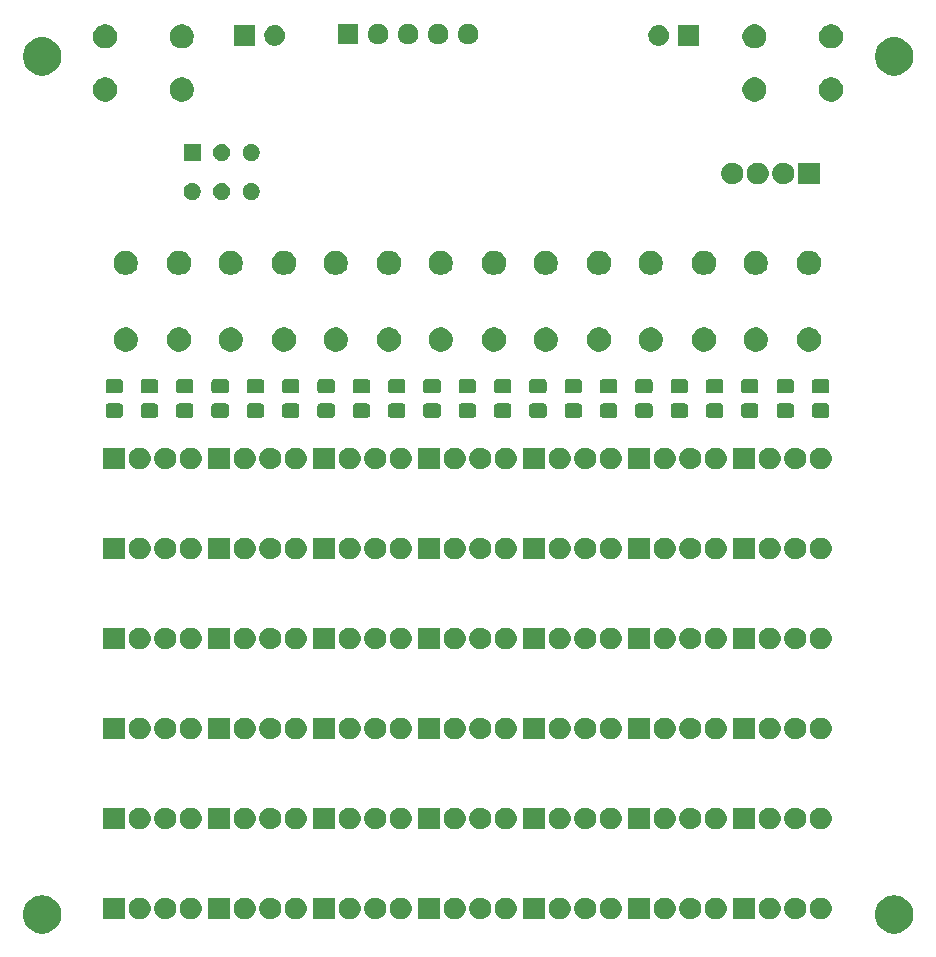
<source format=gbr>
G04 #@! TF.GenerationSoftware,KiCad,Pcbnew,5.1.5+dfsg1-2*
G04 #@! TF.CreationDate,2020-01-03T23:49:53-05:00*
G04 #@! TF.ProjectId,PCB,5043422e-6b69-4636-9164-5f7063625858,rev?*
G04 #@! TF.SameCoordinates,Original*
G04 #@! TF.FileFunction,Soldermask,Bot*
G04 #@! TF.FilePolarity,Negative*
%FSLAX46Y46*%
G04 Gerber Fmt 4.6, Leading zero omitted, Abs format (unit mm)*
G04 Created by KiCad (PCBNEW 5.1.5+dfsg1-2) date 2020-01-03 23:49:53*
%MOMM*%
%LPD*%
G04 APERTURE LIST*
%ADD10C,0.100000*%
G04 APERTURE END LIST*
D10*
G36*
X218725627Y-113207979D02*
G01*
X218913998Y-113245448D01*
X219209728Y-113367944D01*
X219475876Y-113545778D01*
X219702222Y-113772124D01*
X219880056Y-114038272D01*
X220002552Y-114334002D01*
X220013910Y-114391103D01*
X220065000Y-114647951D01*
X220065000Y-114968049D01*
X220040021Y-115093627D01*
X220002552Y-115281998D01*
X219880056Y-115577728D01*
X219702222Y-115843876D01*
X219475876Y-116070222D01*
X219209728Y-116248056D01*
X218913998Y-116370552D01*
X218725627Y-116408021D01*
X218600049Y-116433000D01*
X218279951Y-116433000D01*
X218154373Y-116408021D01*
X217966002Y-116370552D01*
X217670272Y-116248056D01*
X217404124Y-116070222D01*
X217177778Y-115843876D01*
X216999944Y-115577728D01*
X216877448Y-115281998D01*
X216839979Y-115093627D01*
X216815000Y-114968049D01*
X216815000Y-114647951D01*
X216866090Y-114391103D01*
X216877448Y-114334002D01*
X216999944Y-114038272D01*
X217177778Y-113772124D01*
X217404124Y-113545778D01*
X217670272Y-113367944D01*
X217966002Y-113245448D01*
X218154373Y-113207979D01*
X218279951Y-113183000D01*
X218600049Y-113183000D01*
X218725627Y-113207979D01*
G37*
G36*
X146589627Y-113207979D02*
G01*
X146777998Y-113245448D01*
X147073728Y-113367944D01*
X147339876Y-113545778D01*
X147566222Y-113772124D01*
X147744056Y-114038272D01*
X147866552Y-114334002D01*
X147877910Y-114391103D01*
X147929000Y-114647951D01*
X147929000Y-114968049D01*
X147904021Y-115093627D01*
X147866552Y-115281998D01*
X147744056Y-115577728D01*
X147566222Y-115843876D01*
X147339876Y-116070222D01*
X147073728Y-116248056D01*
X146777998Y-116370552D01*
X146589627Y-116408021D01*
X146464049Y-116433000D01*
X146143951Y-116433000D01*
X146018373Y-116408021D01*
X145830002Y-116370552D01*
X145534272Y-116248056D01*
X145268124Y-116070222D01*
X145041778Y-115843876D01*
X144863944Y-115577728D01*
X144741448Y-115281998D01*
X144703979Y-115093627D01*
X144679000Y-114968049D01*
X144679000Y-114647951D01*
X144730090Y-114391103D01*
X144741448Y-114334002D01*
X144863944Y-114038272D01*
X145041778Y-113772124D01*
X145268124Y-113545778D01*
X145534272Y-113367944D01*
X145830002Y-113245448D01*
X146018373Y-113207979D01*
X146143951Y-113183000D01*
X146464049Y-113183000D01*
X146589627Y-113207979D01*
G37*
G36*
X168036813Y-113410547D02*
G01*
X168205152Y-113480275D01*
X168356653Y-113581505D01*
X168485495Y-113710347D01*
X168586725Y-113861848D01*
X168656453Y-114030187D01*
X168692000Y-114208895D01*
X168692000Y-114391105D01*
X168656453Y-114569813D01*
X168586725Y-114738152D01*
X168485495Y-114889653D01*
X168356653Y-115018495D01*
X168205152Y-115119725D01*
X168036813Y-115189453D01*
X167858105Y-115225000D01*
X167675895Y-115225000D01*
X167497187Y-115189453D01*
X167328848Y-115119725D01*
X167177347Y-115018495D01*
X167048505Y-114889653D01*
X166947275Y-114738152D01*
X166877547Y-114569813D01*
X166842000Y-114391105D01*
X166842000Y-114208895D01*
X166877547Y-114030187D01*
X166947275Y-113861848D01*
X167048505Y-113710347D01*
X167177347Y-113581505D01*
X167328848Y-113480275D01*
X167497187Y-113410547D01*
X167675895Y-113375000D01*
X167858105Y-113375000D01*
X168036813Y-113410547D01*
G37*
G36*
X156987813Y-113410547D02*
G01*
X157156152Y-113480275D01*
X157307653Y-113581505D01*
X157436495Y-113710347D01*
X157537725Y-113861848D01*
X157607453Y-114030187D01*
X157643000Y-114208895D01*
X157643000Y-114391105D01*
X157607453Y-114569813D01*
X157537725Y-114738152D01*
X157436495Y-114889653D01*
X157307653Y-115018495D01*
X157156152Y-115119725D01*
X156987813Y-115189453D01*
X156809105Y-115225000D01*
X156626895Y-115225000D01*
X156448187Y-115189453D01*
X156279848Y-115119725D01*
X156128347Y-115018495D01*
X155999505Y-114889653D01*
X155898275Y-114738152D01*
X155828547Y-114569813D01*
X155793000Y-114391105D01*
X155793000Y-114208895D01*
X155828547Y-114030187D01*
X155898275Y-113861848D01*
X155999505Y-113710347D01*
X156128347Y-113581505D01*
X156279848Y-113480275D01*
X156448187Y-113410547D01*
X156626895Y-113375000D01*
X156809105Y-113375000D01*
X156987813Y-113410547D01*
G37*
G36*
X154828813Y-113410547D02*
G01*
X154997152Y-113480275D01*
X155148653Y-113581505D01*
X155277495Y-113710347D01*
X155378725Y-113861848D01*
X155448453Y-114030187D01*
X155484000Y-114208895D01*
X155484000Y-114391105D01*
X155448453Y-114569813D01*
X155378725Y-114738152D01*
X155277495Y-114889653D01*
X155148653Y-115018495D01*
X154997152Y-115119725D01*
X154828813Y-115189453D01*
X154650105Y-115225000D01*
X154467895Y-115225000D01*
X154289187Y-115189453D01*
X154120848Y-115119725D01*
X153969347Y-115018495D01*
X153840505Y-114889653D01*
X153739275Y-114738152D01*
X153669547Y-114569813D01*
X153634000Y-114391105D01*
X153634000Y-114208895D01*
X153669547Y-114030187D01*
X153739275Y-113861848D01*
X153840505Y-113710347D01*
X153969347Y-113581505D01*
X154120848Y-113480275D01*
X154289187Y-113410547D01*
X154467895Y-113375000D01*
X154650105Y-113375000D01*
X154828813Y-113410547D01*
G37*
G36*
X153325000Y-115225000D02*
G01*
X151475000Y-115225000D01*
X151475000Y-113375000D01*
X153325000Y-113375000D01*
X153325000Y-115225000D01*
G37*
G36*
X159146813Y-113410547D02*
G01*
X159315152Y-113480275D01*
X159466653Y-113581505D01*
X159595495Y-113710347D01*
X159696725Y-113861848D01*
X159766453Y-114030187D01*
X159802000Y-114208895D01*
X159802000Y-114391105D01*
X159766453Y-114569813D01*
X159696725Y-114738152D01*
X159595495Y-114889653D01*
X159466653Y-115018495D01*
X159315152Y-115119725D01*
X159146813Y-115189453D01*
X158968105Y-115225000D01*
X158785895Y-115225000D01*
X158607187Y-115189453D01*
X158438848Y-115119725D01*
X158287347Y-115018495D01*
X158158505Y-114889653D01*
X158057275Y-114738152D01*
X157987547Y-114569813D01*
X157952000Y-114391105D01*
X157952000Y-114208895D01*
X157987547Y-114030187D01*
X158057275Y-113861848D01*
X158158505Y-113710347D01*
X158287347Y-113581505D01*
X158438848Y-113480275D01*
X158607187Y-113410547D01*
X158785895Y-113375000D01*
X158968105Y-113375000D01*
X159146813Y-113410547D01*
G37*
G36*
X162215000Y-115225000D02*
G01*
X160365000Y-115225000D01*
X160365000Y-113375000D01*
X162215000Y-113375000D01*
X162215000Y-115225000D01*
G37*
G36*
X163718813Y-113410547D02*
G01*
X163887152Y-113480275D01*
X164038653Y-113581505D01*
X164167495Y-113710347D01*
X164268725Y-113861848D01*
X164338453Y-114030187D01*
X164374000Y-114208895D01*
X164374000Y-114391105D01*
X164338453Y-114569813D01*
X164268725Y-114738152D01*
X164167495Y-114889653D01*
X164038653Y-115018495D01*
X163887152Y-115119725D01*
X163718813Y-115189453D01*
X163540105Y-115225000D01*
X163357895Y-115225000D01*
X163179187Y-115189453D01*
X163010848Y-115119725D01*
X162859347Y-115018495D01*
X162730505Y-114889653D01*
X162629275Y-114738152D01*
X162559547Y-114569813D01*
X162524000Y-114391105D01*
X162524000Y-114208895D01*
X162559547Y-114030187D01*
X162629275Y-113861848D01*
X162730505Y-113710347D01*
X162859347Y-113581505D01*
X163010848Y-113480275D01*
X163179187Y-113410547D01*
X163357895Y-113375000D01*
X163540105Y-113375000D01*
X163718813Y-113410547D01*
G37*
G36*
X165877813Y-113410547D02*
G01*
X166046152Y-113480275D01*
X166197653Y-113581505D01*
X166326495Y-113710347D01*
X166427725Y-113861848D01*
X166497453Y-114030187D01*
X166533000Y-114208895D01*
X166533000Y-114391105D01*
X166497453Y-114569813D01*
X166427725Y-114738152D01*
X166326495Y-114889653D01*
X166197653Y-115018495D01*
X166046152Y-115119725D01*
X165877813Y-115189453D01*
X165699105Y-115225000D01*
X165516895Y-115225000D01*
X165338187Y-115189453D01*
X165169848Y-115119725D01*
X165018347Y-115018495D01*
X164889505Y-114889653D01*
X164788275Y-114738152D01*
X164718547Y-114569813D01*
X164683000Y-114391105D01*
X164683000Y-114208895D01*
X164718547Y-114030187D01*
X164788275Y-113861848D01*
X164889505Y-113710347D01*
X165018347Y-113581505D01*
X165169848Y-113480275D01*
X165338187Y-113410547D01*
X165516895Y-113375000D01*
X165699105Y-113375000D01*
X165877813Y-113410547D01*
G37*
G36*
X171105000Y-115225000D02*
G01*
X169255000Y-115225000D01*
X169255000Y-113375000D01*
X171105000Y-113375000D01*
X171105000Y-115225000D01*
G37*
G36*
X172608813Y-113410547D02*
G01*
X172777152Y-113480275D01*
X172928653Y-113581505D01*
X173057495Y-113710347D01*
X173158725Y-113861848D01*
X173228453Y-114030187D01*
X173264000Y-114208895D01*
X173264000Y-114391105D01*
X173228453Y-114569813D01*
X173158725Y-114738152D01*
X173057495Y-114889653D01*
X172928653Y-115018495D01*
X172777152Y-115119725D01*
X172608813Y-115189453D01*
X172430105Y-115225000D01*
X172247895Y-115225000D01*
X172069187Y-115189453D01*
X171900848Y-115119725D01*
X171749347Y-115018495D01*
X171620505Y-114889653D01*
X171519275Y-114738152D01*
X171449547Y-114569813D01*
X171414000Y-114391105D01*
X171414000Y-114208895D01*
X171449547Y-114030187D01*
X171519275Y-113861848D01*
X171620505Y-113710347D01*
X171749347Y-113581505D01*
X171900848Y-113480275D01*
X172069187Y-113410547D01*
X172247895Y-113375000D01*
X172430105Y-113375000D01*
X172608813Y-113410547D01*
G37*
G36*
X174767813Y-113410547D02*
G01*
X174936152Y-113480275D01*
X175087653Y-113581505D01*
X175216495Y-113710347D01*
X175317725Y-113861848D01*
X175387453Y-114030187D01*
X175423000Y-114208895D01*
X175423000Y-114391105D01*
X175387453Y-114569813D01*
X175317725Y-114738152D01*
X175216495Y-114889653D01*
X175087653Y-115018495D01*
X174936152Y-115119725D01*
X174767813Y-115189453D01*
X174589105Y-115225000D01*
X174406895Y-115225000D01*
X174228187Y-115189453D01*
X174059848Y-115119725D01*
X173908347Y-115018495D01*
X173779505Y-114889653D01*
X173678275Y-114738152D01*
X173608547Y-114569813D01*
X173573000Y-114391105D01*
X173573000Y-114208895D01*
X173608547Y-114030187D01*
X173678275Y-113861848D01*
X173779505Y-113710347D01*
X173908347Y-113581505D01*
X174059848Y-113480275D01*
X174228187Y-113410547D01*
X174406895Y-113375000D01*
X174589105Y-113375000D01*
X174767813Y-113410547D01*
G37*
G36*
X176926813Y-113410547D02*
G01*
X177095152Y-113480275D01*
X177246653Y-113581505D01*
X177375495Y-113710347D01*
X177476725Y-113861848D01*
X177546453Y-114030187D01*
X177582000Y-114208895D01*
X177582000Y-114391105D01*
X177546453Y-114569813D01*
X177476725Y-114738152D01*
X177375495Y-114889653D01*
X177246653Y-115018495D01*
X177095152Y-115119725D01*
X176926813Y-115189453D01*
X176748105Y-115225000D01*
X176565895Y-115225000D01*
X176387187Y-115189453D01*
X176218848Y-115119725D01*
X176067347Y-115018495D01*
X175938505Y-114889653D01*
X175837275Y-114738152D01*
X175767547Y-114569813D01*
X175732000Y-114391105D01*
X175732000Y-114208895D01*
X175767547Y-114030187D01*
X175837275Y-113861848D01*
X175938505Y-113710347D01*
X176067347Y-113581505D01*
X176218848Y-113480275D01*
X176387187Y-113410547D01*
X176565895Y-113375000D01*
X176748105Y-113375000D01*
X176926813Y-113410547D01*
G37*
G36*
X179995000Y-115225000D02*
G01*
X178145000Y-115225000D01*
X178145000Y-113375000D01*
X179995000Y-113375000D01*
X179995000Y-115225000D01*
G37*
G36*
X181498813Y-113410547D02*
G01*
X181667152Y-113480275D01*
X181818653Y-113581505D01*
X181947495Y-113710347D01*
X182048725Y-113861848D01*
X182118453Y-114030187D01*
X182154000Y-114208895D01*
X182154000Y-114391105D01*
X182118453Y-114569813D01*
X182048725Y-114738152D01*
X181947495Y-114889653D01*
X181818653Y-115018495D01*
X181667152Y-115119725D01*
X181498813Y-115189453D01*
X181320105Y-115225000D01*
X181137895Y-115225000D01*
X180959187Y-115189453D01*
X180790848Y-115119725D01*
X180639347Y-115018495D01*
X180510505Y-114889653D01*
X180409275Y-114738152D01*
X180339547Y-114569813D01*
X180304000Y-114391105D01*
X180304000Y-114208895D01*
X180339547Y-114030187D01*
X180409275Y-113861848D01*
X180510505Y-113710347D01*
X180639347Y-113581505D01*
X180790848Y-113480275D01*
X180959187Y-113410547D01*
X181137895Y-113375000D01*
X181320105Y-113375000D01*
X181498813Y-113410547D01*
G37*
G36*
X188885000Y-115225000D02*
G01*
X187035000Y-115225000D01*
X187035000Y-113375000D01*
X188885000Y-113375000D01*
X188885000Y-115225000D01*
G37*
G36*
X183657813Y-113410547D02*
G01*
X183826152Y-113480275D01*
X183977653Y-113581505D01*
X184106495Y-113710347D01*
X184207725Y-113861848D01*
X184277453Y-114030187D01*
X184313000Y-114208895D01*
X184313000Y-114391105D01*
X184277453Y-114569813D01*
X184207725Y-114738152D01*
X184106495Y-114889653D01*
X183977653Y-115018495D01*
X183826152Y-115119725D01*
X183657813Y-115189453D01*
X183479105Y-115225000D01*
X183296895Y-115225000D01*
X183118187Y-115189453D01*
X182949848Y-115119725D01*
X182798347Y-115018495D01*
X182669505Y-114889653D01*
X182568275Y-114738152D01*
X182498547Y-114569813D01*
X182463000Y-114391105D01*
X182463000Y-114208895D01*
X182498547Y-114030187D01*
X182568275Y-113861848D01*
X182669505Y-113710347D01*
X182798347Y-113581505D01*
X182949848Y-113480275D01*
X183118187Y-113410547D01*
X183296895Y-113375000D01*
X183479105Y-113375000D01*
X183657813Y-113410547D01*
G37*
G36*
X210327813Y-113410547D02*
G01*
X210496152Y-113480275D01*
X210647653Y-113581505D01*
X210776495Y-113710347D01*
X210877725Y-113861848D01*
X210947453Y-114030187D01*
X210983000Y-114208895D01*
X210983000Y-114391105D01*
X210947453Y-114569813D01*
X210877725Y-114738152D01*
X210776495Y-114889653D01*
X210647653Y-115018495D01*
X210496152Y-115119725D01*
X210327813Y-115189453D01*
X210149105Y-115225000D01*
X209966895Y-115225000D01*
X209788187Y-115189453D01*
X209619848Y-115119725D01*
X209468347Y-115018495D01*
X209339505Y-114889653D01*
X209238275Y-114738152D01*
X209168547Y-114569813D01*
X209133000Y-114391105D01*
X209133000Y-114208895D01*
X209168547Y-114030187D01*
X209238275Y-113861848D01*
X209339505Y-113710347D01*
X209468347Y-113581505D01*
X209619848Y-113480275D01*
X209788187Y-113410547D01*
X209966895Y-113375000D01*
X210149105Y-113375000D01*
X210327813Y-113410547D01*
G37*
G36*
X208168813Y-113410547D02*
G01*
X208337152Y-113480275D01*
X208488653Y-113581505D01*
X208617495Y-113710347D01*
X208718725Y-113861848D01*
X208788453Y-114030187D01*
X208824000Y-114208895D01*
X208824000Y-114391105D01*
X208788453Y-114569813D01*
X208718725Y-114738152D01*
X208617495Y-114889653D01*
X208488653Y-115018495D01*
X208337152Y-115119725D01*
X208168813Y-115189453D01*
X207990105Y-115225000D01*
X207807895Y-115225000D01*
X207629187Y-115189453D01*
X207460848Y-115119725D01*
X207309347Y-115018495D01*
X207180505Y-114889653D01*
X207079275Y-114738152D01*
X207009547Y-114569813D01*
X206974000Y-114391105D01*
X206974000Y-114208895D01*
X207009547Y-114030187D01*
X207079275Y-113861848D01*
X207180505Y-113710347D01*
X207309347Y-113581505D01*
X207460848Y-113480275D01*
X207629187Y-113410547D01*
X207807895Y-113375000D01*
X207990105Y-113375000D01*
X208168813Y-113410547D01*
G37*
G36*
X212486813Y-113410547D02*
G01*
X212655152Y-113480275D01*
X212806653Y-113581505D01*
X212935495Y-113710347D01*
X213036725Y-113861848D01*
X213106453Y-114030187D01*
X213142000Y-114208895D01*
X213142000Y-114391105D01*
X213106453Y-114569813D01*
X213036725Y-114738152D01*
X212935495Y-114889653D01*
X212806653Y-115018495D01*
X212655152Y-115119725D01*
X212486813Y-115189453D01*
X212308105Y-115225000D01*
X212125895Y-115225000D01*
X211947187Y-115189453D01*
X211778848Y-115119725D01*
X211627347Y-115018495D01*
X211498505Y-114889653D01*
X211397275Y-114738152D01*
X211327547Y-114569813D01*
X211292000Y-114391105D01*
X211292000Y-114208895D01*
X211327547Y-114030187D01*
X211397275Y-113861848D01*
X211498505Y-113710347D01*
X211627347Y-113581505D01*
X211778848Y-113480275D01*
X211947187Y-113410547D01*
X212125895Y-113375000D01*
X212308105Y-113375000D01*
X212486813Y-113410547D01*
G37*
G36*
X206665000Y-115225000D02*
G01*
X204815000Y-115225000D01*
X204815000Y-113375000D01*
X206665000Y-113375000D01*
X206665000Y-115225000D01*
G37*
G36*
X203596813Y-113410547D02*
G01*
X203765152Y-113480275D01*
X203916653Y-113581505D01*
X204045495Y-113710347D01*
X204146725Y-113861848D01*
X204216453Y-114030187D01*
X204252000Y-114208895D01*
X204252000Y-114391105D01*
X204216453Y-114569813D01*
X204146725Y-114738152D01*
X204045495Y-114889653D01*
X203916653Y-115018495D01*
X203765152Y-115119725D01*
X203596813Y-115189453D01*
X203418105Y-115225000D01*
X203235895Y-115225000D01*
X203057187Y-115189453D01*
X202888848Y-115119725D01*
X202737347Y-115018495D01*
X202608505Y-114889653D01*
X202507275Y-114738152D01*
X202437547Y-114569813D01*
X202402000Y-114391105D01*
X202402000Y-114208895D01*
X202437547Y-114030187D01*
X202507275Y-113861848D01*
X202608505Y-113710347D01*
X202737347Y-113581505D01*
X202888848Y-113480275D01*
X203057187Y-113410547D01*
X203235895Y-113375000D01*
X203418105Y-113375000D01*
X203596813Y-113410547D01*
G37*
G36*
X201437813Y-113410547D02*
G01*
X201606152Y-113480275D01*
X201757653Y-113581505D01*
X201886495Y-113710347D01*
X201987725Y-113861848D01*
X202057453Y-114030187D01*
X202093000Y-114208895D01*
X202093000Y-114391105D01*
X202057453Y-114569813D01*
X201987725Y-114738152D01*
X201886495Y-114889653D01*
X201757653Y-115018495D01*
X201606152Y-115119725D01*
X201437813Y-115189453D01*
X201259105Y-115225000D01*
X201076895Y-115225000D01*
X200898187Y-115189453D01*
X200729848Y-115119725D01*
X200578347Y-115018495D01*
X200449505Y-114889653D01*
X200348275Y-114738152D01*
X200278547Y-114569813D01*
X200243000Y-114391105D01*
X200243000Y-114208895D01*
X200278547Y-114030187D01*
X200348275Y-113861848D01*
X200449505Y-113710347D01*
X200578347Y-113581505D01*
X200729848Y-113480275D01*
X200898187Y-113410547D01*
X201076895Y-113375000D01*
X201259105Y-113375000D01*
X201437813Y-113410547D01*
G37*
G36*
X197775000Y-115225000D02*
G01*
X195925000Y-115225000D01*
X195925000Y-113375000D01*
X197775000Y-113375000D01*
X197775000Y-115225000D01*
G37*
G36*
X194706813Y-113410547D02*
G01*
X194875152Y-113480275D01*
X195026653Y-113581505D01*
X195155495Y-113710347D01*
X195256725Y-113861848D01*
X195326453Y-114030187D01*
X195362000Y-114208895D01*
X195362000Y-114391105D01*
X195326453Y-114569813D01*
X195256725Y-114738152D01*
X195155495Y-114889653D01*
X195026653Y-115018495D01*
X194875152Y-115119725D01*
X194706813Y-115189453D01*
X194528105Y-115225000D01*
X194345895Y-115225000D01*
X194167187Y-115189453D01*
X193998848Y-115119725D01*
X193847347Y-115018495D01*
X193718505Y-114889653D01*
X193617275Y-114738152D01*
X193547547Y-114569813D01*
X193512000Y-114391105D01*
X193512000Y-114208895D01*
X193547547Y-114030187D01*
X193617275Y-113861848D01*
X193718505Y-113710347D01*
X193847347Y-113581505D01*
X193998848Y-113480275D01*
X194167187Y-113410547D01*
X194345895Y-113375000D01*
X194528105Y-113375000D01*
X194706813Y-113410547D01*
G37*
G36*
X192547813Y-113410547D02*
G01*
X192716152Y-113480275D01*
X192867653Y-113581505D01*
X192996495Y-113710347D01*
X193097725Y-113861848D01*
X193167453Y-114030187D01*
X193203000Y-114208895D01*
X193203000Y-114391105D01*
X193167453Y-114569813D01*
X193097725Y-114738152D01*
X192996495Y-114889653D01*
X192867653Y-115018495D01*
X192716152Y-115119725D01*
X192547813Y-115189453D01*
X192369105Y-115225000D01*
X192186895Y-115225000D01*
X192008187Y-115189453D01*
X191839848Y-115119725D01*
X191688347Y-115018495D01*
X191559505Y-114889653D01*
X191458275Y-114738152D01*
X191388547Y-114569813D01*
X191353000Y-114391105D01*
X191353000Y-114208895D01*
X191388547Y-114030187D01*
X191458275Y-113861848D01*
X191559505Y-113710347D01*
X191688347Y-113581505D01*
X191839848Y-113480275D01*
X192008187Y-113410547D01*
X192186895Y-113375000D01*
X192369105Y-113375000D01*
X192547813Y-113410547D01*
G37*
G36*
X190388813Y-113410547D02*
G01*
X190557152Y-113480275D01*
X190708653Y-113581505D01*
X190837495Y-113710347D01*
X190938725Y-113861848D01*
X191008453Y-114030187D01*
X191044000Y-114208895D01*
X191044000Y-114391105D01*
X191008453Y-114569813D01*
X190938725Y-114738152D01*
X190837495Y-114889653D01*
X190708653Y-115018495D01*
X190557152Y-115119725D01*
X190388813Y-115189453D01*
X190210105Y-115225000D01*
X190027895Y-115225000D01*
X189849187Y-115189453D01*
X189680848Y-115119725D01*
X189529347Y-115018495D01*
X189400505Y-114889653D01*
X189299275Y-114738152D01*
X189229547Y-114569813D01*
X189194000Y-114391105D01*
X189194000Y-114208895D01*
X189229547Y-114030187D01*
X189299275Y-113861848D01*
X189400505Y-113710347D01*
X189529347Y-113581505D01*
X189680848Y-113480275D01*
X189849187Y-113410547D01*
X190027895Y-113375000D01*
X190210105Y-113375000D01*
X190388813Y-113410547D01*
G37*
G36*
X185816813Y-113410547D02*
G01*
X185985152Y-113480275D01*
X186136653Y-113581505D01*
X186265495Y-113710347D01*
X186366725Y-113861848D01*
X186436453Y-114030187D01*
X186472000Y-114208895D01*
X186472000Y-114391105D01*
X186436453Y-114569813D01*
X186366725Y-114738152D01*
X186265495Y-114889653D01*
X186136653Y-115018495D01*
X185985152Y-115119725D01*
X185816813Y-115189453D01*
X185638105Y-115225000D01*
X185455895Y-115225000D01*
X185277187Y-115189453D01*
X185108848Y-115119725D01*
X184957347Y-115018495D01*
X184828505Y-114889653D01*
X184727275Y-114738152D01*
X184657547Y-114569813D01*
X184622000Y-114391105D01*
X184622000Y-114208895D01*
X184657547Y-114030187D01*
X184727275Y-113861848D01*
X184828505Y-113710347D01*
X184957347Y-113581505D01*
X185108848Y-113480275D01*
X185277187Y-113410547D01*
X185455895Y-113375000D01*
X185638105Y-113375000D01*
X185816813Y-113410547D01*
G37*
G36*
X199278813Y-113410547D02*
G01*
X199447152Y-113480275D01*
X199598653Y-113581505D01*
X199727495Y-113710347D01*
X199828725Y-113861848D01*
X199898453Y-114030187D01*
X199934000Y-114208895D01*
X199934000Y-114391105D01*
X199898453Y-114569813D01*
X199828725Y-114738152D01*
X199727495Y-114889653D01*
X199598653Y-115018495D01*
X199447152Y-115119725D01*
X199278813Y-115189453D01*
X199100105Y-115225000D01*
X198917895Y-115225000D01*
X198739187Y-115189453D01*
X198570848Y-115119725D01*
X198419347Y-115018495D01*
X198290505Y-114889653D01*
X198189275Y-114738152D01*
X198119547Y-114569813D01*
X198084000Y-114391105D01*
X198084000Y-114208895D01*
X198119547Y-114030187D01*
X198189275Y-113861848D01*
X198290505Y-113710347D01*
X198419347Y-113581505D01*
X198570848Y-113480275D01*
X198739187Y-113410547D01*
X198917895Y-113375000D01*
X199100105Y-113375000D01*
X199278813Y-113410547D01*
G37*
G36*
X208168813Y-105790547D02*
G01*
X208337152Y-105860275D01*
X208488653Y-105961505D01*
X208617495Y-106090347D01*
X208718725Y-106241848D01*
X208788453Y-106410187D01*
X208824000Y-106588895D01*
X208824000Y-106771105D01*
X208788453Y-106949813D01*
X208718725Y-107118152D01*
X208617495Y-107269653D01*
X208488653Y-107398495D01*
X208337152Y-107499725D01*
X208168813Y-107569453D01*
X207990105Y-107605000D01*
X207807895Y-107605000D01*
X207629187Y-107569453D01*
X207460848Y-107499725D01*
X207309347Y-107398495D01*
X207180505Y-107269653D01*
X207079275Y-107118152D01*
X207009547Y-106949813D01*
X206974000Y-106771105D01*
X206974000Y-106588895D01*
X207009547Y-106410187D01*
X207079275Y-106241848D01*
X207180505Y-106090347D01*
X207309347Y-105961505D01*
X207460848Y-105860275D01*
X207629187Y-105790547D01*
X207807895Y-105755000D01*
X207990105Y-105755000D01*
X208168813Y-105790547D01*
G37*
G36*
X199278813Y-105790547D02*
G01*
X199447152Y-105860275D01*
X199598653Y-105961505D01*
X199727495Y-106090347D01*
X199828725Y-106241848D01*
X199898453Y-106410187D01*
X199934000Y-106588895D01*
X199934000Y-106771105D01*
X199898453Y-106949813D01*
X199828725Y-107118152D01*
X199727495Y-107269653D01*
X199598653Y-107398495D01*
X199447152Y-107499725D01*
X199278813Y-107569453D01*
X199100105Y-107605000D01*
X198917895Y-107605000D01*
X198739187Y-107569453D01*
X198570848Y-107499725D01*
X198419347Y-107398495D01*
X198290505Y-107269653D01*
X198189275Y-107118152D01*
X198119547Y-106949813D01*
X198084000Y-106771105D01*
X198084000Y-106588895D01*
X198119547Y-106410187D01*
X198189275Y-106241848D01*
X198290505Y-106090347D01*
X198419347Y-105961505D01*
X198570848Y-105860275D01*
X198739187Y-105790547D01*
X198917895Y-105755000D01*
X199100105Y-105755000D01*
X199278813Y-105790547D01*
G37*
G36*
X168036813Y-105790547D02*
G01*
X168205152Y-105860275D01*
X168356653Y-105961505D01*
X168485495Y-106090347D01*
X168586725Y-106241848D01*
X168656453Y-106410187D01*
X168692000Y-106588895D01*
X168692000Y-106771105D01*
X168656453Y-106949813D01*
X168586725Y-107118152D01*
X168485495Y-107269653D01*
X168356653Y-107398495D01*
X168205152Y-107499725D01*
X168036813Y-107569453D01*
X167858105Y-107605000D01*
X167675895Y-107605000D01*
X167497187Y-107569453D01*
X167328848Y-107499725D01*
X167177347Y-107398495D01*
X167048505Y-107269653D01*
X166947275Y-107118152D01*
X166877547Y-106949813D01*
X166842000Y-106771105D01*
X166842000Y-106588895D01*
X166877547Y-106410187D01*
X166947275Y-106241848D01*
X167048505Y-106090347D01*
X167177347Y-105961505D01*
X167328848Y-105860275D01*
X167497187Y-105790547D01*
X167675895Y-105755000D01*
X167858105Y-105755000D01*
X168036813Y-105790547D01*
G37*
G36*
X165877813Y-105790547D02*
G01*
X166046152Y-105860275D01*
X166197653Y-105961505D01*
X166326495Y-106090347D01*
X166427725Y-106241848D01*
X166497453Y-106410187D01*
X166533000Y-106588895D01*
X166533000Y-106771105D01*
X166497453Y-106949813D01*
X166427725Y-107118152D01*
X166326495Y-107269653D01*
X166197653Y-107398495D01*
X166046152Y-107499725D01*
X165877813Y-107569453D01*
X165699105Y-107605000D01*
X165516895Y-107605000D01*
X165338187Y-107569453D01*
X165169848Y-107499725D01*
X165018347Y-107398495D01*
X164889505Y-107269653D01*
X164788275Y-107118152D01*
X164718547Y-106949813D01*
X164683000Y-106771105D01*
X164683000Y-106588895D01*
X164718547Y-106410187D01*
X164788275Y-106241848D01*
X164889505Y-106090347D01*
X165018347Y-105961505D01*
X165169848Y-105860275D01*
X165338187Y-105790547D01*
X165516895Y-105755000D01*
X165699105Y-105755000D01*
X165877813Y-105790547D01*
G37*
G36*
X163718813Y-105790547D02*
G01*
X163887152Y-105860275D01*
X164038653Y-105961505D01*
X164167495Y-106090347D01*
X164268725Y-106241848D01*
X164338453Y-106410187D01*
X164374000Y-106588895D01*
X164374000Y-106771105D01*
X164338453Y-106949813D01*
X164268725Y-107118152D01*
X164167495Y-107269653D01*
X164038653Y-107398495D01*
X163887152Y-107499725D01*
X163718813Y-107569453D01*
X163540105Y-107605000D01*
X163357895Y-107605000D01*
X163179187Y-107569453D01*
X163010848Y-107499725D01*
X162859347Y-107398495D01*
X162730505Y-107269653D01*
X162629275Y-107118152D01*
X162559547Y-106949813D01*
X162524000Y-106771105D01*
X162524000Y-106588895D01*
X162559547Y-106410187D01*
X162629275Y-106241848D01*
X162730505Y-106090347D01*
X162859347Y-105961505D01*
X163010848Y-105860275D01*
X163179187Y-105790547D01*
X163357895Y-105755000D01*
X163540105Y-105755000D01*
X163718813Y-105790547D01*
G37*
G36*
X162215000Y-107605000D02*
G01*
X160365000Y-107605000D01*
X160365000Y-105755000D01*
X162215000Y-105755000D01*
X162215000Y-107605000D01*
G37*
G36*
X159146813Y-105790547D02*
G01*
X159315152Y-105860275D01*
X159466653Y-105961505D01*
X159595495Y-106090347D01*
X159696725Y-106241848D01*
X159766453Y-106410187D01*
X159802000Y-106588895D01*
X159802000Y-106771105D01*
X159766453Y-106949813D01*
X159696725Y-107118152D01*
X159595495Y-107269653D01*
X159466653Y-107398495D01*
X159315152Y-107499725D01*
X159146813Y-107569453D01*
X158968105Y-107605000D01*
X158785895Y-107605000D01*
X158607187Y-107569453D01*
X158438848Y-107499725D01*
X158287347Y-107398495D01*
X158158505Y-107269653D01*
X158057275Y-107118152D01*
X157987547Y-106949813D01*
X157952000Y-106771105D01*
X157952000Y-106588895D01*
X157987547Y-106410187D01*
X158057275Y-106241848D01*
X158158505Y-106090347D01*
X158287347Y-105961505D01*
X158438848Y-105860275D01*
X158607187Y-105790547D01*
X158785895Y-105755000D01*
X158968105Y-105755000D01*
X159146813Y-105790547D01*
G37*
G36*
X203596813Y-105790547D02*
G01*
X203765152Y-105860275D01*
X203916653Y-105961505D01*
X204045495Y-106090347D01*
X204146725Y-106241848D01*
X204216453Y-106410187D01*
X204252000Y-106588895D01*
X204252000Y-106771105D01*
X204216453Y-106949813D01*
X204146725Y-107118152D01*
X204045495Y-107269653D01*
X203916653Y-107398495D01*
X203765152Y-107499725D01*
X203596813Y-107569453D01*
X203418105Y-107605000D01*
X203235895Y-107605000D01*
X203057187Y-107569453D01*
X202888848Y-107499725D01*
X202737347Y-107398495D01*
X202608505Y-107269653D01*
X202507275Y-107118152D01*
X202437547Y-106949813D01*
X202402000Y-106771105D01*
X202402000Y-106588895D01*
X202437547Y-106410187D01*
X202507275Y-106241848D01*
X202608505Y-106090347D01*
X202737347Y-105961505D01*
X202888848Y-105860275D01*
X203057187Y-105790547D01*
X203235895Y-105755000D01*
X203418105Y-105755000D01*
X203596813Y-105790547D01*
G37*
G36*
X206665000Y-107605000D02*
G01*
X204815000Y-107605000D01*
X204815000Y-105755000D01*
X206665000Y-105755000D01*
X206665000Y-107605000D01*
G37*
G36*
X212486813Y-105790547D02*
G01*
X212655152Y-105860275D01*
X212806653Y-105961505D01*
X212935495Y-106090347D01*
X213036725Y-106241848D01*
X213106453Y-106410187D01*
X213142000Y-106588895D01*
X213142000Y-106771105D01*
X213106453Y-106949813D01*
X213036725Y-107118152D01*
X212935495Y-107269653D01*
X212806653Y-107398495D01*
X212655152Y-107499725D01*
X212486813Y-107569453D01*
X212308105Y-107605000D01*
X212125895Y-107605000D01*
X211947187Y-107569453D01*
X211778848Y-107499725D01*
X211627347Y-107398495D01*
X211498505Y-107269653D01*
X211397275Y-107118152D01*
X211327547Y-106949813D01*
X211292000Y-106771105D01*
X211292000Y-106588895D01*
X211327547Y-106410187D01*
X211397275Y-106241848D01*
X211498505Y-106090347D01*
X211627347Y-105961505D01*
X211778848Y-105860275D01*
X211947187Y-105790547D01*
X212125895Y-105755000D01*
X212308105Y-105755000D01*
X212486813Y-105790547D01*
G37*
G36*
X210327813Y-105790547D02*
G01*
X210496152Y-105860275D01*
X210647653Y-105961505D01*
X210776495Y-106090347D01*
X210877725Y-106241848D01*
X210947453Y-106410187D01*
X210983000Y-106588895D01*
X210983000Y-106771105D01*
X210947453Y-106949813D01*
X210877725Y-107118152D01*
X210776495Y-107269653D01*
X210647653Y-107398495D01*
X210496152Y-107499725D01*
X210327813Y-107569453D01*
X210149105Y-107605000D01*
X209966895Y-107605000D01*
X209788187Y-107569453D01*
X209619848Y-107499725D01*
X209468347Y-107398495D01*
X209339505Y-107269653D01*
X209238275Y-107118152D01*
X209168547Y-106949813D01*
X209133000Y-106771105D01*
X209133000Y-106588895D01*
X209168547Y-106410187D01*
X209238275Y-106241848D01*
X209339505Y-106090347D01*
X209468347Y-105961505D01*
X209619848Y-105860275D01*
X209788187Y-105790547D01*
X209966895Y-105755000D01*
X210149105Y-105755000D01*
X210327813Y-105790547D01*
G37*
G36*
X197775000Y-107605000D02*
G01*
X195925000Y-107605000D01*
X195925000Y-105755000D01*
X197775000Y-105755000D01*
X197775000Y-107605000D01*
G37*
G36*
X194706813Y-105790547D02*
G01*
X194875152Y-105860275D01*
X195026653Y-105961505D01*
X195155495Y-106090347D01*
X195256725Y-106241848D01*
X195326453Y-106410187D01*
X195362000Y-106588895D01*
X195362000Y-106771105D01*
X195326453Y-106949813D01*
X195256725Y-107118152D01*
X195155495Y-107269653D01*
X195026653Y-107398495D01*
X194875152Y-107499725D01*
X194706813Y-107569453D01*
X194528105Y-107605000D01*
X194345895Y-107605000D01*
X194167187Y-107569453D01*
X193998848Y-107499725D01*
X193847347Y-107398495D01*
X193718505Y-107269653D01*
X193617275Y-107118152D01*
X193547547Y-106949813D01*
X193512000Y-106771105D01*
X193512000Y-106588895D01*
X193547547Y-106410187D01*
X193617275Y-106241848D01*
X193718505Y-106090347D01*
X193847347Y-105961505D01*
X193998848Y-105860275D01*
X194167187Y-105790547D01*
X194345895Y-105755000D01*
X194528105Y-105755000D01*
X194706813Y-105790547D01*
G37*
G36*
X188885000Y-107605000D02*
G01*
X187035000Y-107605000D01*
X187035000Y-105755000D01*
X188885000Y-105755000D01*
X188885000Y-107605000D01*
G37*
G36*
X201437813Y-105790547D02*
G01*
X201606152Y-105860275D01*
X201757653Y-105961505D01*
X201886495Y-106090347D01*
X201987725Y-106241848D01*
X202057453Y-106410187D01*
X202093000Y-106588895D01*
X202093000Y-106771105D01*
X202057453Y-106949813D01*
X201987725Y-107118152D01*
X201886495Y-107269653D01*
X201757653Y-107398495D01*
X201606152Y-107499725D01*
X201437813Y-107569453D01*
X201259105Y-107605000D01*
X201076895Y-107605000D01*
X200898187Y-107569453D01*
X200729848Y-107499725D01*
X200578347Y-107398495D01*
X200449505Y-107269653D01*
X200348275Y-107118152D01*
X200278547Y-106949813D01*
X200243000Y-106771105D01*
X200243000Y-106588895D01*
X200278547Y-106410187D01*
X200348275Y-106241848D01*
X200449505Y-106090347D01*
X200578347Y-105961505D01*
X200729848Y-105860275D01*
X200898187Y-105790547D01*
X201076895Y-105755000D01*
X201259105Y-105755000D01*
X201437813Y-105790547D01*
G37*
G36*
X171105000Y-107605000D02*
G01*
X169255000Y-107605000D01*
X169255000Y-105755000D01*
X171105000Y-105755000D01*
X171105000Y-107605000D01*
G37*
G36*
X156987813Y-105790547D02*
G01*
X157156152Y-105860275D01*
X157307653Y-105961505D01*
X157436495Y-106090347D01*
X157537725Y-106241848D01*
X157607453Y-106410187D01*
X157643000Y-106588895D01*
X157643000Y-106771105D01*
X157607453Y-106949813D01*
X157537725Y-107118152D01*
X157436495Y-107269653D01*
X157307653Y-107398495D01*
X157156152Y-107499725D01*
X156987813Y-107569453D01*
X156809105Y-107605000D01*
X156626895Y-107605000D01*
X156448187Y-107569453D01*
X156279848Y-107499725D01*
X156128347Y-107398495D01*
X155999505Y-107269653D01*
X155898275Y-107118152D01*
X155828547Y-106949813D01*
X155793000Y-106771105D01*
X155793000Y-106588895D01*
X155828547Y-106410187D01*
X155898275Y-106241848D01*
X155999505Y-106090347D01*
X156128347Y-105961505D01*
X156279848Y-105860275D01*
X156448187Y-105790547D01*
X156626895Y-105755000D01*
X156809105Y-105755000D01*
X156987813Y-105790547D01*
G37*
G36*
X154828813Y-105790547D02*
G01*
X154997152Y-105860275D01*
X155148653Y-105961505D01*
X155277495Y-106090347D01*
X155378725Y-106241848D01*
X155448453Y-106410187D01*
X155484000Y-106588895D01*
X155484000Y-106771105D01*
X155448453Y-106949813D01*
X155378725Y-107118152D01*
X155277495Y-107269653D01*
X155148653Y-107398495D01*
X154997152Y-107499725D01*
X154828813Y-107569453D01*
X154650105Y-107605000D01*
X154467895Y-107605000D01*
X154289187Y-107569453D01*
X154120848Y-107499725D01*
X153969347Y-107398495D01*
X153840505Y-107269653D01*
X153739275Y-107118152D01*
X153669547Y-106949813D01*
X153634000Y-106771105D01*
X153634000Y-106588895D01*
X153669547Y-106410187D01*
X153739275Y-106241848D01*
X153840505Y-106090347D01*
X153969347Y-105961505D01*
X154120848Y-105860275D01*
X154289187Y-105790547D01*
X154467895Y-105755000D01*
X154650105Y-105755000D01*
X154828813Y-105790547D01*
G37*
G36*
X153325000Y-107605000D02*
G01*
X151475000Y-107605000D01*
X151475000Y-105755000D01*
X153325000Y-105755000D01*
X153325000Y-107605000D01*
G37*
G36*
X192547813Y-105790547D02*
G01*
X192716152Y-105860275D01*
X192867653Y-105961505D01*
X192996495Y-106090347D01*
X193097725Y-106241848D01*
X193167453Y-106410187D01*
X193203000Y-106588895D01*
X193203000Y-106771105D01*
X193167453Y-106949813D01*
X193097725Y-107118152D01*
X192996495Y-107269653D01*
X192867653Y-107398495D01*
X192716152Y-107499725D01*
X192547813Y-107569453D01*
X192369105Y-107605000D01*
X192186895Y-107605000D01*
X192008187Y-107569453D01*
X191839848Y-107499725D01*
X191688347Y-107398495D01*
X191559505Y-107269653D01*
X191458275Y-107118152D01*
X191388547Y-106949813D01*
X191353000Y-106771105D01*
X191353000Y-106588895D01*
X191388547Y-106410187D01*
X191458275Y-106241848D01*
X191559505Y-106090347D01*
X191688347Y-105961505D01*
X191839848Y-105860275D01*
X192008187Y-105790547D01*
X192186895Y-105755000D01*
X192369105Y-105755000D01*
X192547813Y-105790547D01*
G37*
G36*
X190388813Y-105790547D02*
G01*
X190557152Y-105860275D01*
X190708653Y-105961505D01*
X190837495Y-106090347D01*
X190938725Y-106241848D01*
X191008453Y-106410187D01*
X191044000Y-106588895D01*
X191044000Y-106771105D01*
X191008453Y-106949813D01*
X190938725Y-107118152D01*
X190837495Y-107269653D01*
X190708653Y-107398495D01*
X190557152Y-107499725D01*
X190388813Y-107569453D01*
X190210105Y-107605000D01*
X190027895Y-107605000D01*
X189849187Y-107569453D01*
X189680848Y-107499725D01*
X189529347Y-107398495D01*
X189400505Y-107269653D01*
X189299275Y-107118152D01*
X189229547Y-106949813D01*
X189194000Y-106771105D01*
X189194000Y-106588895D01*
X189229547Y-106410187D01*
X189299275Y-106241848D01*
X189400505Y-106090347D01*
X189529347Y-105961505D01*
X189680848Y-105860275D01*
X189849187Y-105790547D01*
X190027895Y-105755000D01*
X190210105Y-105755000D01*
X190388813Y-105790547D01*
G37*
G36*
X183657813Y-105790547D02*
G01*
X183826152Y-105860275D01*
X183977653Y-105961505D01*
X184106495Y-106090347D01*
X184207725Y-106241848D01*
X184277453Y-106410187D01*
X184313000Y-106588895D01*
X184313000Y-106771105D01*
X184277453Y-106949813D01*
X184207725Y-107118152D01*
X184106495Y-107269653D01*
X183977653Y-107398495D01*
X183826152Y-107499725D01*
X183657813Y-107569453D01*
X183479105Y-107605000D01*
X183296895Y-107605000D01*
X183118187Y-107569453D01*
X182949848Y-107499725D01*
X182798347Y-107398495D01*
X182669505Y-107269653D01*
X182568275Y-107118152D01*
X182498547Y-106949813D01*
X182463000Y-106771105D01*
X182463000Y-106588895D01*
X182498547Y-106410187D01*
X182568275Y-106241848D01*
X182669505Y-106090347D01*
X182798347Y-105961505D01*
X182949848Y-105860275D01*
X183118187Y-105790547D01*
X183296895Y-105755000D01*
X183479105Y-105755000D01*
X183657813Y-105790547D01*
G37*
G36*
X181498813Y-105790547D02*
G01*
X181667152Y-105860275D01*
X181818653Y-105961505D01*
X181947495Y-106090347D01*
X182048725Y-106241848D01*
X182118453Y-106410187D01*
X182154000Y-106588895D01*
X182154000Y-106771105D01*
X182118453Y-106949813D01*
X182048725Y-107118152D01*
X181947495Y-107269653D01*
X181818653Y-107398495D01*
X181667152Y-107499725D01*
X181498813Y-107569453D01*
X181320105Y-107605000D01*
X181137895Y-107605000D01*
X180959187Y-107569453D01*
X180790848Y-107499725D01*
X180639347Y-107398495D01*
X180510505Y-107269653D01*
X180409275Y-107118152D01*
X180339547Y-106949813D01*
X180304000Y-106771105D01*
X180304000Y-106588895D01*
X180339547Y-106410187D01*
X180409275Y-106241848D01*
X180510505Y-106090347D01*
X180639347Y-105961505D01*
X180790848Y-105860275D01*
X180959187Y-105790547D01*
X181137895Y-105755000D01*
X181320105Y-105755000D01*
X181498813Y-105790547D01*
G37*
G36*
X179995000Y-107605000D02*
G01*
X178145000Y-107605000D01*
X178145000Y-105755000D01*
X179995000Y-105755000D01*
X179995000Y-107605000D01*
G37*
G36*
X176926813Y-105790547D02*
G01*
X177095152Y-105860275D01*
X177246653Y-105961505D01*
X177375495Y-106090347D01*
X177476725Y-106241848D01*
X177546453Y-106410187D01*
X177582000Y-106588895D01*
X177582000Y-106771105D01*
X177546453Y-106949813D01*
X177476725Y-107118152D01*
X177375495Y-107269653D01*
X177246653Y-107398495D01*
X177095152Y-107499725D01*
X176926813Y-107569453D01*
X176748105Y-107605000D01*
X176565895Y-107605000D01*
X176387187Y-107569453D01*
X176218848Y-107499725D01*
X176067347Y-107398495D01*
X175938505Y-107269653D01*
X175837275Y-107118152D01*
X175767547Y-106949813D01*
X175732000Y-106771105D01*
X175732000Y-106588895D01*
X175767547Y-106410187D01*
X175837275Y-106241848D01*
X175938505Y-106090347D01*
X176067347Y-105961505D01*
X176218848Y-105860275D01*
X176387187Y-105790547D01*
X176565895Y-105755000D01*
X176748105Y-105755000D01*
X176926813Y-105790547D01*
G37*
G36*
X174767813Y-105790547D02*
G01*
X174936152Y-105860275D01*
X175087653Y-105961505D01*
X175216495Y-106090347D01*
X175317725Y-106241848D01*
X175387453Y-106410187D01*
X175423000Y-106588895D01*
X175423000Y-106771105D01*
X175387453Y-106949813D01*
X175317725Y-107118152D01*
X175216495Y-107269653D01*
X175087653Y-107398495D01*
X174936152Y-107499725D01*
X174767813Y-107569453D01*
X174589105Y-107605000D01*
X174406895Y-107605000D01*
X174228187Y-107569453D01*
X174059848Y-107499725D01*
X173908347Y-107398495D01*
X173779505Y-107269653D01*
X173678275Y-107118152D01*
X173608547Y-106949813D01*
X173573000Y-106771105D01*
X173573000Y-106588895D01*
X173608547Y-106410187D01*
X173678275Y-106241848D01*
X173779505Y-106090347D01*
X173908347Y-105961505D01*
X174059848Y-105860275D01*
X174228187Y-105790547D01*
X174406895Y-105755000D01*
X174589105Y-105755000D01*
X174767813Y-105790547D01*
G37*
G36*
X172608813Y-105790547D02*
G01*
X172777152Y-105860275D01*
X172928653Y-105961505D01*
X173057495Y-106090347D01*
X173158725Y-106241848D01*
X173228453Y-106410187D01*
X173264000Y-106588895D01*
X173264000Y-106771105D01*
X173228453Y-106949813D01*
X173158725Y-107118152D01*
X173057495Y-107269653D01*
X172928653Y-107398495D01*
X172777152Y-107499725D01*
X172608813Y-107569453D01*
X172430105Y-107605000D01*
X172247895Y-107605000D01*
X172069187Y-107569453D01*
X171900848Y-107499725D01*
X171749347Y-107398495D01*
X171620505Y-107269653D01*
X171519275Y-107118152D01*
X171449547Y-106949813D01*
X171414000Y-106771105D01*
X171414000Y-106588895D01*
X171449547Y-106410187D01*
X171519275Y-106241848D01*
X171620505Y-106090347D01*
X171749347Y-105961505D01*
X171900848Y-105860275D01*
X172069187Y-105790547D01*
X172247895Y-105755000D01*
X172430105Y-105755000D01*
X172608813Y-105790547D01*
G37*
G36*
X185816813Y-105790547D02*
G01*
X185985152Y-105860275D01*
X186136653Y-105961505D01*
X186265495Y-106090347D01*
X186366725Y-106241848D01*
X186436453Y-106410187D01*
X186472000Y-106588895D01*
X186472000Y-106771105D01*
X186436453Y-106949813D01*
X186366725Y-107118152D01*
X186265495Y-107269653D01*
X186136653Y-107398495D01*
X185985152Y-107499725D01*
X185816813Y-107569453D01*
X185638105Y-107605000D01*
X185455895Y-107605000D01*
X185277187Y-107569453D01*
X185108848Y-107499725D01*
X184957347Y-107398495D01*
X184828505Y-107269653D01*
X184727275Y-107118152D01*
X184657547Y-106949813D01*
X184622000Y-106771105D01*
X184622000Y-106588895D01*
X184657547Y-106410187D01*
X184727275Y-106241848D01*
X184828505Y-106090347D01*
X184957347Y-105961505D01*
X185108848Y-105860275D01*
X185277187Y-105790547D01*
X185455895Y-105755000D01*
X185638105Y-105755000D01*
X185816813Y-105790547D01*
G37*
G36*
X159146813Y-98170547D02*
G01*
X159315152Y-98240275D01*
X159466653Y-98341505D01*
X159595495Y-98470347D01*
X159696725Y-98621848D01*
X159766453Y-98790187D01*
X159802000Y-98968895D01*
X159802000Y-99151105D01*
X159766453Y-99329813D01*
X159696725Y-99498152D01*
X159595495Y-99649653D01*
X159466653Y-99778495D01*
X159315152Y-99879725D01*
X159146813Y-99949453D01*
X158968105Y-99985000D01*
X158785895Y-99985000D01*
X158607187Y-99949453D01*
X158438848Y-99879725D01*
X158287347Y-99778495D01*
X158158505Y-99649653D01*
X158057275Y-99498152D01*
X157987547Y-99329813D01*
X157952000Y-99151105D01*
X157952000Y-98968895D01*
X157987547Y-98790187D01*
X158057275Y-98621848D01*
X158158505Y-98470347D01*
X158287347Y-98341505D01*
X158438848Y-98240275D01*
X158607187Y-98170547D01*
X158785895Y-98135000D01*
X158968105Y-98135000D01*
X159146813Y-98170547D01*
G37*
G36*
X181498813Y-98170547D02*
G01*
X181667152Y-98240275D01*
X181818653Y-98341505D01*
X181947495Y-98470347D01*
X182048725Y-98621848D01*
X182118453Y-98790187D01*
X182154000Y-98968895D01*
X182154000Y-99151105D01*
X182118453Y-99329813D01*
X182048725Y-99498152D01*
X181947495Y-99649653D01*
X181818653Y-99778495D01*
X181667152Y-99879725D01*
X181498813Y-99949453D01*
X181320105Y-99985000D01*
X181137895Y-99985000D01*
X180959187Y-99949453D01*
X180790848Y-99879725D01*
X180639347Y-99778495D01*
X180510505Y-99649653D01*
X180409275Y-99498152D01*
X180339547Y-99329813D01*
X180304000Y-99151105D01*
X180304000Y-98968895D01*
X180339547Y-98790187D01*
X180409275Y-98621848D01*
X180510505Y-98470347D01*
X180639347Y-98341505D01*
X180790848Y-98240275D01*
X180959187Y-98170547D01*
X181137895Y-98135000D01*
X181320105Y-98135000D01*
X181498813Y-98170547D01*
G37*
G36*
X179995000Y-99985000D02*
G01*
X178145000Y-99985000D01*
X178145000Y-98135000D01*
X179995000Y-98135000D01*
X179995000Y-99985000D01*
G37*
G36*
X176926813Y-98170547D02*
G01*
X177095152Y-98240275D01*
X177246653Y-98341505D01*
X177375495Y-98470347D01*
X177476725Y-98621848D01*
X177546453Y-98790187D01*
X177582000Y-98968895D01*
X177582000Y-99151105D01*
X177546453Y-99329813D01*
X177476725Y-99498152D01*
X177375495Y-99649653D01*
X177246653Y-99778495D01*
X177095152Y-99879725D01*
X176926813Y-99949453D01*
X176748105Y-99985000D01*
X176565895Y-99985000D01*
X176387187Y-99949453D01*
X176218848Y-99879725D01*
X176067347Y-99778495D01*
X175938505Y-99649653D01*
X175837275Y-99498152D01*
X175767547Y-99329813D01*
X175732000Y-99151105D01*
X175732000Y-98968895D01*
X175767547Y-98790187D01*
X175837275Y-98621848D01*
X175938505Y-98470347D01*
X176067347Y-98341505D01*
X176218848Y-98240275D01*
X176387187Y-98170547D01*
X176565895Y-98135000D01*
X176748105Y-98135000D01*
X176926813Y-98170547D01*
G37*
G36*
X174767813Y-98170547D02*
G01*
X174936152Y-98240275D01*
X175087653Y-98341505D01*
X175216495Y-98470347D01*
X175317725Y-98621848D01*
X175387453Y-98790187D01*
X175423000Y-98968895D01*
X175423000Y-99151105D01*
X175387453Y-99329813D01*
X175317725Y-99498152D01*
X175216495Y-99649653D01*
X175087653Y-99778495D01*
X174936152Y-99879725D01*
X174767813Y-99949453D01*
X174589105Y-99985000D01*
X174406895Y-99985000D01*
X174228187Y-99949453D01*
X174059848Y-99879725D01*
X173908347Y-99778495D01*
X173779505Y-99649653D01*
X173678275Y-99498152D01*
X173608547Y-99329813D01*
X173573000Y-99151105D01*
X173573000Y-98968895D01*
X173608547Y-98790187D01*
X173678275Y-98621848D01*
X173779505Y-98470347D01*
X173908347Y-98341505D01*
X174059848Y-98240275D01*
X174228187Y-98170547D01*
X174406895Y-98135000D01*
X174589105Y-98135000D01*
X174767813Y-98170547D01*
G37*
G36*
X172608813Y-98170547D02*
G01*
X172777152Y-98240275D01*
X172928653Y-98341505D01*
X173057495Y-98470347D01*
X173158725Y-98621848D01*
X173228453Y-98790187D01*
X173264000Y-98968895D01*
X173264000Y-99151105D01*
X173228453Y-99329813D01*
X173158725Y-99498152D01*
X173057495Y-99649653D01*
X172928653Y-99778495D01*
X172777152Y-99879725D01*
X172608813Y-99949453D01*
X172430105Y-99985000D01*
X172247895Y-99985000D01*
X172069187Y-99949453D01*
X171900848Y-99879725D01*
X171749347Y-99778495D01*
X171620505Y-99649653D01*
X171519275Y-99498152D01*
X171449547Y-99329813D01*
X171414000Y-99151105D01*
X171414000Y-98968895D01*
X171449547Y-98790187D01*
X171519275Y-98621848D01*
X171620505Y-98470347D01*
X171749347Y-98341505D01*
X171900848Y-98240275D01*
X172069187Y-98170547D01*
X172247895Y-98135000D01*
X172430105Y-98135000D01*
X172608813Y-98170547D01*
G37*
G36*
X171105000Y-99985000D02*
G01*
X169255000Y-99985000D01*
X169255000Y-98135000D01*
X171105000Y-98135000D01*
X171105000Y-99985000D01*
G37*
G36*
X168036813Y-98170547D02*
G01*
X168205152Y-98240275D01*
X168356653Y-98341505D01*
X168485495Y-98470347D01*
X168586725Y-98621848D01*
X168656453Y-98790187D01*
X168692000Y-98968895D01*
X168692000Y-99151105D01*
X168656453Y-99329813D01*
X168586725Y-99498152D01*
X168485495Y-99649653D01*
X168356653Y-99778495D01*
X168205152Y-99879725D01*
X168036813Y-99949453D01*
X167858105Y-99985000D01*
X167675895Y-99985000D01*
X167497187Y-99949453D01*
X167328848Y-99879725D01*
X167177347Y-99778495D01*
X167048505Y-99649653D01*
X166947275Y-99498152D01*
X166877547Y-99329813D01*
X166842000Y-99151105D01*
X166842000Y-98968895D01*
X166877547Y-98790187D01*
X166947275Y-98621848D01*
X167048505Y-98470347D01*
X167177347Y-98341505D01*
X167328848Y-98240275D01*
X167497187Y-98170547D01*
X167675895Y-98135000D01*
X167858105Y-98135000D01*
X168036813Y-98170547D01*
G37*
G36*
X165877813Y-98170547D02*
G01*
X166046152Y-98240275D01*
X166197653Y-98341505D01*
X166326495Y-98470347D01*
X166427725Y-98621848D01*
X166497453Y-98790187D01*
X166533000Y-98968895D01*
X166533000Y-99151105D01*
X166497453Y-99329813D01*
X166427725Y-99498152D01*
X166326495Y-99649653D01*
X166197653Y-99778495D01*
X166046152Y-99879725D01*
X165877813Y-99949453D01*
X165699105Y-99985000D01*
X165516895Y-99985000D01*
X165338187Y-99949453D01*
X165169848Y-99879725D01*
X165018347Y-99778495D01*
X164889505Y-99649653D01*
X164788275Y-99498152D01*
X164718547Y-99329813D01*
X164683000Y-99151105D01*
X164683000Y-98968895D01*
X164718547Y-98790187D01*
X164788275Y-98621848D01*
X164889505Y-98470347D01*
X165018347Y-98341505D01*
X165169848Y-98240275D01*
X165338187Y-98170547D01*
X165516895Y-98135000D01*
X165699105Y-98135000D01*
X165877813Y-98170547D01*
G37*
G36*
X163718813Y-98170547D02*
G01*
X163887152Y-98240275D01*
X164038653Y-98341505D01*
X164167495Y-98470347D01*
X164268725Y-98621848D01*
X164338453Y-98790187D01*
X164374000Y-98968895D01*
X164374000Y-99151105D01*
X164338453Y-99329813D01*
X164268725Y-99498152D01*
X164167495Y-99649653D01*
X164038653Y-99778495D01*
X163887152Y-99879725D01*
X163718813Y-99949453D01*
X163540105Y-99985000D01*
X163357895Y-99985000D01*
X163179187Y-99949453D01*
X163010848Y-99879725D01*
X162859347Y-99778495D01*
X162730505Y-99649653D01*
X162629275Y-99498152D01*
X162559547Y-99329813D01*
X162524000Y-99151105D01*
X162524000Y-98968895D01*
X162559547Y-98790187D01*
X162629275Y-98621848D01*
X162730505Y-98470347D01*
X162859347Y-98341505D01*
X163010848Y-98240275D01*
X163179187Y-98170547D01*
X163357895Y-98135000D01*
X163540105Y-98135000D01*
X163718813Y-98170547D01*
G37*
G36*
X162215000Y-99985000D02*
G01*
X160365000Y-99985000D01*
X160365000Y-98135000D01*
X162215000Y-98135000D01*
X162215000Y-99985000D01*
G37*
G36*
X156987813Y-98170547D02*
G01*
X157156152Y-98240275D01*
X157307653Y-98341505D01*
X157436495Y-98470347D01*
X157537725Y-98621848D01*
X157607453Y-98790187D01*
X157643000Y-98968895D01*
X157643000Y-99151105D01*
X157607453Y-99329813D01*
X157537725Y-99498152D01*
X157436495Y-99649653D01*
X157307653Y-99778495D01*
X157156152Y-99879725D01*
X156987813Y-99949453D01*
X156809105Y-99985000D01*
X156626895Y-99985000D01*
X156448187Y-99949453D01*
X156279848Y-99879725D01*
X156128347Y-99778495D01*
X155999505Y-99649653D01*
X155898275Y-99498152D01*
X155828547Y-99329813D01*
X155793000Y-99151105D01*
X155793000Y-98968895D01*
X155828547Y-98790187D01*
X155898275Y-98621848D01*
X155999505Y-98470347D01*
X156128347Y-98341505D01*
X156279848Y-98240275D01*
X156448187Y-98170547D01*
X156626895Y-98135000D01*
X156809105Y-98135000D01*
X156987813Y-98170547D01*
G37*
G36*
X154828813Y-98170547D02*
G01*
X154997152Y-98240275D01*
X155148653Y-98341505D01*
X155277495Y-98470347D01*
X155378725Y-98621848D01*
X155448453Y-98790187D01*
X155484000Y-98968895D01*
X155484000Y-99151105D01*
X155448453Y-99329813D01*
X155378725Y-99498152D01*
X155277495Y-99649653D01*
X155148653Y-99778495D01*
X154997152Y-99879725D01*
X154828813Y-99949453D01*
X154650105Y-99985000D01*
X154467895Y-99985000D01*
X154289187Y-99949453D01*
X154120848Y-99879725D01*
X153969347Y-99778495D01*
X153840505Y-99649653D01*
X153739275Y-99498152D01*
X153669547Y-99329813D01*
X153634000Y-99151105D01*
X153634000Y-98968895D01*
X153669547Y-98790187D01*
X153739275Y-98621848D01*
X153840505Y-98470347D01*
X153969347Y-98341505D01*
X154120848Y-98240275D01*
X154289187Y-98170547D01*
X154467895Y-98135000D01*
X154650105Y-98135000D01*
X154828813Y-98170547D01*
G37*
G36*
X201437813Y-98170547D02*
G01*
X201606152Y-98240275D01*
X201757653Y-98341505D01*
X201886495Y-98470347D01*
X201987725Y-98621848D01*
X202057453Y-98790187D01*
X202093000Y-98968895D01*
X202093000Y-99151105D01*
X202057453Y-99329813D01*
X201987725Y-99498152D01*
X201886495Y-99649653D01*
X201757653Y-99778495D01*
X201606152Y-99879725D01*
X201437813Y-99949453D01*
X201259105Y-99985000D01*
X201076895Y-99985000D01*
X200898187Y-99949453D01*
X200729848Y-99879725D01*
X200578347Y-99778495D01*
X200449505Y-99649653D01*
X200348275Y-99498152D01*
X200278547Y-99329813D01*
X200243000Y-99151105D01*
X200243000Y-98968895D01*
X200278547Y-98790187D01*
X200348275Y-98621848D01*
X200449505Y-98470347D01*
X200578347Y-98341505D01*
X200729848Y-98240275D01*
X200898187Y-98170547D01*
X201076895Y-98135000D01*
X201259105Y-98135000D01*
X201437813Y-98170547D01*
G37*
G36*
X185816813Y-98170547D02*
G01*
X185985152Y-98240275D01*
X186136653Y-98341505D01*
X186265495Y-98470347D01*
X186366725Y-98621848D01*
X186436453Y-98790187D01*
X186472000Y-98968895D01*
X186472000Y-99151105D01*
X186436453Y-99329813D01*
X186366725Y-99498152D01*
X186265495Y-99649653D01*
X186136653Y-99778495D01*
X185985152Y-99879725D01*
X185816813Y-99949453D01*
X185638105Y-99985000D01*
X185455895Y-99985000D01*
X185277187Y-99949453D01*
X185108848Y-99879725D01*
X184957347Y-99778495D01*
X184828505Y-99649653D01*
X184727275Y-99498152D01*
X184657547Y-99329813D01*
X184622000Y-99151105D01*
X184622000Y-98968895D01*
X184657547Y-98790187D01*
X184727275Y-98621848D01*
X184828505Y-98470347D01*
X184957347Y-98341505D01*
X185108848Y-98240275D01*
X185277187Y-98170547D01*
X185455895Y-98135000D01*
X185638105Y-98135000D01*
X185816813Y-98170547D01*
G37*
G36*
X153325000Y-99985000D02*
G01*
X151475000Y-99985000D01*
X151475000Y-98135000D01*
X153325000Y-98135000D01*
X153325000Y-99985000D01*
G37*
G36*
X212486813Y-98170547D02*
G01*
X212655152Y-98240275D01*
X212806653Y-98341505D01*
X212935495Y-98470347D01*
X213036725Y-98621848D01*
X213106453Y-98790187D01*
X213142000Y-98968895D01*
X213142000Y-99151105D01*
X213106453Y-99329813D01*
X213036725Y-99498152D01*
X212935495Y-99649653D01*
X212806653Y-99778495D01*
X212655152Y-99879725D01*
X212486813Y-99949453D01*
X212308105Y-99985000D01*
X212125895Y-99985000D01*
X211947187Y-99949453D01*
X211778848Y-99879725D01*
X211627347Y-99778495D01*
X211498505Y-99649653D01*
X211397275Y-99498152D01*
X211327547Y-99329813D01*
X211292000Y-99151105D01*
X211292000Y-98968895D01*
X211327547Y-98790187D01*
X211397275Y-98621848D01*
X211498505Y-98470347D01*
X211627347Y-98341505D01*
X211778848Y-98240275D01*
X211947187Y-98170547D01*
X212125895Y-98135000D01*
X212308105Y-98135000D01*
X212486813Y-98170547D01*
G37*
G36*
X210327813Y-98170547D02*
G01*
X210496152Y-98240275D01*
X210647653Y-98341505D01*
X210776495Y-98470347D01*
X210877725Y-98621848D01*
X210947453Y-98790187D01*
X210983000Y-98968895D01*
X210983000Y-99151105D01*
X210947453Y-99329813D01*
X210877725Y-99498152D01*
X210776495Y-99649653D01*
X210647653Y-99778495D01*
X210496152Y-99879725D01*
X210327813Y-99949453D01*
X210149105Y-99985000D01*
X209966895Y-99985000D01*
X209788187Y-99949453D01*
X209619848Y-99879725D01*
X209468347Y-99778495D01*
X209339505Y-99649653D01*
X209238275Y-99498152D01*
X209168547Y-99329813D01*
X209133000Y-99151105D01*
X209133000Y-98968895D01*
X209168547Y-98790187D01*
X209238275Y-98621848D01*
X209339505Y-98470347D01*
X209468347Y-98341505D01*
X209619848Y-98240275D01*
X209788187Y-98170547D01*
X209966895Y-98135000D01*
X210149105Y-98135000D01*
X210327813Y-98170547D01*
G37*
G36*
X183657813Y-98170547D02*
G01*
X183826152Y-98240275D01*
X183977653Y-98341505D01*
X184106495Y-98470347D01*
X184207725Y-98621848D01*
X184277453Y-98790187D01*
X184313000Y-98968895D01*
X184313000Y-99151105D01*
X184277453Y-99329813D01*
X184207725Y-99498152D01*
X184106495Y-99649653D01*
X183977653Y-99778495D01*
X183826152Y-99879725D01*
X183657813Y-99949453D01*
X183479105Y-99985000D01*
X183296895Y-99985000D01*
X183118187Y-99949453D01*
X182949848Y-99879725D01*
X182798347Y-99778495D01*
X182669505Y-99649653D01*
X182568275Y-99498152D01*
X182498547Y-99329813D01*
X182463000Y-99151105D01*
X182463000Y-98968895D01*
X182498547Y-98790187D01*
X182568275Y-98621848D01*
X182669505Y-98470347D01*
X182798347Y-98341505D01*
X182949848Y-98240275D01*
X183118187Y-98170547D01*
X183296895Y-98135000D01*
X183479105Y-98135000D01*
X183657813Y-98170547D01*
G37*
G36*
X208168813Y-98170547D02*
G01*
X208337152Y-98240275D01*
X208488653Y-98341505D01*
X208617495Y-98470347D01*
X208718725Y-98621848D01*
X208788453Y-98790187D01*
X208824000Y-98968895D01*
X208824000Y-99151105D01*
X208788453Y-99329813D01*
X208718725Y-99498152D01*
X208617495Y-99649653D01*
X208488653Y-99778495D01*
X208337152Y-99879725D01*
X208168813Y-99949453D01*
X207990105Y-99985000D01*
X207807895Y-99985000D01*
X207629187Y-99949453D01*
X207460848Y-99879725D01*
X207309347Y-99778495D01*
X207180505Y-99649653D01*
X207079275Y-99498152D01*
X207009547Y-99329813D01*
X206974000Y-99151105D01*
X206974000Y-98968895D01*
X207009547Y-98790187D01*
X207079275Y-98621848D01*
X207180505Y-98470347D01*
X207309347Y-98341505D01*
X207460848Y-98240275D01*
X207629187Y-98170547D01*
X207807895Y-98135000D01*
X207990105Y-98135000D01*
X208168813Y-98170547D01*
G37*
G36*
X203596813Y-98170547D02*
G01*
X203765152Y-98240275D01*
X203916653Y-98341505D01*
X204045495Y-98470347D01*
X204146725Y-98621848D01*
X204216453Y-98790187D01*
X204252000Y-98968895D01*
X204252000Y-99151105D01*
X204216453Y-99329813D01*
X204146725Y-99498152D01*
X204045495Y-99649653D01*
X203916653Y-99778495D01*
X203765152Y-99879725D01*
X203596813Y-99949453D01*
X203418105Y-99985000D01*
X203235895Y-99985000D01*
X203057187Y-99949453D01*
X202888848Y-99879725D01*
X202737347Y-99778495D01*
X202608505Y-99649653D01*
X202507275Y-99498152D01*
X202437547Y-99329813D01*
X202402000Y-99151105D01*
X202402000Y-98968895D01*
X202437547Y-98790187D01*
X202507275Y-98621848D01*
X202608505Y-98470347D01*
X202737347Y-98341505D01*
X202888848Y-98240275D01*
X203057187Y-98170547D01*
X203235895Y-98135000D01*
X203418105Y-98135000D01*
X203596813Y-98170547D01*
G37*
G36*
X206665000Y-99985000D02*
G01*
X204815000Y-99985000D01*
X204815000Y-98135000D01*
X206665000Y-98135000D01*
X206665000Y-99985000D01*
G37*
G36*
X197775000Y-99985000D02*
G01*
X195925000Y-99985000D01*
X195925000Y-98135000D01*
X197775000Y-98135000D01*
X197775000Y-99985000D01*
G37*
G36*
X194706813Y-98170547D02*
G01*
X194875152Y-98240275D01*
X195026653Y-98341505D01*
X195155495Y-98470347D01*
X195256725Y-98621848D01*
X195326453Y-98790187D01*
X195362000Y-98968895D01*
X195362000Y-99151105D01*
X195326453Y-99329813D01*
X195256725Y-99498152D01*
X195155495Y-99649653D01*
X195026653Y-99778495D01*
X194875152Y-99879725D01*
X194706813Y-99949453D01*
X194528105Y-99985000D01*
X194345895Y-99985000D01*
X194167187Y-99949453D01*
X193998848Y-99879725D01*
X193847347Y-99778495D01*
X193718505Y-99649653D01*
X193617275Y-99498152D01*
X193547547Y-99329813D01*
X193512000Y-99151105D01*
X193512000Y-98968895D01*
X193547547Y-98790187D01*
X193617275Y-98621848D01*
X193718505Y-98470347D01*
X193847347Y-98341505D01*
X193998848Y-98240275D01*
X194167187Y-98170547D01*
X194345895Y-98135000D01*
X194528105Y-98135000D01*
X194706813Y-98170547D01*
G37*
G36*
X192547813Y-98170547D02*
G01*
X192716152Y-98240275D01*
X192867653Y-98341505D01*
X192996495Y-98470347D01*
X193097725Y-98621848D01*
X193167453Y-98790187D01*
X193203000Y-98968895D01*
X193203000Y-99151105D01*
X193167453Y-99329813D01*
X193097725Y-99498152D01*
X192996495Y-99649653D01*
X192867653Y-99778495D01*
X192716152Y-99879725D01*
X192547813Y-99949453D01*
X192369105Y-99985000D01*
X192186895Y-99985000D01*
X192008187Y-99949453D01*
X191839848Y-99879725D01*
X191688347Y-99778495D01*
X191559505Y-99649653D01*
X191458275Y-99498152D01*
X191388547Y-99329813D01*
X191353000Y-99151105D01*
X191353000Y-98968895D01*
X191388547Y-98790187D01*
X191458275Y-98621848D01*
X191559505Y-98470347D01*
X191688347Y-98341505D01*
X191839848Y-98240275D01*
X192008187Y-98170547D01*
X192186895Y-98135000D01*
X192369105Y-98135000D01*
X192547813Y-98170547D01*
G37*
G36*
X190388813Y-98170547D02*
G01*
X190557152Y-98240275D01*
X190708653Y-98341505D01*
X190837495Y-98470347D01*
X190938725Y-98621848D01*
X191008453Y-98790187D01*
X191044000Y-98968895D01*
X191044000Y-99151105D01*
X191008453Y-99329813D01*
X190938725Y-99498152D01*
X190837495Y-99649653D01*
X190708653Y-99778495D01*
X190557152Y-99879725D01*
X190388813Y-99949453D01*
X190210105Y-99985000D01*
X190027895Y-99985000D01*
X189849187Y-99949453D01*
X189680848Y-99879725D01*
X189529347Y-99778495D01*
X189400505Y-99649653D01*
X189299275Y-99498152D01*
X189229547Y-99329813D01*
X189194000Y-99151105D01*
X189194000Y-98968895D01*
X189229547Y-98790187D01*
X189299275Y-98621848D01*
X189400505Y-98470347D01*
X189529347Y-98341505D01*
X189680848Y-98240275D01*
X189849187Y-98170547D01*
X190027895Y-98135000D01*
X190210105Y-98135000D01*
X190388813Y-98170547D01*
G37*
G36*
X188885000Y-99985000D02*
G01*
X187035000Y-99985000D01*
X187035000Y-98135000D01*
X188885000Y-98135000D01*
X188885000Y-99985000D01*
G37*
G36*
X199278813Y-98170547D02*
G01*
X199447152Y-98240275D01*
X199598653Y-98341505D01*
X199727495Y-98470347D01*
X199828725Y-98621848D01*
X199898453Y-98790187D01*
X199934000Y-98968895D01*
X199934000Y-99151105D01*
X199898453Y-99329813D01*
X199828725Y-99498152D01*
X199727495Y-99649653D01*
X199598653Y-99778495D01*
X199447152Y-99879725D01*
X199278813Y-99949453D01*
X199100105Y-99985000D01*
X198917895Y-99985000D01*
X198739187Y-99949453D01*
X198570848Y-99879725D01*
X198419347Y-99778495D01*
X198290505Y-99649653D01*
X198189275Y-99498152D01*
X198119547Y-99329813D01*
X198084000Y-99151105D01*
X198084000Y-98968895D01*
X198119547Y-98790187D01*
X198189275Y-98621848D01*
X198290505Y-98470347D01*
X198419347Y-98341505D01*
X198570848Y-98240275D01*
X198739187Y-98170547D01*
X198917895Y-98135000D01*
X199100105Y-98135000D01*
X199278813Y-98170547D01*
G37*
G36*
X199278813Y-90550547D02*
G01*
X199447152Y-90620275D01*
X199598653Y-90721505D01*
X199727495Y-90850347D01*
X199828725Y-91001848D01*
X199898453Y-91170187D01*
X199934000Y-91348895D01*
X199934000Y-91531105D01*
X199898453Y-91709813D01*
X199828725Y-91878152D01*
X199727495Y-92029653D01*
X199598653Y-92158495D01*
X199447152Y-92259725D01*
X199278813Y-92329453D01*
X199100105Y-92365000D01*
X198917895Y-92365000D01*
X198739187Y-92329453D01*
X198570848Y-92259725D01*
X198419347Y-92158495D01*
X198290505Y-92029653D01*
X198189275Y-91878152D01*
X198119547Y-91709813D01*
X198084000Y-91531105D01*
X198084000Y-91348895D01*
X198119547Y-91170187D01*
X198189275Y-91001848D01*
X198290505Y-90850347D01*
X198419347Y-90721505D01*
X198570848Y-90620275D01*
X198739187Y-90550547D01*
X198917895Y-90515000D01*
X199100105Y-90515000D01*
X199278813Y-90550547D01*
G37*
G36*
X197775000Y-92365000D02*
G01*
X195925000Y-92365000D01*
X195925000Y-90515000D01*
X197775000Y-90515000D01*
X197775000Y-92365000D01*
G37*
G36*
X194706813Y-90550547D02*
G01*
X194875152Y-90620275D01*
X195026653Y-90721505D01*
X195155495Y-90850347D01*
X195256725Y-91001848D01*
X195326453Y-91170187D01*
X195362000Y-91348895D01*
X195362000Y-91531105D01*
X195326453Y-91709813D01*
X195256725Y-91878152D01*
X195155495Y-92029653D01*
X195026653Y-92158495D01*
X194875152Y-92259725D01*
X194706813Y-92329453D01*
X194528105Y-92365000D01*
X194345895Y-92365000D01*
X194167187Y-92329453D01*
X193998848Y-92259725D01*
X193847347Y-92158495D01*
X193718505Y-92029653D01*
X193617275Y-91878152D01*
X193547547Y-91709813D01*
X193512000Y-91531105D01*
X193512000Y-91348895D01*
X193547547Y-91170187D01*
X193617275Y-91001848D01*
X193718505Y-90850347D01*
X193847347Y-90721505D01*
X193998848Y-90620275D01*
X194167187Y-90550547D01*
X194345895Y-90515000D01*
X194528105Y-90515000D01*
X194706813Y-90550547D01*
G37*
G36*
X190388813Y-90550547D02*
G01*
X190557152Y-90620275D01*
X190708653Y-90721505D01*
X190837495Y-90850347D01*
X190938725Y-91001848D01*
X191008453Y-91170187D01*
X191044000Y-91348895D01*
X191044000Y-91531105D01*
X191008453Y-91709813D01*
X190938725Y-91878152D01*
X190837495Y-92029653D01*
X190708653Y-92158495D01*
X190557152Y-92259725D01*
X190388813Y-92329453D01*
X190210105Y-92365000D01*
X190027895Y-92365000D01*
X189849187Y-92329453D01*
X189680848Y-92259725D01*
X189529347Y-92158495D01*
X189400505Y-92029653D01*
X189299275Y-91878152D01*
X189229547Y-91709813D01*
X189194000Y-91531105D01*
X189194000Y-91348895D01*
X189229547Y-91170187D01*
X189299275Y-91001848D01*
X189400505Y-90850347D01*
X189529347Y-90721505D01*
X189680848Y-90620275D01*
X189849187Y-90550547D01*
X190027895Y-90515000D01*
X190210105Y-90515000D01*
X190388813Y-90550547D01*
G37*
G36*
X188885000Y-92365000D02*
G01*
X187035000Y-92365000D01*
X187035000Y-90515000D01*
X188885000Y-90515000D01*
X188885000Y-92365000D01*
G37*
G36*
X192547813Y-90550547D02*
G01*
X192716152Y-90620275D01*
X192867653Y-90721505D01*
X192996495Y-90850347D01*
X193097725Y-91001848D01*
X193167453Y-91170187D01*
X193203000Y-91348895D01*
X193203000Y-91531105D01*
X193167453Y-91709813D01*
X193097725Y-91878152D01*
X192996495Y-92029653D01*
X192867653Y-92158495D01*
X192716152Y-92259725D01*
X192547813Y-92329453D01*
X192369105Y-92365000D01*
X192186895Y-92365000D01*
X192008187Y-92329453D01*
X191839848Y-92259725D01*
X191688347Y-92158495D01*
X191559505Y-92029653D01*
X191458275Y-91878152D01*
X191388547Y-91709813D01*
X191353000Y-91531105D01*
X191353000Y-91348895D01*
X191388547Y-91170187D01*
X191458275Y-91001848D01*
X191559505Y-90850347D01*
X191688347Y-90721505D01*
X191839848Y-90620275D01*
X192008187Y-90550547D01*
X192186895Y-90515000D01*
X192369105Y-90515000D01*
X192547813Y-90550547D01*
G37*
G36*
X185816813Y-90550547D02*
G01*
X185985152Y-90620275D01*
X186136653Y-90721505D01*
X186265495Y-90850347D01*
X186366725Y-91001848D01*
X186436453Y-91170187D01*
X186472000Y-91348895D01*
X186472000Y-91531105D01*
X186436453Y-91709813D01*
X186366725Y-91878152D01*
X186265495Y-92029653D01*
X186136653Y-92158495D01*
X185985152Y-92259725D01*
X185816813Y-92329453D01*
X185638105Y-92365000D01*
X185455895Y-92365000D01*
X185277187Y-92329453D01*
X185108848Y-92259725D01*
X184957347Y-92158495D01*
X184828505Y-92029653D01*
X184727275Y-91878152D01*
X184657547Y-91709813D01*
X184622000Y-91531105D01*
X184622000Y-91348895D01*
X184657547Y-91170187D01*
X184727275Y-91001848D01*
X184828505Y-90850347D01*
X184957347Y-90721505D01*
X185108848Y-90620275D01*
X185277187Y-90550547D01*
X185455895Y-90515000D01*
X185638105Y-90515000D01*
X185816813Y-90550547D01*
G37*
G36*
X171105000Y-92365000D02*
G01*
X169255000Y-92365000D01*
X169255000Y-90515000D01*
X171105000Y-90515000D01*
X171105000Y-92365000D01*
G37*
G36*
X183657813Y-90550547D02*
G01*
X183826152Y-90620275D01*
X183977653Y-90721505D01*
X184106495Y-90850347D01*
X184207725Y-91001848D01*
X184277453Y-91170187D01*
X184313000Y-91348895D01*
X184313000Y-91531105D01*
X184277453Y-91709813D01*
X184207725Y-91878152D01*
X184106495Y-92029653D01*
X183977653Y-92158495D01*
X183826152Y-92259725D01*
X183657813Y-92329453D01*
X183479105Y-92365000D01*
X183296895Y-92365000D01*
X183118187Y-92329453D01*
X182949848Y-92259725D01*
X182798347Y-92158495D01*
X182669505Y-92029653D01*
X182568275Y-91878152D01*
X182498547Y-91709813D01*
X182463000Y-91531105D01*
X182463000Y-91348895D01*
X182498547Y-91170187D01*
X182568275Y-91001848D01*
X182669505Y-90850347D01*
X182798347Y-90721505D01*
X182949848Y-90620275D01*
X183118187Y-90550547D01*
X183296895Y-90515000D01*
X183479105Y-90515000D01*
X183657813Y-90550547D01*
G37*
G36*
X181498813Y-90550547D02*
G01*
X181667152Y-90620275D01*
X181818653Y-90721505D01*
X181947495Y-90850347D01*
X182048725Y-91001848D01*
X182118453Y-91170187D01*
X182154000Y-91348895D01*
X182154000Y-91531105D01*
X182118453Y-91709813D01*
X182048725Y-91878152D01*
X181947495Y-92029653D01*
X181818653Y-92158495D01*
X181667152Y-92259725D01*
X181498813Y-92329453D01*
X181320105Y-92365000D01*
X181137895Y-92365000D01*
X180959187Y-92329453D01*
X180790848Y-92259725D01*
X180639347Y-92158495D01*
X180510505Y-92029653D01*
X180409275Y-91878152D01*
X180339547Y-91709813D01*
X180304000Y-91531105D01*
X180304000Y-91348895D01*
X180339547Y-91170187D01*
X180409275Y-91001848D01*
X180510505Y-90850347D01*
X180639347Y-90721505D01*
X180790848Y-90620275D01*
X180959187Y-90550547D01*
X181137895Y-90515000D01*
X181320105Y-90515000D01*
X181498813Y-90550547D01*
G37*
G36*
X179995000Y-92365000D02*
G01*
X178145000Y-92365000D01*
X178145000Y-90515000D01*
X179995000Y-90515000D01*
X179995000Y-92365000D01*
G37*
G36*
X176926813Y-90550547D02*
G01*
X177095152Y-90620275D01*
X177246653Y-90721505D01*
X177375495Y-90850347D01*
X177476725Y-91001848D01*
X177546453Y-91170187D01*
X177582000Y-91348895D01*
X177582000Y-91531105D01*
X177546453Y-91709813D01*
X177476725Y-91878152D01*
X177375495Y-92029653D01*
X177246653Y-92158495D01*
X177095152Y-92259725D01*
X176926813Y-92329453D01*
X176748105Y-92365000D01*
X176565895Y-92365000D01*
X176387187Y-92329453D01*
X176218848Y-92259725D01*
X176067347Y-92158495D01*
X175938505Y-92029653D01*
X175837275Y-91878152D01*
X175767547Y-91709813D01*
X175732000Y-91531105D01*
X175732000Y-91348895D01*
X175767547Y-91170187D01*
X175837275Y-91001848D01*
X175938505Y-90850347D01*
X176067347Y-90721505D01*
X176218848Y-90620275D01*
X176387187Y-90550547D01*
X176565895Y-90515000D01*
X176748105Y-90515000D01*
X176926813Y-90550547D01*
G37*
G36*
X174767813Y-90550547D02*
G01*
X174936152Y-90620275D01*
X175087653Y-90721505D01*
X175216495Y-90850347D01*
X175317725Y-91001848D01*
X175387453Y-91170187D01*
X175423000Y-91348895D01*
X175423000Y-91531105D01*
X175387453Y-91709813D01*
X175317725Y-91878152D01*
X175216495Y-92029653D01*
X175087653Y-92158495D01*
X174936152Y-92259725D01*
X174767813Y-92329453D01*
X174589105Y-92365000D01*
X174406895Y-92365000D01*
X174228187Y-92329453D01*
X174059848Y-92259725D01*
X173908347Y-92158495D01*
X173779505Y-92029653D01*
X173678275Y-91878152D01*
X173608547Y-91709813D01*
X173573000Y-91531105D01*
X173573000Y-91348895D01*
X173608547Y-91170187D01*
X173678275Y-91001848D01*
X173779505Y-90850347D01*
X173908347Y-90721505D01*
X174059848Y-90620275D01*
X174228187Y-90550547D01*
X174406895Y-90515000D01*
X174589105Y-90515000D01*
X174767813Y-90550547D01*
G37*
G36*
X172608813Y-90550547D02*
G01*
X172777152Y-90620275D01*
X172928653Y-90721505D01*
X173057495Y-90850347D01*
X173158725Y-91001848D01*
X173228453Y-91170187D01*
X173264000Y-91348895D01*
X173264000Y-91531105D01*
X173228453Y-91709813D01*
X173158725Y-91878152D01*
X173057495Y-92029653D01*
X172928653Y-92158495D01*
X172777152Y-92259725D01*
X172608813Y-92329453D01*
X172430105Y-92365000D01*
X172247895Y-92365000D01*
X172069187Y-92329453D01*
X171900848Y-92259725D01*
X171749347Y-92158495D01*
X171620505Y-92029653D01*
X171519275Y-91878152D01*
X171449547Y-91709813D01*
X171414000Y-91531105D01*
X171414000Y-91348895D01*
X171449547Y-91170187D01*
X171519275Y-91001848D01*
X171620505Y-90850347D01*
X171749347Y-90721505D01*
X171900848Y-90620275D01*
X172069187Y-90550547D01*
X172247895Y-90515000D01*
X172430105Y-90515000D01*
X172608813Y-90550547D01*
G37*
G36*
X203596813Y-90550547D02*
G01*
X203765152Y-90620275D01*
X203916653Y-90721505D01*
X204045495Y-90850347D01*
X204146725Y-91001848D01*
X204216453Y-91170187D01*
X204252000Y-91348895D01*
X204252000Y-91531105D01*
X204216453Y-91709813D01*
X204146725Y-91878152D01*
X204045495Y-92029653D01*
X203916653Y-92158495D01*
X203765152Y-92259725D01*
X203596813Y-92329453D01*
X203418105Y-92365000D01*
X203235895Y-92365000D01*
X203057187Y-92329453D01*
X202888848Y-92259725D01*
X202737347Y-92158495D01*
X202608505Y-92029653D01*
X202507275Y-91878152D01*
X202437547Y-91709813D01*
X202402000Y-91531105D01*
X202402000Y-91348895D01*
X202437547Y-91170187D01*
X202507275Y-91001848D01*
X202608505Y-90850347D01*
X202737347Y-90721505D01*
X202888848Y-90620275D01*
X203057187Y-90550547D01*
X203235895Y-90515000D01*
X203418105Y-90515000D01*
X203596813Y-90550547D01*
G37*
G36*
X201437813Y-90550547D02*
G01*
X201606152Y-90620275D01*
X201757653Y-90721505D01*
X201886495Y-90850347D01*
X201987725Y-91001848D01*
X202057453Y-91170187D01*
X202093000Y-91348895D01*
X202093000Y-91531105D01*
X202057453Y-91709813D01*
X201987725Y-91878152D01*
X201886495Y-92029653D01*
X201757653Y-92158495D01*
X201606152Y-92259725D01*
X201437813Y-92329453D01*
X201259105Y-92365000D01*
X201076895Y-92365000D01*
X200898187Y-92329453D01*
X200729848Y-92259725D01*
X200578347Y-92158495D01*
X200449505Y-92029653D01*
X200348275Y-91878152D01*
X200278547Y-91709813D01*
X200243000Y-91531105D01*
X200243000Y-91348895D01*
X200278547Y-91170187D01*
X200348275Y-91001848D01*
X200449505Y-90850347D01*
X200578347Y-90721505D01*
X200729848Y-90620275D01*
X200898187Y-90550547D01*
X201076895Y-90515000D01*
X201259105Y-90515000D01*
X201437813Y-90550547D01*
G37*
G36*
X168036813Y-90550547D02*
G01*
X168205152Y-90620275D01*
X168356653Y-90721505D01*
X168485495Y-90850347D01*
X168586725Y-91001848D01*
X168656453Y-91170187D01*
X168692000Y-91348895D01*
X168692000Y-91531105D01*
X168656453Y-91709813D01*
X168586725Y-91878152D01*
X168485495Y-92029653D01*
X168356653Y-92158495D01*
X168205152Y-92259725D01*
X168036813Y-92329453D01*
X167858105Y-92365000D01*
X167675895Y-92365000D01*
X167497187Y-92329453D01*
X167328848Y-92259725D01*
X167177347Y-92158495D01*
X167048505Y-92029653D01*
X166947275Y-91878152D01*
X166877547Y-91709813D01*
X166842000Y-91531105D01*
X166842000Y-91348895D01*
X166877547Y-91170187D01*
X166947275Y-91001848D01*
X167048505Y-90850347D01*
X167177347Y-90721505D01*
X167328848Y-90620275D01*
X167497187Y-90550547D01*
X167675895Y-90515000D01*
X167858105Y-90515000D01*
X168036813Y-90550547D01*
G37*
G36*
X165877813Y-90550547D02*
G01*
X166046152Y-90620275D01*
X166197653Y-90721505D01*
X166326495Y-90850347D01*
X166427725Y-91001848D01*
X166497453Y-91170187D01*
X166533000Y-91348895D01*
X166533000Y-91531105D01*
X166497453Y-91709813D01*
X166427725Y-91878152D01*
X166326495Y-92029653D01*
X166197653Y-92158495D01*
X166046152Y-92259725D01*
X165877813Y-92329453D01*
X165699105Y-92365000D01*
X165516895Y-92365000D01*
X165338187Y-92329453D01*
X165169848Y-92259725D01*
X165018347Y-92158495D01*
X164889505Y-92029653D01*
X164788275Y-91878152D01*
X164718547Y-91709813D01*
X164683000Y-91531105D01*
X164683000Y-91348895D01*
X164718547Y-91170187D01*
X164788275Y-91001848D01*
X164889505Y-90850347D01*
X165018347Y-90721505D01*
X165169848Y-90620275D01*
X165338187Y-90550547D01*
X165516895Y-90515000D01*
X165699105Y-90515000D01*
X165877813Y-90550547D01*
G37*
G36*
X163718813Y-90550547D02*
G01*
X163887152Y-90620275D01*
X164038653Y-90721505D01*
X164167495Y-90850347D01*
X164268725Y-91001848D01*
X164338453Y-91170187D01*
X164374000Y-91348895D01*
X164374000Y-91531105D01*
X164338453Y-91709813D01*
X164268725Y-91878152D01*
X164167495Y-92029653D01*
X164038653Y-92158495D01*
X163887152Y-92259725D01*
X163718813Y-92329453D01*
X163540105Y-92365000D01*
X163357895Y-92365000D01*
X163179187Y-92329453D01*
X163010848Y-92259725D01*
X162859347Y-92158495D01*
X162730505Y-92029653D01*
X162629275Y-91878152D01*
X162559547Y-91709813D01*
X162524000Y-91531105D01*
X162524000Y-91348895D01*
X162559547Y-91170187D01*
X162629275Y-91001848D01*
X162730505Y-90850347D01*
X162859347Y-90721505D01*
X163010848Y-90620275D01*
X163179187Y-90550547D01*
X163357895Y-90515000D01*
X163540105Y-90515000D01*
X163718813Y-90550547D01*
G37*
G36*
X162215000Y-92365000D02*
G01*
X160365000Y-92365000D01*
X160365000Y-90515000D01*
X162215000Y-90515000D01*
X162215000Y-92365000D01*
G37*
G36*
X159146813Y-90550547D02*
G01*
X159315152Y-90620275D01*
X159466653Y-90721505D01*
X159595495Y-90850347D01*
X159696725Y-91001848D01*
X159766453Y-91170187D01*
X159802000Y-91348895D01*
X159802000Y-91531105D01*
X159766453Y-91709813D01*
X159696725Y-91878152D01*
X159595495Y-92029653D01*
X159466653Y-92158495D01*
X159315152Y-92259725D01*
X159146813Y-92329453D01*
X158968105Y-92365000D01*
X158785895Y-92365000D01*
X158607187Y-92329453D01*
X158438848Y-92259725D01*
X158287347Y-92158495D01*
X158158505Y-92029653D01*
X158057275Y-91878152D01*
X157987547Y-91709813D01*
X157952000Y-91531105D01*
X157952000Y-91348895D01*
X157987547Y-91170187D01*
X158057275Y-91001848D01*
X158158505Y-90850347D01*
X158287347Y-90721505D01*
X158438848Y-90620275D01*
X158607187Y-90550547D01*
X158785895Y-90515000D01*
X158968105Y-90515000D01*
X159146813Y-90550547D01*
G37*
G36*
X156987813Y-90550547D02*
G01*
X157156152Y-90620275D01*
X157307653Y-90721505D01*
X157436495Y-90850347D01*
X157537725Y-91001848D01*
X157607453Y-91170187D01*
X157643000Y-91348895D01*
X157643000Y-91531105D01*
X157607453Y-91709813D01*
X157537725Y-91878152D01*
X157436495Y-92029653D01*
X157307653Y-92158495D01*
X157156152Y-92259725D01*
X156987813Y-92329453D01*
X156809105Y-92365000D01*
X156626895Y-92365000D01*
X156448187Y-92329453D01*
X156279848Y-92259725D01*
X156128347Y-92158495D01*
X155999505Y-92029653D01*
X155898275Y-91878152D01*
X155828547Y-91709813D01*
X155793000Y-91531105D01*
X155793000Y-91348895D01*
X155828547Y-91170187D01*
X155898275Y-91001848D01*
X155999505Y-90850347D01*
X156128347Y-90721505D01*
X156279848Y-90620275D01*
X156448187Y-90550547D01*
X156626895Y-90515000D01*
X156809105Y-90515000D01*
X156987813Y-90550547D01*
G37*
G36*
X154828813Y-90550547D02*
G01*
X154997152Y-90620275D01*
X155148653Y-90721505D01*
X155277495Y-90850347D01*
X155378725Y-91001848D01*
X155448453Y-91170187D01*
X155484000Y-91348895D01*
X155484000Y-91531105D01*
X155448453Y-91709813D01*
X155378725Y-91878152D01*
X155277495Y-92029653D01*
X155148653Y-92158495D01*
X154997152Y-92259725D01*
X154828813Y-92329453D01*
X154650105Y-92365000D01*
X154467895Y-92365000D01*
X154289187Y-92329453D01*
X154120848Y-92259725D01*
X153969347Y-92158495D01*
X153840505Y-92029653D01*
X153739275Y-91878152D01*
X153669547Y-91709813D01*
X153634000Y-91531105D01*
X153634000Y-91348895D01*
X153669547Y-91170187D01*
X153739275Y-91001848D01*
X153840505Y-90850347D01*
X153969347Y-90721505D01*
X154120848Y-90620275D01*
X154289187Y-90550547D01*
X154467895Y-90515000D01*
X154650105Y-90515000D01*
X154828813Y-90550547D01*
G37*
G36*
X153325000Y-92365000D02*
G01*
X151475000Y-92365000D01*
X151475000Y-90515000D01*
X153325000Y-90515000D01*
X153325000Y-92365000D01*
G37*
G36*
X212486813Y-90550547D02*
G01*
X212655152Y-90620275D01*
X212806653Y-90721505D01*
X212935495Y-90850347D01*
X213036725Y-91001848D01*
X213106453Y-91170187D01*
X213142000Y-91348895D01*
X213142000Y-91531105D01*
X213106453Y-91709813D01*
X213036725Y-91878152D01*
X212935495Y-92029653D01*
X212806653Y-92158495D01*
X212655152Y-92259725D01*
X212486813Y-92329453D01*
X212308105Y-92365000D01*
X212125895Y-92365000D01*
X211947187Y-92329453D01*
X211778848Y-92259725D01*
X211627347Y-92158495D01*
X211498505Y-92029653D01*
X211397275Y-91878152D01*
X211327547Y-91709813D01*
X211292000Y-91531105D01*
X211292000Y-91348895D01*
X211327547Y-91170187D01*
X211397275Y-91001848D01*
X211498505Y-90850347D01*
X211627347Y-90721505D01*
X211778848Y-90620275D01*
X211947187Y-90550547D01*
X212125895Y-90515000D01*
X212308105Y-90515000D01*
X212486813Y-90550547D01*
G37*
G36*
X210327813Y-90550547D02*
G01*
X210496152Y-90620275D01*
X210647653Y-90721505D01*
X210776495Y-90850347D01*
X210877725Y-91001848D01*
X210947453Y-91170187D01*
X210983000Y-91348895D01*
X210983000Y-91531105D01*
X210947453Y-91709813D01*
X210877725Y-91878152D01*
X210776495Y-92029653D01*
X210647653Y-92158495D01*
X210496152Y-92259725D01*
X210327813Y-92329453D01*
X210149105Y-92365000D01*
X209966895Y-92365000D01*
X209788187Y-92329453D01*
X209619848Y-92259725D01*
X209468347Y-92158495D01*
X209339505Y-92029653D01*
X209238275Y-91878152D01*
X209168547Y-91709813D01*
X209133000Y-91531105D01*
X209133000Y-91348895D01*
X209168547Y-91170187D01*
X209238275Y-91001848D01*
X209339505Y-90850347D01*
X209468347Y-90721505D01*
X209619848Y-90620275D01*
X209788187Y-90550547D01*
X209966895Y-90515000D01*
X210149105Y-90515000D01*
X210327813Y-90550547D01*
G37*
G36*
X208168813Y-90550547D02*
G01*
X208337152Y-90620275D01*
X208488653Y-90721505D01*
X208617495Y-90850347D01*
X208718725Y-91001848D01*
X208788453Y-91170187D01*
X208824000Y-91348895D01*
X208824000Y-91531105D01*
X208788453Y-91709813D01*
X208718725Y-91878152D01*
X208617495Y-92029653D01*
X208488653Y-92158495D01*
X208337152Y-92259725D01*
X208168813Y-92329453D01*
X207990105Y-92365000D01*
X207807895Y-92365000D01*
X207629187Y-92329453D01*
X207460848Y-92259725D01*
X207309347Y-92158495D01*
X207180505Y-92029653D01*
X207079275Y-91878152D01*
X207009547Y-91709813D01*
X206974000Y-91531105D01*
X206974000Y-91348895D01*
X207009547Y-91170187D01*
X207079275Y-91001848D01*
X207180505Y-90850347D01*
X207309347Y-90721505D01*
X207460848Y-90620275D01*
X207629187Y-90550547D01*
X207807895Y-90515000D01*
X207990105Y-90515000D01*
X208168813Y-90550547D01*
G37*
G36*
X206665000Y-92365000D02*
G01*
X204815000Y-92365000D01*
X204815000Y-90515000D01*
X206665000Y-90515000D01*
X206665000Y-92365000D01*
G37*
G36*
X181498813Y-82930547D02*
G01*
X181667152Y-83000275D01*
X181818653Y-83101505D01*
X181947495Y-83230347D01*
X182048725Y-83381848D01*
X182118453Y-83550187D01*
X182154000Y-83728895D01*
X182154000Y-83911105D01*
X182118453Y-84089813D01*
X182048725Y-84258152D01*
X181947495Y-84409653D01*
X181818653Y-84538495D01*
X181667152Y-84639725D01*
X181498813Y-84709453D01*
X181320105Y-84745000D01*
X181137895Y-84745000D01*
X180959187Y-84709453D01*
X180790848Y-84639725D01*
X180639347Y-84538495D01*
X180510505Y-84409653D01*
X180409275Y-84258152D01*
X180339547Y-84089813D01*
X180304000Y-83911105D01*
X180304000Y-83728895D01*
X180339547Y-83550187D01*
X180409275Y-83381848D01*
X180510505Y-83230347D01*
X180639347Y-83101505D01*
X180790848Y-83000275D01*
X180959187Y-82930547D01*
X181137895Y-82895000D01*
X181320105Y-82895000D01*
X181498813Y-82930547D01*
G37*
G36*
X179995000Y-84745000D02*
G01*
X178145000Y-84745000D01*
X178145000Y-82895000D01*
X179995000Y-82895000D01*
X179995000Y-84745000D01*
G37*
G36*
X176926813Y-82930547D02*
G01*
X177095152Y-83000275D01*
X177246653Y-83101505D01*
X177375495Y-83230347D01*
X177476725Y-83381848D01*
X177546453Y-83550187D01*
X177582000Y-83728895D01*
X177582000Y-83911105D01*
X177546453Y-84089813D01*
X177476725Y-84258152D01*
X177375495Y-84409653D01*
X177246653Y-84538495D01*
X177095152Y-84639725D01*
X176926813Y-84709453D01*
X176748105Y-84745000D01*
X176565895Y-84745000D01*
X176387187Y-84709453D01*
X176218848Y-84639725D01*
X176067347Y-84538495D01*
X175938505Y-84409653D01*
X175837275Y-84258152D01*
X175767547Y-84089813D01*
X175732000Y-83911105D01*
X175732000Y-83728895D01*
X175767547Y-83550187D01*
X175837275Y-83381848D01*
X175938505Y-83230347D01*
X176067347Y-83101505D01*
X176218848Y-83000275D01*
X176387187Y-82930547D01*
X176565895Y-82895000D01*
X176748105Y-82895000D01*
X176926813Y-82930547D01*
G37*
G36*
X174767813Y-82930547D02*
G01*
X174936152Y-83000275D01*
X175087653Y-83101505D01*
X175216495Y-83230347D01*
X175317725Y-83381848D01*
X175387453Y-83550187D01*
X175423000Y-83728895D01*
X175423000Y-83911105D01*
X175387453Y-84089813D01*
X175317725Y-84258152D01*
X175216495Y-84409653D01*
X175087653Y-84538495D01*
X174936152Y-84639725D01*
X174767813Y-84709453D01*
X174589105Y-84745000D01*
X174406895Y-84745000D01*
X174228187Y-84709453D01*
X174059848Y-84639725D01*
X173908347Y-84538495D01*
X173779505Y-84409653D01*
X173678275Y-84258152D01*
X173608547Y-84089813D01*
X173573000Y-83911105D01*
X173573000Y-83728895D01*
X173608547Y-83550187D01*
X173678275Y-83381848D01*
X173779505Y-83230347D01*
X173908347Y-83101505D01*
X174059848Y-83000275D01*
X174228187Y-82930547D01*
X174406895Y-82895000D01*
X174589105Y-82895000D01*
X174767813Y-82930547D01*
G37*
G36*
X172608813Y-82930547D02*
G01*
X172777152Y-83000275D01*
X172928653Y-83101505D01*
X173057495Y-83230347D01*
X173158725Y-83381848D01*
X173228453Y-83550187D01*
X173264000Y-83728895D01*
X173264000Y-83911105D01*
X173228453Y-84089813D01*
X173158725Y-84258152D01*
X173057495Y-84409653D01*
X172928653Y-84538495D01*
X172777152Y-84639725D01*
X172608813Y-84709453D01*
X172430105Y-84745000D01*
X172247895Y-84745000D01*
X172069187Y-84709453D01*
X171900848Y-84639725D01*
X171749347Y-84538495D01*
X171620505Y-84409653D01*
X171519275Y-84258152D01*
X171449547Y-84089813D01*
X171414000Y-83911105D01*
X171414000Y-83728895D01*
X171449547Y-83550187D01*
X171519275Y-83381848D01*
X171620505Y-83230347D01*
X171749347Y-83101505D01*
X171900848Y-83000275D01*
X172069187Y-82930547D01*
X172247895Y-82895000D01*
X172430105Y-82895000D01*
X172608813Y-82930547D01*
G37*
G36*
X171105000Y-84745000D02*
G01*
X169255000Y-84745000D01*
X169255000Y-82895000D01*
X171105000Y-82895000D01*
X171105000Y-84745000D01*
G37*
G36*
X168036813Y-82930547D02*
G01*
X168205152Y-83000275D01*
X168356653Y-83101505D01*
X168485495Y-83230347D01*
X168586725Y-83381848D01*
X168656453Y-83550187D01*
X168692000Y-83728895D01*
X168692000Y-83911105D01*
X168656453Y-84089813D01*
X168586725Y-84258152D01*
X168485495Y-84409653D01*
X168356653Y-84538495D01*
X168205152Y-84639725D01*
X168036813Y-84709453D01*
X167858105Y-84745000D01*
X167675895Y-84745000D01*
X167497187Y-84709453D01*
X167328848Y-84639725D01*
X167177347Y-84538495D01*
X167048505Y-84409653D01*
X166947275Y-84258152D01*
X166877547Y-84089813D01*
X166842000Y-83911105D01*
X166842000Y-83728895D01*
X166877547Y-83550187D01*
X166947275Y-83381848D01*
X167048505Y-83230347D01*
X167177347Y-83101505D01*
X167328848Y-83000275D01*
X167497187Y-82930547D01*
X167675895Y-82895000D01*
X167858105Y-82895000D01*
X168036813Y-82930547D01*
G37*
G36*
X165877813Y-82930547D02*
G01*
X166046152Y-83000275D01*
X166197653Y-83101505D01*
X166326495Y-83230347D01*
X166427725Y-83381848D01*
X166497453Y-83550187D01*
X166533000Y-83728895D01*
X166533000Y-83911105D01*
X166497453Y-84089813D01*
X166427725Y-84258152D01*
X166326495Y-84409653D01*
X166197653Y-84538495D01*
X166046152Y-84639725D01*
X165877813Y-84709453D01*
X165699105Y-84745000D01*
X165516895Y-84745000D01*
X165338187Y-84709453D01*
X165169848Y-84639725D01*
X165018347Y-84538495D01*
X164889505Y-84409653D01*
X164788275Y-84258152D01*
X164718547Y-84089813D01*
X164683000Y-83911105D01*
X164683000Y-83728895D01*
X164718547Y-83550187D01*
X164788275Y-83381848D01*
X164889505Y-83230347D01*
X165018347Y-83101505D01*
X165169848Y-83000275D01*
X165338187Y-82930547D01*
X165516895Y-82895000D01*
X165699105Y-82895000D01*
X165877813Y-82930547D01*
G37*
G36*
X201437813Y-82930547D02*
G01*
X201606152Y-83000275D01*
X201757653Y-83101505D01*
X201886495Y-83230347D01*
X201987725Y-83381848D01*
X202057453Y-83550187D01*
X202093000Y-83728895D01*
X202093000Y-83911105D01*
X202057453Y-84089813D01*
X201987725Y-84258152D01*
X201886495Y-84409653D01*
X201757653Y-84538495D01*
X201606152Y-84639725D01*
X201437813Y-84709453D01*
X201259105Y-84745000D01*
X201076895Y-84745000D01*
X200898187Y-84709453D01*
X200729848Y-84639725D01*
X200578347Y-84538495D01*
X200449505Y-84409653D01*
X200348275Y-84258152D01*
X200278547Y-84089813D01*
X200243000Y-83911105D01*
X200243000Y-83728895D01*
X200278547Y-83550187D01*
X200348275Y-83381848D01*
X200449505Y-83230347D01*
X200578347Y-83101505D01*
X200729848Y-83000275D01*
X200898187Y-82930547D01*
X201076895Y-82895000D01*
X201259105Y-82895000D01*
X201437813Y-82930547D01*
G37*
G36*
X203596813Y-82930547D02*
G01*
X203765152Y-83000275D01*
X203916653Y-83101505D01*
X204045495Y-83230347D01*
X204146725Y-83381848D01*
X204216453Y-83550187D01*
X204252000Y-83728895D01*
X204252000Y-83911105D01*
X204216453Y-84089813D01*
X204146725Y-84258152D01*
X204045495Y-84409653D01*
X203916653Y-84538495D01*
X203765152Y-84639725D01*
X203596813Y-84709453D01*
X203418105Y-84745000D01*
X203235895Y-84745000D01*
X203057187Y-84709453D01*
X202888848Y-84639725D01*
X202737347Y-84538495D01*
X202608505Y-84409653D01*
X202507275Y-84258152D01*
X202437547Y-84089813D01*
X202402000Y-83911105D01*
X202402000Y-83728895D01*
X202437547Y-83550187D01*
X202507275Y-83381848D01*
X202608505Y-83230347D01*
X202737347Y-83101505D01*
X202888848Y-83000275D01*
X203057187Y-82930547D01*
X203235895Y-82895000D01*
X203418105Y-82895000D01*
X203596813Y-82930547D01*
G37*
G36*
X206665000Y-84745000D02*
G01*
X204815000Y-84745000D01*
X204815000Y-82895000D01*
X206665000Y-82895000D01*
X206665000Y-84745000D01*
G37*
G36*
X208168813Y-82930547D02*
G01*
X208337152Y-83000275D01*
X208488653Y-83101505D01*
X208617495Y-83230347D01*
X208718725Y-83381848D01*
X208788453Y-83550187D01*
X208824000Y-83728895D01*
X208824000Y-83911105D01*
X208788453Y-84089813D01*
X208718725Y-84258152D01*
X208617495Y-84409653D01*
X208488653Y-84538495D01*
X208337152Y-84639725D01*
X208168813Y-84709453D01*
X207990105Y-84745000D01*
X207807895Y-84745000D01*
X207629187Y-84709453D01*
X207460848Y-84639725D01*
X207309347Y-84538495D01*
X207180505Y-84409653D01*
X207079275Y-84258152D01*
X207009547Y-84089813D01*
X206974000Y-83911105D01*
X206974000Y-83728895D01*
X207009547Y-83550187D01*
X207079275Y-83381848D01*
X207180505Y-83230347D01*
X207309347Y-83101505D01*
X207460848Y-83000275D01*
X207629187Y-82930547D01*
X207807895Y-82895000D01*
X207990105Y-82895000D01*
X208168813Y-82930547D01*
G37*
G36*
X210327813Y-82930547D02*
G01*
X210496152Y-83000275D01*
X210647653Y-83101505D01*
X210776495Y-83230347D01*
X210877725Y-83381848D01*
X210947453Y-83550187D01*
X210983000Y-83728895D01*
X210983000Y-83911105D01*
X210947453Y-84089813D01*
X210877725Y-84258152D01*
X210776495Y-84409653D01*
X210647653Y-84538495D01*
X210496152Y-84639725D01*
X210327813Y-84709453D01*
X210149105Y-84745000D01*
X209966895Y-84745000D01*
X209788187Y-84709453D01*
X209619848Y-84639725D01*
X209468347Y-84538495D01*
X209339505Y-84409653D01*
X209238275Y-84258152D01*
X209168547Y-84089813D01*
X209133000Y-83911105D01*
X209133000Y-83728895D01*
X209168547Y-83550187D01*
X209238275Y-83381848D01*
X209339505Y-83230347D01*
X209468347Y-83101505D01*
X209619848Y-83000275D01*
X209788187Y-82930547D01*
X209966895Y-82895000D01*
X210149105Y-82895000D01*
X210327813Y-82930547D01*
G37*
G36*
X212486813Y-82930547D02*
G01*
X212655152Y-83000275D01*
X212806653Y-83101505D01*
X212935495Y-83230347D01*
X213036725Y-83381848D01*
X213106453Y-83550187D01*
X213142000Y-83728895D01*
X213142000Y-83911105D01*
X213106453Y-84089813D01*
X213036725Y-84258152D01*
X212935495Y-84409653D01*
X212806653Y-84538495D01*
X212655152Y-84639725D01*
X212486813Y-84709453D01*
X212308105Y-84745000D01*
X212125895Y-84745000D01*
X211947187Y-84709453D01*
X211778848Y-84639725D01*
X211627347Y-84538495D01*
X211498505Y-84409653D01*
X211397275Y-84258152D01*
X211327547Y-84089813D01*
X211292000Y-83911105D01*
X211292000Y-83728895D01*
X211327547Y-83550187D01*
X211397275Y-83381848D01*
X211498505Y-83230347D01*
X211627347Y-83101505D01*
X211778848Y-83000275D01*
X211947187Y-82930547D01*
X212125895Y-82895000D01*
X212308105Y-82895000D01*
X212486813Y-82930547D01*
G37*
G36*
X159146813Y-82930547D02*
G01*
X159315152Y-83000275D01*
X159466653Y-83101505D01*
X159595495Y-83230347D01*
X159696725Y-83381848D01*
X159766453Y-83550187D01*
X159802000Y-83728895D01*
X159802000Y-83911105D01*
X159766453Y-84089813D01*
X159696725Y-84258152D01*
X159595495Y-84409653D01*
X159466653Y-84538495D01*
X159315152Y-84639725D01*
X159146813Y-84709453D01*
X158968105Y-84745000D01*
X158785895Y-84745000D01*
X158607187Y-84709453D01*
X158438848Y-84639725D01*
X158287347Y-84538495D01*
X158158505Y-84409653D01*
X158057275Y-84258152D01*
X157987547Y-84089813D01*
X157952000Y-83911105D01*
X157952000Y-83728895D01*
X157987547Y-83550187D01*
X158057275Y-83381848D01*
X158158505Y-83230347D01*
X158287347Y-83101505D01*
X158438848Y-83000275D01*
X158607187Y-82930547D01*
X158785895Y-82895000D01*
X158968105Y-82895000D01*
X159146813Y-82930547D01*
G37*
G36*
X162215000Y-84745000D02*
G01*
X160365000Y-84745000D01*
X160365000Y-82895000D01*
X162215000Y-82895000D01*
X162215000Y-84745000D01*
G37*
G36*
X183657813Y-82930547D02*
G01*
X183826152Y-83000275D01*
X183977653Y-83101505D01*
X184106495Y-83230347D01*
X184207725Y-83381848D01*
X184277453Y-83550187D01*
X184313000Y-83728895D01*
X184313000Y-83911105D01*
X184277453Y-84089813D01*
X184207725Y-84258152D01*
X184106495Y-84409653D01*
X183977653Y-84538495D01*
X183826152Y-84639725D01*
X183657813Y-84709453D01*
X183479105Y-84745000D01*
X183296895Y-84745000D01*
X183118187Y-84709453D01*
X182949848Y-84639725D01*
X182798347Y-84538495D01*
X182669505Y-84409653D01*
X182568275Y-84258152D01*
X182498547Y-84089813D01*
X182463000Y-83911105D01*
X182463000Y-83728895D01*
X182498547Y-83550187D01*
X182568275Y-83381848D01*
X182669505Y-83230347D01*
X182798347Y-83101505D01*
X182949848Y-83000275D01*
X183118187Y-82930547D01*
X183296895Y-82895000D01*
X183479105Y-82895000D01*
X183657813Y-82930547D01*
G37*
G36*
X163718813Y-82930547D02*
G01*
X163887152Y-83000275D01*
X164038653Y-83101505D01*
X164167495Y-83230347D01*
X164268725Y-83381848D01*
X164338453Y-83550187D01*
X164374000Y-83728895D01*
X164374000Y-83911105D01*
X164338453Y-84089813D01*
X164268725Y-84258152D01*
X164167495Y-84409653D01*
X164038653Y-84538495D01*
X163887152Y-84639725D01*
X163718813Y-84709453D01*
X163540105Y-84745000D01*
X163357895Y-84745000D01*
X163179187Y-84709453D01*
X163010848Y-84639725D01*
X162859347Y-84538495D01*
X162730505Y-84409653D01*
X162629275Y-84258152D01*
X162559547Y-84089813D01*
X162524000Y-83911105D01*
X162524000Y-83728895D01*
X162559547Y-83550187D01*
X162629275Y-83381848D01*
X162730505Y-83230347D01*
X162859347Y-83101505D01*
X163010848Y-83000275D01*
X163179187Y-82930547D01*
X163357895Y-82895000D01*
X163540105Y-82895000D01*
X163718813Y-82930547D01*
G37*
G36*
X185816813Y-82930547D02*
G01*
X185985152Y-83000275D01*
X186136653Y-83101505D01*
X186265495Y-83230347D01*
X186366725Y-83381848D01*
X186436453Y-83550187D01*
X186472000Y-83728895D01*
X186472000Y-83911105D01*
X186436453Y-84089813D01*
X186366725Y-84258152D01*
X186265495Y-84409653D01*
X186136653Y-84538495D01*
X185985152Y-84639725D01*
X185816813Y-84709453D01*
X185638105Y-84745000D01*
X185455895Y-84745000D01*
X185277187Y-84709453D01*
X185108848Y-84639725D01*
X184957347Y-84538495D01*
X184828505Y-84409653D01*
X184727275Y-84258152D01*
X184657547Y-84089813D01*
X184622000Y-83911105D01*
X184622000Y-83728895D01*
X184657547Y-83550187D01*
X184727275Y-83381848D01*
X184828505Y-83230347D01*
X184957347Y-83101505D01*
X185108848Y-83000275D01*
X185277187Y-82930547D01*
X185455895Y-82895000D01*
X185638105Y-82895000D01*
X185816813Y-82930547D01*
G37*
G36*
X188885000Y-84745000D02*
G01*
X187035000Y-84745000D01*
X187035000Y-82895000D01*
X188885000Y-82895000D01*
X188885000Y-84745000D01*
G37*
G36*
X190388813Y-82930547D02*
G01*
X190557152Y-83000275D01*
X190708653Y-83101505D01*
X190837495Y-83230347D01*
X190938725Y-83381848D01*
X191008453Y-83550187D01*
X191044000Y-83728895D01*
X191044000Y-83911105D01*
X191008453Y-84089813D01*
X190938725Y-84258152D01*
X190837495Y-84409653D01*
X190708653Y-84538495D01*
X190557152Y-84639725D01*
X190388813Y-84709453D01*
X190210105Y-84745000D01*
X190027895Y-84745000D01*
X189849187Y-84709453D01*
X189680848Y-84639725D01*
X189529347Y-84538495D01*
X189400505Y-84409653D01*
X189299275Y-84258152D01*
X189229547Y-84089813D01*
X189194000Y-83911105D01*
X189194000Y-83728895D01*
X189229547Y-83550187D01*
X189299275Y-83381848D01*
X189400505Y-83230347D01*
X189529347Y-83101505D01*
X189680848Y-83000275D01*
X189849187Y-82930547D01*
X190027895Y-82895000D01*
X190210105Y-82895000D01*
X190388813Y-82930547D01*
G37*
G36*
X192547813Y-82930547D02*
G01*
X192716152Y-83000275D01*
X192867653Y-83101505D01*
X192996495Y-83230347D01*
X193097725Y-83381848D01*
X193167453Y-83550187D01*
X193203000Y-83728895D01*
X193203000Y-83911105D01*
X193167453Y-84089813D01*
X193097725Y-84258152D01*
X192996495Y-84409653D01*
X192867653Y-84538495D01*
X192716152Y-84639725D01*
X192547813Y-84709453D01*
X192369105Y-84745000D01*
X192186895Y-84745000D01*
X192008187Y-84709453D01*
X191839848Y-84639725D01*
X191688347Y-84538495D01*
X191559505Y-84409653D01*
X191458275Y-84258152D01*
X191388547Y-84089813D01*
X191353000Y-83911105D01*
X191353000Y-83728895D01*
X191388547Y-83550187D01*
X191458275Y-83381848D01*
X191559505Y-83230347D01*
X191688347Y-83101505D01*
X191839848Y-83000275D01*
X192008187Y-82930547D01*
X192186895Y-82895000D01*
X192369105Y-82895000D01*
X192547813Y-82930547D01*
G37*
G36*
X197775000Y-84745000D02*
G01*
X195925000Y-84745000D01*
X195925000Y-82895000D01*
X197775000Y-82895000D01*
X197775000Y-84745000D01*
G37*
G36*
X199278813Y-82930547D02*
G01*
X199447152Y-83000275D01*
X199598653Y-83101505D01*
X199727495Y-83230347D01*
X199828725Y-83381848D01*
X199898453Y-83550187D01*
X199934000Y-83728895D01*
X199934000Y-83911105D01*
X199898453Y-84089813D01*
X199828725Y-84258152D01*
X199727495Y-84409653D01*
X199598653Y-84538495D01*
X199447152Y-84639725D01*
X199278813Y-84709453D01*
X199100105Y-84745000D01*
X198917895Y-84745000D01*
X198739187Y-84709453D01*
X198570848Y-84639725D01*
X198419347Y-84538495D01*
X198290505Y-84409653D01*
X198189275Y-84258152D01*
X198119547Y-84089813D01*
X198084000Y-83911105D01*
X198084000Y-83728895D01*
X198119547Y-83550187D01*
X198189275Y-83381848D01*
X198290505Y-83230347D01*
X198419347Y-83101505D01*
X198570848Y-83000275D01*
X198739187Y-82930547D01*
X198917895Y-82895000D01*
X199100105Y-82895000D01*
X199278813Y-82930547D01*
G37*
G36*
X153325000Y-84745000D02*
G01*
X151475000Y-84745000D01*
X151475000Y-82895000D01*
X153325000Y-82895000D01*
X153325000Y-84745000D01*
G37*
G36*
X154828813Y-82930547D02*
G01*
X154997152Y-83000275D01*
X155148653Y-83101505D01*
X155277495Y-83230347D01*
X155378725Y-83381848D01*
X155448453Y-83550187D01*
X155484000Y-83728895D01*
X155484000Y-83911105D01*
X155448453Y-84089813D01*
X155378725Y-84258152D01*
X155277495Y-84409653D01*
X155148653Y-84538495D01*
X154997152Y-84639725D01*
X154828813Y-84709453D01*
X154650105Y-84745000D01*
X154467895Y-84745000D01*
X154289187Y-84709453D01*
X154120848Y-84639725D01*
X153969347Y-84538495D01*
X153840505Y-84409653D01*
X153739275Y-84258152D01*
X153669547Y-84089813D01*
X153634000Y-83911105D01*
X153634000Y-83728895D01*
X153669547Y-83550187D01*
X153739275Y-83381848D01*
X153840505Y-83230347D01*
X153969347Y-83101505D01*
X154120848Y-83000275D01*
X154289187Y-82930547D01*
X154467895Y-82895000D01*
X154650105Y-82895000D01*
X154828813Y-82930547D01*
G37*
G36*
X156987813Y-82930547D02*
G01*
X157156152Y-83000275D01*
X157307653Y-83101505D01*
X157436495Y-83230347D01*
X157537725Y-83381848D01*
X157607453Y-83550187D01*
X157643000Y-83728895D01*
X157643000Y-83911105D01*
X157607453Y-84089813D01*
X157537725Y-84258152D01*
X157436495Y-84409653D01*
X157307653Y-84538495D01*
X157156152Y-84639725D01*
X156987813Y-84709453D01*
X156809105Y-84745000D01*
X156626895Y-84745000D01*
X156448187Y-84709453D01*
X156279848Y-84639725D01*
X156128347Y-84538495D01*
X155999505Y-84409653D01*
X155898275Y-84258152D01*
X155828547Y-84089813D01*
X155793000Y-83911105D01*
X155793000Y-83728895D01*
X155828547Y-83550187D01*
X155898275Y-83381848D01*
X155999505Y-83230347D01*
X156128347Y-83101505D01*
X156279848Y-83000275D01*
X156448187Y-82930547D01*
X156626895Y-82895000D01*
X156809105Y-82895000D01*
X156987813Y-82930547D01*
G37*
G36*
X194706813Y-82930547D02*
G01*
X194875152Y-83000275D01*
X195026653Y-83101505D01*
X195155495Y-83230347D01*
X195256725Y-83381848D01*
X195326453Y-83550187D01*
X195362000Y-83728895D01*
X195362000Y-83911105D01*
X195326453Y-84089813D01*
X195256725Y-84258152D01*
X195155495Y-84409653D01*
X195026653Y-84538495D01*
X194875152Y-84639725D01*
X194706813Y-84709453D01*
X194528105Y-84745000D01*
X194345895Y-84745000D01*
X194167187Y-84709453D01*
X193998848Y-84639725D01*
X193847347Y-84538495D01*
X193718505Y-84409653D01*
X193617275Y-84258152D01*
X193547547Y-84089813D01*
X193512000Y-83911105D01*
X193512000Y-83728895D01*
X193547547Y-83550187D01*
X193617275Y-83381848D01*
X193718505Y-83230347D01*
X193847347Y-83101505D01*
X193998848Y-83000275D01*
X194167187Y-82930547D01*
X194345895Y-82895000D01*
X194528105Y-82895000D01*
X194706813Y-82930547D01*
G37*
G36*
X181498813Y-75310547D02*
G01*
X181667152Y-75380275D01*
X181818653Y-75481505D01*
X181947495Y-75610347D01*
X182048725Y-75761848D01*
X182118453Y-75930187D01*
X182154000Y-76108895D01*
X182154000Y-76291105D01*
X182118453Y-76469813D01*
X182048725Y-76638152D01*
X181947495Y-76789653D01*
X181818653Y-76918495D01*
X181667152Y-77019725D01*
X181498813Y-77089453D01*
X181320105Y-77125000D01*
X181137895Y-77125000D01*
X180959187Y-77089453D01*
X180790848Y-77019725D01*
X180639347Y-76918495D01*
X180510505Y-76789653D01*
X180409275Y-76638152D01*
X180339547Y-76469813D01*
X180304000Y-76291105D01*
X180304000Y-76108895D01*
X180339547Y-75930187D01*
X180409275Y-75761848D01*
X180510505Y-75610347D01*
X180639347Y-75481505D01*
X180790848Y-75380275D01*
X180959187Y-75310547D01*
X181137895Y-75275000D01*
X181320105Y-75275000D01*
X181498813Y-75310547D01*
G37*
G36*
X212486813Y-75310547D02*
G01*
X212655152Y-75380275D01*
X212806653Y-75481505D01*
X212935495Y-75610347D01*
X213036725Y-75761848D01*
X213106453Y-75930187D01*
X213142000Y-76108895D01*
X213142000Y-76291105D01*
X213106453Y-76469813D01*
X213036725Y-76638152D01*
X212935495Y-76789653D01*
X212806653Y-76918495D01*
X212655152Y-77019725D01*
X212486813Y-77089453D01*
X212308105Y-77125000D01*
X212125895Y-77125000D01*
X211947187Y-77089453D01*
X211778848Y-77019725D01*
X211627347Y-76918495D01*
X211498505Y-76789653D01*
X211397275Y-76638152D01*
X211327547Y-76469813D01*
X211292000Y-76291105D01*
X211292000Y-76108895D01*
X211327547Y-75930187D01*
X211397275Y-75761848D01*
X211498505Y-75610347D01*
X211627347Y-75481505D01*
X211778848Y-75380275D01*
X211947187Y-75310547D01*
X212125895Y-75275000D01*
X212308105Y-75275000D01*
X212486813Y-75310547D01*
G37*
G36*
X185816813Y-75310547D02*
G01*
X185985152Y-75380275D01*
X186136653Y-75481505D01*
X186265495Y-75610347D01*
X186366725Y-75761848D01*
X186436453Y-75930187D01*
X186472000Y-76108895D01*
X186472000Y-76291105D01*
X186436453Y-76469813D01*
X186366725Y-76638152D01*
X186265495Y-76789653D01*
X186136653Y-76918495D01*
X185985152Y-77019725D01*
X185816813Y-77089453D01*
X185638105Y-77125000D01*
X185455895Y-77125000D01*
X185277187Y-77089453D01*
X185108848Y-77019725D01*
X184957347Y-76918495D01*
X184828505Y-76789653D01*
X184727275Y-76638152D01*
X184657547Y-76469813D01*
X184622000Y-76291105D01*
X184622000Y-76108895D01*
X184657547Y-75930187D01*
X184727275Y-75761848D01*
X184828505Y-75610347D01*
X184957347Y-75481505D01*
X185108848Y-75380275D01*
X185277187Y-75310547D01*
X185455895Y-75275000D01*
X185638105Y-75275000D01*
X185816813Y-75310547D01*
G37*
G36*
X188885000Y-77125000D02*
G01*
X187035000Y-77125000D01*
X187035000Y-75275000D01*
X188885000Y-75275000D01*
X188885000Y-77125000D01*
G37*
G36*
X190388813Y-75310547D02*
G01*
X190557152Y-75380275D01*
X190708653Y-75481505D01*
X190837495Y-75610347D01*
X190938725Y-75761848D01*
X191008453Y-75930187D01*
X191044000Y-76108895D01*
X191044000Y-76291105D01*
X191008453Y-76469813D01*
X190938725Y-76638152D01*
X190837495Y-76789653D01*
X190708653Y-76918495D01*
X190557152Y-77019725D01*
X190388813Y-77089453D01*
X190210105Y-77125000D01*
X190027895Y-77125000D01*
X189849187Y-77089453D01*
X189680848Y-77019725D01*
X189529347Y-76918495D01*
X189400505Y-76789653D01*
X189299275Y-76638152D01*
X189229547Y-76469813D01*
X189194000Y-76291105D01*
X189194000Y-76108895D01*
X189229547Y-75930187D01*
X189299275Y-75761848D01*
X189400505Y-75610347D01*
X189529347Y-75481505D01*
X189680848Y-75380275D01*
X189849187Y-75310547D01*
X190027895Y-75275000D01*
X190210105Y-75275000D01*
X190388813Y-75310547D01*
G37*
G36*
X192547813Y-75310547D02*
G01*
X192716152Y-75380275D01*
X192867653Y-75481505D01*
X192996495Y-75610347D01*
X193097725Y-75761848D01*
X193167453Y-75930187D01*
X193203000Y-76108895D01*
X193203000Y-76291105D01*
X193167453Y-76469813D01*
X193097725Y-76638152D01*
X192996495Y-76789653D01*
X192867653Y-76918495D01*
X192716152Y-77019725D01*
X192547813Y-77089453D01*
X192369105Y-77125000D01*
X192186895Y-77125000D01*
X192008187Y-77089453D01*
X191839848Y-77019725D01*
X191688347Y-76918495D01*
X191559505Y-76789653D01*
X191458275Y-76638152D01*
X191388547Y-76469813D01*
X191353000Y-76291105D01*
X191353000Y-76108895D01*
X191388547Y-75930187D01*
X191458275Y-75761848D01*
X191559505Y-75610347D01*
X191688347Y-75481505D01*
X191839848Y-75380275D01*
X192008187Y-75310547D01*
X192186895Y-75275000D01*
X192369105Y-75275000D01*
X192547813Y-75310547D01*
G37*
G36*
X194706813Y-75310547D02*
G01*
X194875152Y-75380275D01*
X195026653Y-75481505D01*
X195155495Y-75610347D01*
X195256725Y-75761848D01*
X195326453Y-75930187D01*
X195362000Y-76108895D01*
X195362000Y-76291105D01*
X195326453Y-76469813D01*
X195256725Y-76638152D01*
X195155495Y-76789653D01*
X195026653Y-76918495D01*
X194875152Y-77019725D01*
X194706813Y-77089453D01*
X194528105Y-77125000D01*
X194345895Y-77125000D01*
X194167187Y-77089453D01*
X193998848Y-77019725D01*
X193847347Y-76918495D01*
X193718505Y-76789653D01*
X193617275Y-76638152D01*
X193547547Y-76469813D01*
X193512000Y-76291105D01*
X193512000Y-76108895D01*
X193547547Y-75930187D01*
X193617275Y-75761848D01*
X193718505Y-75610347D01*
X193847347Y-75481505D01*
X193998848Y-75380275D01*
X194167187Y-75310547D01*
X194345895Y-75275000D01*
X194528105Y-75275000D01*
X194706813Y-75310547D01*
G37*
G36*
X197775000Y-77125000D02*
G01*
X195925000Y-77125000D01*
X195925000Y-75275000D01*
X197775000Y-75275000D01*
X197775000Y-77125000D01*
G37*
G36*
X199278813Y-75310547D02*
G01*
X199447152Y-75380275D01*
X199598653Y-75481505D01*
X199727495Y-75610347D01*
X199828725Y-75761848D01*
X199898453Y-75930187D01*
X199934000Y-76108895D01*
X199934000Y-76291105D01*
X199898453Y-76469813D01*
X199828725Y-76638152D01*
X199727495Y-76789653D01*
X199598653Y-76918495D01*
X199447152Y-77019725D01*
X199278813Y-77089453D01*
X199100105Y-77125000D01*
X198917895Y-77125000D01*
X198739187Y-77089453D01*
X198570848Y-77019725D01*
X198419347Y-76918495D01*
X198290505Y-76789653D01*
X198189275Y-76638152D01*
X198119547Y-76469813D01*
X198084000Y-76291105D01*
X198084000Y-76108895D01*
X198119547Y-75930187D01*
X198189275Y-75761848D01*
X198290505Y-75610347D01*
X198419347Y-75481505D01*
X198570848Y-75380275D01*
X198739187Y-75310547D01*
X198917895Y-75275000D01*
X199100105Y-75275000D01*
X199278813Y-75310547D01*
G37*
G36*
X203596813Y-75310547D02*
G01*
X203765152Y-75380275D01*
X203916653Y-75481505D01*
X204045495Y-75610347D01*
X204146725Y-75761848D01*
X204216453Y-75930187D01*
X204252000Y-76108895D01*
X204252000Y-76291105D01*
X204216453Y-76469813D01*
X204146725Y-76638152D01*
X204045495Y-76789653D01*
X203916653Y-76918495D01*
X203765152Y-77019725D01*
X203596813Y-77089453D01*
X203418105Y-77125000D01*
X203235895Y-77125000D01*
X203057187Y-77089453D01*
X202888848Y-77019725D01*
X202737347Y-76918495D01*
X202608505Y-76789653D01*
X202507275Y-76638152D01*
X202437547Y-76469813D01*
X202402000Y-76291105D01*
X202402000Y-76108895D01*
X202437547Y-75930187D01*
X202507275Y-75761848D01*
X202608505Y-75610347D01*
X202737347Y-75481505D01*
X202888848Y-75380275D01*
X203057187Y-75310547D01*
X203235895Y-75275000D01*
X203418105Y-75275000D01*
X203596813Y-75310547D01*
G37*
G36*
X206665000Y-77125000D02*
G01*
X204815000Y-77125000D01*
X204815000Y-75275000D01*
X206665000Y-75275000D01*
X206665000Y-77125000D01*
G37*
G36*
X208168813Y-75310547D02*
G01*
X208337152Y-75380275D01*
X208488653Y-75481505D01*
X208617495Y-75610347D01*
X208718725Y-75761848D01*
X208788453Y-75930187D01*
X208824000Y-76108895D01*
X208824000Y-76291105D01*
X208788453Y-76469813D01*
X208718725Y-76638152D01*
X208617495Y-76789653D01*
X208488653Y-76918495D01*
X208337152Y-77019725D01*
X208168813Y-77089453D01*
X207990105Y-77125000D01*
X207807895Y-77125000D01*
X207629187Y-77089453D01*
X207460848Y-77019725D01*
X207309347Y-76918495D01*
X207180505Y-76789653D01*
X207079275Y-76638152D01*
X207009547Y-76469813D01*
X206974000Y-76291105D01*
X206974000Y-76108895D01*
X207009547Y-75930187D01*
X207079275Y-75761848D01*
X207180505Y-75610347D01*
X207309347Y-75481505D01*
X207460848Y-75380275D01*
X207629187Y-75310547D01*
X207807895Y-75275000D01*
X207990105Y-75275000D01*
X208168813Y-75310547D01*
G37*
G36*
X210327813Y-75310547D02*
G01*
X210496152Y-75380275D01*
X210647653Y-75481505D01*
X210776495Y-75610347D01*
X210877725Y-75761848D01*
X210947453Y-75930187D01*
X210983000Y-76108895D01*
X210983000Y-76291105D01*
X210947453Y-76469813D01*
X210877725Y-76638152D01*
X210776495Y-76789653D01*
X210647653Y-76918495D01*
X210496152Y-77019725D01*
X210327813Y-77089453D01*
X210149105Y-77125000D01*
X209966895Y-77125000D01*
X209788187Y-77089453D01*
X209619848Y-77019725D01*
X209468347Y-76918495D01*
X209339505Y-76789653D01*
X209238275Y-76638152D01*
X209168547Y-76469813D01*
X209133000Y-76291105D01*
X209133000Y-76108895D01*
X209168547Y-75930187D01*
X209238275Y-75761848D01*
X209339505Y-75610347D01*
X209468347Y-75481505D01*
X209619848Y-75380275D01*
X209788187Y-75310547D01*
X209966895Y-75275000D01*
X210149105Y-75275000D01*
X210327813Y-75310547D01*
G37*
G36*
X201437813Y-75310547D02*
G01*
X201606152Y-75380275D01*
X201757653Y-75481505D01*
X201886495Y-75610347D01*
X201987725Y-75761848D01*
X202057453Y-75930187D01*
X202093000Y-76108895D01*
X202093000Y-76291105D01*
X202057453Y-76469813D01*
X201987725Y-76638152D01*
X201886495Y-76789653D01*
X201757653Y-76918495D01*
X201606152Y-77019725D01*
X201437813Y-77089453D01*
X201259105Y-77125000D01*
X201076895Y-77125000D01*
X200898187Y-77089453D01*
X200729848Y-77019725D01*
X200578347Y-76918495D01*
X200449505Y-76789653D01*
X200348275Y-76638152D01*
X200278547Y-76469813D01*
X200243000Y-76291105D01*
X200243000Y-76108895D01*
X200278547Y-75930187D01*
X200348275Y-75761848D01*
X200449505Y-75610347D01*
X200578347Y-75481505D01*
X200729848Y-75380275D01*
X200898187Y-75310547D01*
X201076895Y-75275000D01*
X201259105Y-75275000D01*
X201437813Y-75310547D01*
G37*
G36*
X176926813Y-75310547D02*
G01*
X177095152Y-75380275D01*
X177246653Y-75481505D01*
X177375495Y-75610347D01*
X177476725Y-75761848D01*
X177546453Y-75930187D01*
X177582000Y-76108895D01*
X177582000Y-76291105D01*
X177546453Y-76469813D01*
X177476725Y-76638152D01*
X177375495Y-76789653D01*
X177246653Y-76918495D01*
X177095152Y-77019725D01*
X176926813Y-77089453D01*
X176748105Y-77125000D01*
X176565895Y-77125000D01*
X176387187Y-77089453D01*
X176218848Y-77019725D01*
X176067347Y-76918495D01*
X175938505Y-76789653D01*
X175837275Y-76638152D01*
X175767547Y-76469813D01*
X175732000Y-76291105D01*
X175732000Y-76108895D01*
X175767547Y-75930187D01*
X175837275Y-75761848D01*
X175938505Y-75610347D01*
X176067347Y-75481505D01*
X176218848Y-75380275D01*
X176387187Y-75310547D01*
X176565895Y-75275000D01*
X176748105Y-75275000D01*
X176926813Y-75310547D01*
G37*
G36*
X179995000Y-77125000D02*
G01*
X178145000Y-77125000D01*
X178145000Y-75275000D01*
X179995000Y-75275000D01*
X179995000Y-77125000D01*
G37*
G36*
X183657813Y-75310547D02*
G01*
X183826152Y-75380275D01*
X183977653Y-75481505D01*
X184106495Y-75610347D01*
X184207725Y-75761848D01*
X184277453Y-75930187D01*
X184313000Y-76108895D01*
X184313000Y-76291105D01*
X184277453Y-76469813D01*
X184207725Y-76638152D01*
X184106495Y-76789653D01*
X183977653Y-76918495D01*
X183826152Y-77019725D01*
X183657813Y-77089453D01*
X183479105Y-77125000D01*
X183296895Y-77125000D01*
X183118187Y-77089453D01*
X182949848Y-77019725D01*
X182798347Y-76918495D01*
X182669505Y-76789653D01*
X182568275Y-76638152D01*
X182498547Y-76469813D01*
X182463000Y-76291105D01*
X182463000Y-76108895D01*
X182498547Y-75930187D01*
X182568275Y-75761848D01*
X182669505Y-75610347D01*
X182798347Y-75481505D01*
X182949848Y-75380275D01*
X183118187Y-75310547D01*
X183296895Y-75275000D01*
X183479105Y-75275000D01*
X183657813Y-75310547D01*
G37*
G36*
X154828813Y-75310547D02*
G01*
X154997152Y-75380275D01*
X155148653Y-75481505D01*
X155277495Y-75610347D01*
X155378725Y-75761848D01*
X155448453Y-75930187D01*
X155484000Y-76108895D01*
X155484000Y-76291105D01*
X155448453Y-76469813D01*
X155378725Y-76638152D01*
X155277495Y-76789653D01*
X155148653Y-76918495D01*
X154997152Y-77019725D01*
X154828813Y-77089453D01*
X154650105Y-77125000D01*
X154467895Y-77125000D01*
X154289187Y-77089453D01*
X154120848Y-77019725D01*
X153969347Y-76918495D01*
X153840505Y-76789653D01*
X153739275Y-76638152D01*
X153669547Y-76469813D01*
X153634000Y-76291105D01*
X153634000Y-76108895D01*
X153669547Y-75930187D01*
X153739275Y-75761848D01*
X153840505Y-75610347D01*
X153969347Y-75481505D01*
X154120848Y-75380275D01*
X154289187Y-75310547D01*
X154467895Y-75275000D01*
X154650105Y-75275000D01*
X154828813Y-75310547D01*
G37*
G36*
X156987813Y-75310547D02*
G01*
X157156152Y-75380275D01*
X157307653Y-75481505D01*
X157436495Y-75610347D01*
X157537725Y-75761848D01*
X157607453Y-75930187D01*
X157643000Y-76108895D01*
X157643000Y-76291105D01*
X157607453Y-76469813D01*
X157537725Y-76638152D01*
X157436495Y-76789653D01*
X157307653Y-76918495D01*
X157156152Y-77019725D01*
X156987813Y-77089453D01*
X156809105Y-77125000D01*
X156626895Y-77125000D01*
X156448187Y-77089453D01*
X156279848Y-77019725D01*
X156128347Y-76918495D01*
X155999505Y-76789653D01*
X155898275Y-76638152D01*
X155828547Y-76469813D01*
X155793000Y-76291105D01*
X155793000Y-76108895D01*
X155828547Y-75930187D01*
X155898275Y-75761848D01*
X155999505Y-75610347D01*
X156128347Y-75481505D01*
X156279848Y-75380275D01*
X156448187Y-75310547D01*
X156626895Y-75275000D01*
X156809105Y-75275000D01*
X156987813Y-75310547D01*
G37*
G36*
X159146813Y-75310547D02*
G01*
X159315152Y-75380275D01*
X159466653Y-75481505D01*
X159595495Y-75610347D01*
X159696725Y-75761848D01*
X159766453Y-75930187D01*
X159802000Y-76108895D01*
X159802000Y-76291105D01*
X159766453Y-76469813D01*
X159696725Y-76638152D01*
X159595495Y-76789653D01*
X159466653Y-76918495D01*
X159315152Y-77019725D01*
X159146813Y-77089453D01*
X158968105Y-77125000D01*
X158785895Y-77125000D01*
X158607187Y-77089453D01*
X158438848Y-77019725D01*
X158287347Y-76918495D01*
X158158505Y-76789653D01*
X158057275Y-76638152D01*
X157987547Y-76469813D01*
X157952000Y-76291105D01*
X157952000Y-76108895D01*
X157987547Y-75930187D01*
X158057275Y-75761848D01*
X158158505Y-75610347D01*
X158287347Y-75481505D01*
X158438848Y-75380275D01*
X158607187Y-75310547D01*
X158785895Y-75275000D01*
X158968105Y-75275000D01*
X159146813Y-75310547D01*
G37*
G36*
X153325000Y-77125000D02*
G01*
X151475000Y-77125000D01*
X151475000Y-75275000D01*
X153325000Y-75275000D01*
X153325000Y-77125000D01*
G37*
G36*
X162215000Y-77125000D02*
G01*
X160365000Y-77125000D01*
X160365000Y-75275000D01*
X162215000Y-75275000D01*
X162215000Y-77125000D01*
G37*
G36*
X165877813Y-75310547D02*
G01*
X166046152Y-75380275D01*
X166197653Y-75481505D01*
X166326495Y-75610347D01*
X166427725Y-75761848D01*
X166497453Y-75930187D01*
X166533000Y-76108895D01*
X166533000Y-76291105D01*
X166497453Y-76469813D01*
X166427725Y-76638152D01*
X166326495Y-76789653D01*
X166197653Y-76918495D01*
X166046152Y-77019725D01*
X165877813Y-77089453D01*
X165699105Y-77125000D01*
X165516895Y-77125000D01*
X165338187Y-77089453D01*
X165169848Y-77019725D01*
X165018347Y-76918495D01*
X164889505Y-76789653D01*
X164788275Y-76638152D01*
X164718547Y-76469813D01*
X164683000Y-76291105D01*
X164683000Y-76108895D01*
X164718547Y-75930187D01*
X164788275Y-75761848D01*
X164889505Y-75610347D01*
X165018347Y-75481505D01*
X165169848Y-75380275D01*
X165338187Y-75310547D01*
X165516895Y-75275000D01*
X165699105Y-75275000D01*
X165877813Y-75310547D01*
G37*
G36*
X168036813Y-75310547D02*
G01*
X168205152Y-75380275D01*
X168356653Y-75481505D01*
X168485495Y-75610347D01*
X168586725Y-75761848D01*
X168656453Y-75930187D01*
X168692000Y-76108895D01*
X168692000Y-76291105D01*
X168656453Y-76469813D01*
X168586725Y-76638152D01*
X168485495Y-76789653D01*
X168356653Y-76918495D01*
X168205152Y-77019725D01*
X168036813Y-77089453D01*
X167858105Y-77125000D01*
X167675895Y-77125000D01*
X167497187Y-77089453D01*
X167328848Y-77019725D01*
X167177347Y-76918495D01*
X167048505Y-76789653D01*
X166947275Y-76638152D01*
X166877547Y-76469813D01*
X166842000Y-76291105D01*
X166842000Y-76108895D01*
X166877547Y-75930187D01*
X166947275Y-75761848D01*
X167048505Y-75610347D01*
X167177347Y-75481505D01*
X167328848Y-75380275D01*
X167497187Y-75310547D01*
X167675895Y-75275000D01*
X167858105Y-75275000D01*
X168036813Y-75310547D01*
G37*
G36*
X171105000Y-77125000D02*
G01*
X169255000Y-77125000D01*
X169255000Y-75275000D01*
X171105000Y-75275000D01*
X171105000Y-77125000D01*
G37*
G36*
X172608813Y-75310547D02*
G01*
X172777152Y-75380275D01*
X172928653Y-75481505D01*
X173057495Y-75610347D01*
X173158725Y-75761848D01*
X173228453Y-75930187D01*
X173264000Y-76108895D01*
X173264000Y-76291105D01*
X173228453Y-76469813D01*
X173158725Y-76638152D01*
X173057495Y-76789653D01*
X172928653Y-76918495D01*
X172777152Y-77019725D01*
X172608813Y-77089453D01*
X172430105Y-77125000D01*
X172247895Y-77125000D01*
X172069187Y-77089453D01*
X171900848Y-77019725D01*
X171749347Y-76918495D01*
X171620505Y-76789653D01*
X171519275Y-76638152D01*
X171449547Y-76469813D01*
X171414000Y-76291105D01*
X171414000Y-76108895D01*
X171449547Y-75930187D01*
X171519275Y-75761848D01*
X171620505Y-75610347D01*
X171749347Y-75481505D01*
X171900848Y-75380275D01*
X172069187Y-75310547D01*
X172247895Y-75275000D01*
X172430105Y-75275000D01*
X172608813Y-75310547D01*
G37*
G36*
X174767813Y-75310547D02*
G01*
X174936152Y-75380275D01*
X175087653Y-75481505D01*
X175216495Y-75610347D01*
X175317725Y-75761848D01*
X175387453Y-75930187D01*
X175423000Y-76108895D01*
X175423000Y-76291105D01*
X175387453Y-76469813D01*
X175317725Y-76638152D01*
X175216495Y-76789653D01*
X175087653Y-76918495D01*
X174936152Y-77019725D01*
X174767813Y-77089453D01*
X174589105Y-77125000D01*
X174406895Y-77125000D01*
X174228187Y-77089453D01*
X174059848Y-77019725D01*
X173908347Y-76918495D01*
X173779505Y-76789653D01*
X173678275Y-76638152D01*
X173608547Y-76469813D01*
X173573000Y-76291105D01*
X173573000Y-76108895D01*
X173608547Y-75930187D01*
X173678275Y-75761848D01*
X173779505Y-75610347D01*
X173908347Y-75481505D01*
X174059848Y-75380275D01*
X174228187Y-75310547D01*
X174406895Y-75275000D01*
X174589105Y-75275000D01*
X174767813Y-75310547D01*
G37*
G36*
X163718813Y-75310547D02*
G01*
X163887152Y-75380275D01*
X164038653Y-75481505D01*
X164167495Y-75610347D01*
X164268725Y-75761848D01*
X164338453Y-75930187D01*
X164374000Y-76108895D01*
X164374000Y-76291105D01*
X164338453Y-76469813D01*
X164268725Y-76638152D01*
X164167495Y-76789653D01*
X164038653Y-76918495D01*
X163887152Y-77019725D01*
X163718813Y-77089453D01*
X163540105Y-77125000D01*
X163357895Y-77125000D01*
X163179187Y-77089453D01*
X163010848Y-77019725D01*
X162859347Y-76918495D01*
X162730505Y-76789653D01*
X162629275Y-76638152D01*
X162559547Y-76469813D01*
X162524000Y-76291105D01*
X162524000Y-76108895D01*
X162559547Y-75930187D01*
X162629275Y-75761848D01*
X162730505Y-75610347D01*
X162859347Y-75481505D01*
X163010848Y-75380275D01*
X163179187Y-75310547D01*
X163357895Y-75275000D01*
X163540105Y-75275000D01*
X163718813Y-75310547D01*
G37*
G36*
X185859773Y-71549400D02*
G01*
X185898019Y-71561002D01*
X185933262Y-71579840D01*
X185964156Y-71605194D01*
X185989510Y-71636088D01*
X186008348Y-71671331D01*
X186019950Y-71709577D01*
X186024350Y-71754255D01*
X186024350Y-72535745D01*
X186019950Y-72580423D01*
X186008348Y-72618669D01*
X185989510Y-72653912D01*
X185964156Y-72684806D01*
X185933262Y-72710160D01*
X185898019Y-72728998D01*
X185859773Y-72740600D01*
X185815095Y-72745000D01*
X184783605Y-72745000D01*
X184738927Y-72740600D01*
X184700681Y-72728998D01*
X184665438Y-72710160D01*
X184634544Y-72684806D01*
X184609190Y-72653912D01*
X184590352Y-72618669D01*
X184578750Y-72580423D01*
X184574350Y-72535745D01*
X184574350Y-71754255D01*
X184578750Y-71709577D01*
X184590352Y-71671331D01*
X184609190Y-71636088D01*
X184634544Y-71605194D01*
X184665438Y-71579840D01*
X184700681Y-71561002D01*
X184738927Y-71549400D01*
X184783605Y-71545000D01*
X185815095Y-71545000D01*
X185859773Y-71549400D01*
G37*
G36*
X155951273Y-71549400D02*
G01*
X155989519Y-71561002D01*
X156024762Y-71579840D01*
X156055656Y-71605194D01*
X156081010Y-71636088D01*
X156099848Y-71671331D01*
X156111450Y-71709577D01*
X156115850Y-71754255D01*
X156115850Y-72535745D01*
X156111450Y-72580423D01*
X156099848Y-72618669D01*
X156081010Y-72653912D01*
X156055656Y-72684806D01*
X156024762Y-72710160D01*
X155989519Y-72728998D01*
X155951273Y-72740600D01*
X155906595Y-72745000D01*
X154875105Y-72745000D01*
X154830427Y-72740600D01*
X154792181Y-72728998D01*
X154756938Y-72710160D01*
X154726044Y-72684806D01*
X154700690Y-72653912D01*
X154681852Y-72618669D01*
X154670250Y-72580423D01*
X154665850Y-72535745D01*
X154665850Y-71754255D01*
X154670250Y-71709577D01*
X154681852Y-71671331D01*
X154700690Y-71636088D01*
X154726044Y-71605194D01*
X154756938Y-71579840D01*
X154792181Y-71561002D01*
X154830427Y-71549400D01*
X154875105Y-71545000D01*
X155906595Y-71545000D01*
X155951273Y-71549400D01*
G37*
G36*
X188850623Y-71549400D02*
G01*
X188888869Y-71561002D01*
X188924112Y-71579840D01*
X188955006Y-71605194D01*
X188980360Y-71636088D01*
X188999198Y-71671331D01*
X189010800Y-71709577D01*
X189015200Y-71754255D01*
X189015200Y-72535745D01*
X189010800Y-72580423D01*
X188999198Y-72618669D01*
X188980360Y-72653912D01*
X188955006Y-72684806D01*
X188924112Y-72710160D01*
X188888869Y-72728998D01*
X188850623Y-72740600D01*
X188805945Y-72745000D01*
X187774455Y-72745000D01*
X187729777Y-72740600D01*
X187691531Y-72728998D01*
X187656288Y-72710160D01*
X187625394Y-72684806D01*
X187600040Y-72653912D01*
X187581202Y-72618669D01*
X187569600Y-72580423D01*
X187565200Y-72535745D01*
X187565200Y-71754255D01*
X187569600Y-71709577D01*
X187581202Y-71671331D01*
X187600040Y-71636088D01*
X187625394Y-71605194D01*
X187656288Y-71579840D01*
X187691531Y-71561002D01*
X187729777Y-71549400D01*
X187774455Y-71545000D01*
X188805945Y-71545000D01*
X188850623Y-71549400D01*
G37*
G36*
X191841473Y-71549400D02*
G01*
X191879719Y-71561002D01*
X191914962Y-71579840D01*
X191945856Y-71605194D01*
X191971210Y-71636088D01*
X191990048Y-71671331D01*
X192001650Y-71709577D01*
X192006050Y-71754255D01*
X192006050Y-72535745D01*
X192001650Y-72580423D01*
X191990048Y-72618669D01*
X191971210Y-72653912D01*
X191945856Y-72684806D01*
X191914962Y-72710160D01*
X191879719Y-72728998D01*
X191841473Y-72740600D01*
X191796795Y-72745000D01*
X190765305Y-72745000D01*
X190720627Y-72740600D01*
X190682381Y-72728998D01*
X190647138Y-72710160D01*
X190616244Y-72684806D01*
X190590890Y-72653912D01*
X190572052Y-72618669D01*
X190560450Y-72580423D01*
X190556050Y-72535745D01*
X190556050Y-71754255D01*
X190560450Y-71709577D01*
X190572052Y-71671331D01*
X190590890Y-71636088D01*
X190616244Y-71605194D01*
X190647138Y-71579840D01*
X190682381Y-71561002D01*
X190720627Y-71549400D01*
X190765305Y-71545000D01*
X191796795Y-71545000D01*
X191841473Y-71549400D01*
G37*
G36*
X194832323Y-71549400D02*
G01*
X194870569Y-71561002D01*
X194905812Y-71579840D01*
X194936706Y-71605194D01*
X194962060Y-71636088D01*
X194980898Y-71671331D01*
X194992500Y-71709577D01*
X194996900Y-71754255D01*
X194996900Y-72535745D01*
X194992500Y-72580423D01*
X194980898Y-72618669D01*
X194962060Y-72653912D01*
X194936706Y-72684806D01*
X194905812Y-72710160D01*
X194870569Y-72728998D01*
X194832323Y-72740600D01*
X194787645Y-72745000D01*
X193756155Y-72745000D01*
X193711477Y-72740600D01*
X193673231Y-72728998D01*
X193637988Y-72710160D01*
X193607094Y-72684806D01*
X193581740Y-72653912D01*
X193562902Y-72618669D01*
X193551300Y-72580423D01*
X193546900Y-72535745D01*
X193546900Y-71754255D01*
X193551300Y-71709577D01*
X193562902Y-71671331D01*
X193581740Y-71636088D01*
X193607094Y-71605194D01*
X193637988Y-71579840D01*
X193673231Y-71561002D01*
X193711477Y-71549400D01*
X193756155Y-71545000D01*
X194787645Y-71545000D01*
X194832323Y-71549400D01*
G37*
G36*
X197823173Y-71549400D02*
G01*
X197861419Y-71561002D01*
X197896662Y-71579840D01*
X197927556Y-71605194D01*
X197952910Y-71636088D01*
X197971748Y-71671331D01*
X197983350Y-71709577D01*
X197987750Y-71754255D01*
X197987750Y-72535745D01*
X197983350Y-72580423D01*
X197971748Y-72618669D01*
X197952910Y-72653912D01*
X197927556Y-72684806D01*
X197896662Y-72710160D01*
X197861419Y-72728998D01*
X197823173Y-72740600D01*
X197778495Y-72745000D01*
X196747005Y-72745000D01*
X196702327Y-72740600D01*
X196664081Y-72728998D01*
X196628838Y-72710160D01*
X196597944Y-72684806D01*
X196572590Y-72653912D01*
X196553752Y-72618669D01*
X196542150Y-72580423D01*
X196537750Y-72535745D01*
X196537750Y-71754255D01*
X196542150Y-71709577D01*
X196553752Y-71671331D01*
X196572590Y-71636088D01*
X196597944Y-71605194D01*
X196628838Y-71579840D01*
X196664081Y-71561002D01*
X196702327Y-71549400D01*
X196747005Y-71545000D01*
X197778495Y-71545000D01*
X197823173Y-71549400D01*
G37*
G36*
X200814023Y-71549400D02*
G01*
X200852269Y-71561002D01*
X200887512Y-71579840D01*
X200918406Y-71605194D01*
X200943760Y-71636088D01*
X200962598Y-71671331D01*
X200974200Y-71709577D01*
X200978600Y-71754255D01*
X200978600Y-72535745D01*
X200974200Y-72580423D01*
X200962598Y-72618669D01*
X200943760Y-72653912D01*
X200918406Y-72684806D01*
X200887512Y-72710160D01*
X200852269Y-72728998D01*
X200814023Y-72740600D01*
X200769345Y-72745000D01*
X199737855Y-72745000D01*
X199693177Y-72740600D01*
X199654931Y-72728998D01*
X199619688Y-72710160D01*
X199588794Y-72684806D01*
X199563440Y-72653912D01*
X199544602Y-72618669D01*
X199533000Y-72580423D01*
X199528600Y-72535745D01*
X199528600Y-71754255D01*
X199533000Y-71709577D01*
X199544602Y-71671331D01*
X199563440Y-71636088D01*
X199588794Y-71605194D01*
X199619688Y-71579840D01*
X199654931Y-71561002D01*
X199693177Y-71549400D01*
X199737855Y-71545000D01*
X200769345Y-71545000D01*
X200814023Y-71549400D01*
G37*
G36*
X203804873Y-71549400D02*
G01*
X203843119Y-71561002D01*
X203878362Y-71579840D01*
X203909256Y-71605194D01*
X203934610Y-71636088D01*
X203953448Y-71671331D01*
X203965050Y-71709577D01*
X203969450Y-71754255D01*
X203969450Y-72535745D01*
X203965050Y-72580423D01*
X203953448Y-72618669D01*
X203934610Y-72653912D01*
X203909256Y-72684806D01*
X203878362Y-72710160D01*
X203843119Y-72728998D01*
X203804873Y-72740600D01*
X203760195Y-72745000D01*
X202728705Y-72745000D01*
X202684027Y-72740600D01*
X202645781Y-72728998D01*
X202610538Y-72710160D01*
X202579644Y-72684806D01*
X202554290Y-72653912D01*
X202535452Y-72618669D01*
X202523850Y-72580423D01*
X202519450Y-72535745D01*
X202519450Y-71754255D01*
X202523850Y-71709577D01*
X202535452Y-71671331D01*
X202554290Y-71636088D01*
X202579644Y-71605194D01*
X202610538Y-71579840D01*
X202645781Y-71561002D01*
X202684027Y-71549400D01*
X202728705Y-71545000D01*
X203760195Y-71545000D01*
X203804873Y-71549400D01*
G37*
G36*
X206795723Y-71549400D02*
G01*
X206833969Y-71561002D01*
X206869212Y-71579840D01*
X206900106Y-71605194D01*
X206925460Y-71636088D01*
X206944298Y-71671331D01*
X206955900Y-71709577D01*
X206960300Y-71754255D01*
X206960300Y-72535745D01*
X206955900Y-72580423D01*
X206944298Y-72618669D01*
X206925460Y-72653912D01*
X206900106Y-72684806D01*
X206869212Y-72710160D01*
X206833969Y-72728998D01*
X206795723Y-72740600D01*
X206751045Y-72745000D01*
X205719555Y-72745000D01*
X205674877Y-72740600D01*
X205636631Y-72728998D01*
X205601388Y-72710160D01*
X205570494Y-72684806D01*
X205545140Y-72653912D01*
X205526302Y-72618669D01*
X205514700Y-72580423D01*
X205510300Y-72535745D01*
X205510300Y-71754255D01*
X205514700Y-71709577D01*
X205526302Y-71671331D01*
X205545140Y-71636088D01*
X205570494Y-71605194D01*
X205601388Y-71579840D01*
X205636631Y-71561002D01*
X205674877Y-71549400D01*
X205719555Y-71545000D01*
X206751045Y-71545000D01*
X206795723Y-71549400D01*
G37*
G36*
X209786573Y-71549400D02*
G01*
X209824819Y-71561002D01*
X209860062Y-71579840D01*
X209890956Y-71605194D01*
X209916310Y-71636088D01*
X209935148Y-71671331D01*
X209946750Y-71709577D01*
X209951150Y-71754255D01*
X209951150Y-72535745D01*
X209946750Y-72580423D01*
X209935148Y-72618669D01*
X209916310Y-72653912D01*
X209890956Y-72684806D01*
X209860062Y-72710160D01*
X209824819Y-72728998D01*
X209786573Y-72740600D01*
X209741895Y-72745000D01*
X208710405Y-72745000D01*
X208665727Y-72740600D01*
X208627481Y-72728998D01*
X208592238Y-72710160D01*
X208561344Y-72684806D01*
X208535990Y-72653912D01*
X208517152Y-72618669D01*
X208505550Y-72580423D01*
X208501150Y-72535745D01*
X208501150Y-71754255D01*
X208505550Y-71709577D01*
X208517152Y-71671331D01*
X208535990Y-71636088D01*
X208561344Y-71605194D01*
X208592238Y-71579840D01*
X208627481Y-71561002D01*
X208665727Y-71549400D01*
X208710405Y-71545000D01*
X209741895Y-71545000D01*
X209786573Y-71549400D01*
G37*
G36*
X212777423Y-71549400D02*
G01*
X212815669Y-71561002D01*
X212850912Y-71579840D01*
X212881806Y-71605194D01*
X212907160Y-71636088D01*
X212925998Y-71671331D01*
X212937600Y-71709577D01*
X212942000Y-71754255D01*
X212942000Y-72535745D01*
X212937600Y-72580423D01*
X212925998Y-72618669D01*
X212907160Y-72653912D01*
X212881806Y-72684806D01*
X212850912Y-72710160D01*
X212815669Y-72728998D01*
X212777423Y-72740600D01*
X212732745Y-72745000D01*
X211701255Y-72745000D01*
X211656577Y-72740600D01*
X211618331Y-72728998D01*
X211583088Y-72710160D01*
X211552194Y-72684806D01*
X211526840Y-72653912D01*
X211508002Y-72618669D01*
X211496400Y-72580423D01*
X211492000Y-72535745D01*
X211492000Y-71754255D01*
X211496400Y-71709577D01*
X211508002Y-71671331D01*
X211526840Y-71636088D01*
X211552194Y-71605194D01*
X211583088Y-71579840D01*
X211618331Y-71561002D01*
X211656577Y-71549400D01*
X211701255Y-71545000D01*
X212732745Y-71545000D01*
X212777423Y-71549400D01*
G37*
G36*
X158942123Y-71549400D02*
G01*
X158980369Y-71561002D01*
X159015612Y-71579840D01*
X159046506Y-71605194D01*
X159071860Y-71636088D01*
X159090698Y-71671331D01*
X159102300Y-71709577D01*
X159106700Y-71754255D01*
X159106700Y-72535745D01*
X159102300Y-72580423D01*
X159090698Y-72618669D01*
X159071860Y-72653912D01*
X159046506Y-72684806D01*
X159015612Y-72710160D01*
X158980369Y-72728998D01*
X158942123Y-72740600D01*
X158897445Y-72745000D01*
X157865955Y-72745000D01*
X157821277Y-72740600D01*
X157783031Y-72728998D01*
X157747788Y-72710160D01*
X157716894Y-72684806D01*
X157691540Y-72653912D01*
X157672702Y-72618669D01*
X157661100Y-72580423D01*
X157656700Y-72535745D01*
X157656700Y-71754255D01*
X157661100Y-71709577D01*
X157672702Y-71671331D01*
X157691540Y-71636088D01*
X157716894Y-71605194D01*
X157747788Y-71579840D01*
X157783031Y-71561002D01*
X157821277Y-71549400D01*
X157865955Y-71545000D01*
X158897445Y-71545000D01*
X158942123Y-71549400D01*
G37*
G36*
X161932973Y-71549400D02*
G01*
X161971219Y-71561002D01*
X162006462Y-71579840D01*
X162037356Y-71605194D01*
X162062710Y-71636088D01*
X162081548Y-71671331D01*
X162093150Y-71709577D01*
X162097550Y-71754255D01*
X162097550Y-72535745D01*
X162093150Y-72580423D01*
X162081548Y-72618669D01*
X162062710Y-72653912D01*
X162037356Y-72684806D01*
X162006462Y-72710160D01*
X161971219Y-72728998D01*
X161932973Y-72740600D01*
X161888295Y-72745000D01*
X160856805Y-72745000D01*
X160812127Y-72740600D01*
X160773881Y-72728998D01*
X160738638Y-72710160D01*
X160707744Y-72684806D01*
X160682390Y-72653912D01*
X160663552Y-72618669D01*
X160651950Y-72580423D01*
X160647550Y-72535745D01*
X160647550Y-71754255D01*
X160651950Y-71709577D01*
X160663552Y-71671331D01*
X160682390Y-71636088D01*
X160707744Y-71605194D01*
X160738638Y-71579840D01*
X160773881Y-71561002D01*
X160812127Y-71549400D01*
X160856805Y-71545000D01*
X161888295Y-71545000D01*
X161932973Y-71549400D01*
G37*
G36*
X164923823Y-71549400D02*
G01*
X164962069Y-71561002D01*
X164997312Y-71579840D01*
X165028206Y-71605194D01*
X165053560Y-71636088D01*
X165072398Y-71671331D01*
X165084000Y-71709577D01*
X165088400Y-71754255D01*
X165088400Y-72535745D01*
X165084000Y-72580423D01*
X165072398Y-72618669D01*
X165053560Y-72653912D01*
X165028206Y-72684806D01*
X164997312Y-72710160D01*
X164962069Y-72728998D01*
X164923823Y-72740600D01*
X164879145Y-72745000D01*
X163847655Y-72745000D01*
X163802977Y-72740600D01*
X163764731Y-72728998D01*
X163729488Y-72710160D01*
X163698594Y-72684806D01*
X163673240Y-72653912D01*
X163654402Y-72618669D01*
X163642800Y-72580423D01*
X163638400Y-72535745D01*
X163638400Y-71754255D01*
X163642800Y-71709577D01*
X163654402Y-71671331D01*
X163673240Y-71636088D01*
X163698594Y-71605194D01*
X163729488Y-71579840D01*
X163764731Y-71561002D01*
X163802977Y-71549400D01*
X163847655Y-71545000D01*
X164879145Y-71545000D01*
X164923823Y-71549400D01*
G37*
G36*
X167914673Y-71549400D02*
G01*
X167952919Y-71561002D01*
X167988162Y-71579840D01*
X168019056Y-71605194D01*
X168044410Y-71636088D01*
X168063248Y-71671331D01*
X168074850Y-71709577D01*
X168079250Y-71754255D01*
X168079250Y-72535745D01*
X168074850Y-72580423D01*
X168063248Y-72618669D01*
X168044410Y-72653912D01*
X168019056Y-72684806D01*
X167988162Y-72710160D01*
X167952919Y-72728998D01*
X167914673Y-72740600D01*
X167869995Y-72745000D01*
X166838505Y-72745000D01*
X166793827Y-72740600D01*
X166755581Y-72728998D01*
X166720338Y-72710160D01*
X166689444Y-72684806D01*
X166664090Y-72653912D01*
X166645252Y-72618669D01*
X166633650Y-72580423D01*
X166629250Y-72535745D01*
X166629250Y-71754255D01*
X166633650Y-71709577D01*
X166645252Y-71671331D01*
X166664090Y-71636088D01*
X166689444Y-71605194D01*
X166720338Y-71579840D01*
X166755581Y-71561002D01*
X166793827Y-71549400D01*
X166838505Y-71545000D01*
X167869995Y-71545000D01*
X167914673Y-71549400D01*
G37*
G36*
X170905523Y-71549400D02*
G01*
X170943769Y-71561002D01*
X170979012Y-71579840D01*
X171009906Y-71605194D01*
X171035260Y-71636088D01*
X171054098Y-71671331D01*
X171065700Y-71709577D01*
X171070100Y-71754255D01*
X171070100Y-72535745D01*
X171065700Y-72580423D01*
X171054098Y-72618669D01*
X171035260Y-72653912D01*
X171009906Y-72684806D01*
X170979012Y-72710160D01*
X170943769Y-72728998D01*
X170905523Y-72740600D01*
X170860845Y-72745000D01*
X169829355Y-72745000D01*
X169784677Y-72740600D01*
X169746431Y-72728998D01*
X169711188Y-72710160D01*
X169680294Y-72684806D01*
X169654940Y-72653912D01*
X169636102Y-72618669D01*
X169624500Y-72580423D01*
X169620100Y-72535745D01*
X169620100Y-71754255D01*
X169624500Y-71709577D01*
X169636102Y-71671331D01*
X169654940Y-71636088D01*
X169680294Y-71605194D01*
X169711188Y-71579840D01*
X169746431Y-71561002D01*
X169784677Y-71549400D01*
X169829355Y-71545000D01*
X170860845Y-71545000D01*
X170905523Y-71549400D01*
G37*
G36*
X173896373Y-71549400D02*
G01*
X173934619Y-71561002D01*
X173969862Y-71579840D01*
X174000756Y-71605194D01*
X174026110Y-71636088D01*
X174044948Y-71671331D01*
X174056550Y-71709577D01*
X174060950Y-71754255D01*
X174060950Y-72535745D01*
X174056550Y-72580423D01*
X174044948Y-72618669D01*
X174026110Y-72653912D01*
X174000756Y-72684806D01*
X173969862Y-72710160D01*
X173934619Y-72728998D01*
X173896373Y-72740600D01*
X173851695Y-72745000D01*
X172820205Y-72745000D01*
X172775527Y-72740600D01*
X172737281Y-72728998D01*
X172702038Y-72710160D01*
X172671144Y-72684806D01*
X172645790Y-72653912D01*
X172626952Y-72618669D01*
X172615350Y-72580423D01*
X172610950Y-72535745D01*
X172610950Y-71754255D01*
X172615350Y-71709577D01*
X172626952Y-71671331D01*
X172645790Y-71636088D01*
X172671144Y-71605194D01*
X172702038Y-71579840D01*
X172737281Y-71561002D01*
X172775527Y-71549400D01*
X172820205Y-71545000D01*
X173851695Y-71545000D01*
X173896373Y-71549400D01*
G37*
G36*
X176887223Y-71549400D02*
G01*
X176925469Y-71561002D01*
X176960712Y-71579840D01*
X176991606Y-71605194D01*
X177016960Y-71636088D01*
X177035798Y-71671331D01*
X177047400Y-71709577D01*
X177051800Y-71754255D01*
X177051800Y-72535745D01*
X177047400Y-72580423D01*
X177035798Y-72618669D01*
X177016960Y-72653912D01*
X176991606Y-72684806D01*
X176960712Y-72710160D01*
X176925469Y-72728998D01*
X176887223Y-72740600D01*
X176842545Y-72745000D01*
X175811055Y-72745000D01*
X175766377Y-72740600D01*
X175728131Y-72728998D01*
X175692888Y-72710160D01*
X175661994Y-72684806D01*
X175636640Y-72653912D01*
X175617802Y-72618669D01*
X175606200Y-72580423D01*
X175601800Y-72535745D01*
X175601800Y-71754255D01*
X175606200Y-71709577D01*
X175617802Y-71671331D01*
X175636640Y-71636088D01*
X175661994Y-71605194D01*
X175692888Y-71579840D01*
X175728131Y-71561002D01*
X175766377Y-71549400D01*
X175811055Y-71545000D01*
X176842545Y-71545000D01*
X176887223Y-71549400D01*
G37*
G36*
X179878073Y-71549400D02*
G01*
X179916319Y-71561002D01*
X179951562Y-71579840D01*
X179982456Y-71605194D01*
X180007810Y-71636088D01*
X180026648Y-71671331D01*
X180038250Y-71709577D01*
X180042650Y-71754255D01*
X180042650Y-72535745D01*
X180038250Y-72580423D01*
X180026648Y-72618669D01*
X180007810Y-72653912D01*
X179982456Y-72684806D01*
X179951562Y-72710160D01*
X179916319Y-72728998D01*
X179878073Y-72740600D01*
X179833395Y-72745000D01*
X178801905Y-72745000D01*
X178757227Y-72740600D01*
X178718981Y-72728998D01*
X178683738Y-72710160D01*
X178652844Y-72684806D01*
X178627490Y-72653912D01*
X178608652Y-72618669D01*
X178597050Y-72580423D01*
X178592650Y-72535745D01*
X178592650Y-71754255D01*
X178597050Y-71709577D01*
X178608652Y-71671331D01*
X178627490Y-71636088D01*
X178652844Y-71605194D01*
X178683738Y-71579840D01*
X178718981Y-71561002D01*
X178757227Y-71549400D01*
X178801905Y-71545000D01*
X179833395Y-71545000D01*
X179878073Y-71549400D01*
G37*
G36*
X182868923Y-71549400D02*
G01*
X182907169Y-71561002D01*
X182942412Y-71579840D01*
X182973306Y-71605194D01*
X182998660Y-71636088D01*
X183017498Y-71671331D01*
X183029100Y-71709577D01*
X183033500Y-71754255D01*
X183033500Y-72535745D01*
X183029100Y-72580423D01*
X183017498Y-72618669D01*
X182998660Y-72653912D01*
X182973306Y-72684806D01*
X182942412Y-72710160D01*
X182907169Y-72728998D01*
X182868923Y-72740600D01*
X182824245Y-72745000D01*
X181792755Y-72745000D01*
X181748077Y-72740600D01*
X181709831Y-72728998D01*
X181674588Y-72710160D01*
X181643694Y-72684806D01*
X181618340Y-72653912D01*
X181599502Y-72618669D01*
X181587900Y-72580423D01*
X181583500Y-72535745D01*
X181583500Y-71754255D01*
X181587900Y-71709577D01*
X181599502Y-71671331D01*
X181618340Y-71636088D01*
X181643694Y-71605194D01*
X181674588Y-71579840D01*
X181709831Y-71561002D01*
X181748077Y-71549400D01*
X181792755Y-71545000D01*
X182824245Y-71545000D01*
X182868923Y-71549400D01*
G37*
G36*
X152960423Y-71549400D02*
G01*
X152998669Y-71561002D01*
X153033912Y-71579840D01*
X153064806Y-71605194D01*
X153090160Y-71636088D01*
X153108998Y-71671331D01*
X153120600Y-71709577D01*
X153125000Y-71754255D01*
X153125000Y-72535745D01*
X153120600Y-72580423D01*
X153108998Y-72618669D01*
X153090160Y-72653912D01*
X153064806Y-72684806D01*
X153033912Y-72710160D01*
X152998669Y-72728998D01*
X152960423Y-72740600D01*
X152915745Y-72745000D01*
X151884255Y-72745000D01*
X151839577Y-72740600D01*
X151801331Y-72728998D01*
X151766088Y-72710160D01*
X151735194Y-72684806D01*
X151709840Y-72653912D01*
X151691002Y-72618669D01*
X151679400Y-72580423D01*
X151675000Y-72535745D01*
X151675000Y-71754255D01*
X151679400Y-71709577D01*
X151691002Y-71671331D01*
X151709840Y-71636088D01*
X151735194Y-71605194D01*
X151766088Y-71579840D01*
X151801331Y-71561002D01*
X151839577Y-71549400D01*
X151884255Y-71545000D01*
X152915745Y-71545000D01*
X152960423Y-71549400D01*
G37*
G36*
X197823173Y-69499400D02*
G01*
X197861419Y-69511002D01*
X197896662Y-69529840D01*
X197927556Y-69555194D01*
X197952910Y-69586088D01*
X197971748Y-69621331D01*
X197983350Y-69659577D01*
X197987750Y-69704255D01*
X197987750Y-70485745D01*
X197983350Y-70530423D01*
X197971748Y-70568669D01*
X197952910Y-70603912D01*
X197927556Y-70634806D01*
X197896662Y-70660160D01*
X197861419Y-70678998D01*
X197823173Y-70690600D01*
X197778495Y-70695000D01*
X196747005Y-70695000D01*
X196702327Y-70690600D01*
X196664081Y-70678998D01*
X196628838Y-70660160D01*
X196597944Y-70634806D01*
X196572590Y-70603912D01*
X196553752Y-70568669D01*
X196542150Y-70530423D01*
X196537750Y-70485745D01*
X196537750Y-69704255D01*
X196542150Y-69659577D01*
X196553752Y-69621331D01*
X196572590Y-69586088D01*
X196597944Y-69555194D01*
X196628838Y-69529840D01*
X196664081Y-69511002D01*
X196702327Y-69499400D01*
X196747005Y-69495000D01*
X197778495Y-69495000D01*
X197823173Y-69499400D01*
G37*
G36*
X200814023Y-69499400D02*
G01*
X200852269Y-69511002D01*
X200887512Y-69529840D01*
X200918406Y-69555194D01*
X200943760Y-69586088D01*
X200962598Y-69621331D01*
X200974200Y-69659577D01*
X200978600Y-69704255D01*
X200978600Y-70485745D01*
X200974200Y-70530423D01*
X200962598Y-70568669D01*
X200943760Y-70603912D01*
X200918406Y-70634806D01*
X200887512Y-70660160D01*
X200852269Y-70678998D01*
X200814023Y-70690600D01*
X200769345Y-70695000D01*
X199737855Y-70695000D01*
X199693177Y-70690600D01*
X199654931Y-70678998D01*
X199619688Y-70660160D01*
X199588794Y-70634806D01*
X199563440Y-70603912D01*
X199544602Y-70568669D01*
X199533000Y-70530423D01*
X199528600Y-70485745D01*
X199528600Y-69704255D01*
X199533000Y-69659577D01*
X199544602Y-69621331D01*
X199563440Y-69586088D01*
X199588794Y-69555194D01*
X199619688Y-69529840D01*
X199654931Y-69511002D01*
X199693177Y-69499400D01*
X199737855Y-69495000D01*
X200769345Y-69495000D01*
X200814023Y-69499400D01*
G37*
G36*
X203804873Y-69499400D02*
G01*
X203843119Y-69511002D01*
X203878362Y-69529840D01*
X203909256Y-69555194D01*
X203934610Y-69586088D01*
X203953448Y-69621331D01*
X203965050Y-69659577D01*
X203969450Y-69704255D01*
X203969450Y-70485745D01*
X203965050Y-70530423D01*
X203953448Y-70568669D01*
X203934610Y-70603912D01*
X203909256Y-70634806D01*
X203878362Y-70660160D01*
X203843119Y-70678998D01*
X203804873Y-70690600D01*
X203760195Y-70695000D01*
X202728705Y-70695000D01*
X202684027Y-70690600D01*
X202645781Y-70678998D01*
X202610538Y-70660160D01*
X202579644Y-70634806D01*
X202554290Y-70603912D01*
X202535452Y-70568669D01*
X202523850Y-70530423D01*
X202519450Y-70485745D01*
X202519450Y-69704255D01*
X202523850Y-69659577D01*
X202535452Y-69621331D01*
X202554290Y-69586088D01*
X202579644Y-69555194D01*
X202610538Y-69529840D01*
X202645781Y-69511002D01*
X202684027Y-69499400D01*
X202728705Y-69495000D01*
X203760195Y-69495000D01*
X203804873Y-69499400D01*
G37*
G36*
X212777423Y-69499400D02*
G01*
X212815669Y-69511002D01*
X212850912Y-69529840D01*
X212881806Y-69555194D01*
X212907160Y-69586088D01*
X212925998Y-69621331D01*
X212937600Y-69659577D01*
X212942000Y-69704255D01*
X212942000Y-70485745D01*
X212937600Y-70530423D01*
X212925998Y-70568669D01*
X212907160Y-70603912D01*
X212881806Y-70634806D01*
X212850912Y-70660160D01*
X212815669Y-70678998D01*
X212777423Y-70690600D01*
X212732745Y-70695000D01*
X211701255Y-70695000D01*
X211656577Y-70690600D01*
X211618331Y-70678998D01*
X211583088Y-70660160D01*
X211552194Y-70634806D01*
X211526840Y-70603912D01*
X211508002Y-70568669D01*
X211496400Y-70530423D01*
X211492000Y-70485745D01*
X211492000Y-69704255D01*
X211496400Y-69659577D01*
X211508002Y-69621331D01*
X211526840Y-69586088D01*
X211552194Y-69555194D01*
X211583088Y-69529840D01*
X211618331Y-69511002D01*
X211656577Y-69499400D01*
X211701255Y-69495000D01*
X212732745Y-69495000D01*
X212777423Y-69499400D01*
G37*
G36*
X167914673Y-69499400D02*
G01*
X167952919Y-69511002D01*
X167988162Y-69529840D01*
X168019056Y-69555194D01*
X168044410Y-69586088D01*
X168063248Y-69621331D01*
X168074850Y-69659577D01*
X168079250Y-69704255D01*
X168079250Y-70485745D01*
X168074850Y-70530423D01*
X168063248Y-70568669D01*
X168044410Y-70603912D01*
X168019056Y-70634806D01*
X167988162Y-70660160D01*
X167952919Y-70678998D01*
X167914673Y-70690600D01*
X167869995Y-70695000D01*
X166838505Y-70695000D01*
X166793827Y-70690600D01*
X166755581Y-70678998D01*
X166720338Y-70660160D01*
X166689444Y-70634806D01*
X166664090Y-70603912D01*
X166645252Y-70568669D01*
X166633650Y-70530423D01*
X166629250Y-70485745D01*
X166629250Y-69704255D01*
X166633650Y-69659577D01*
X166645252Y-69621331D01*
X166664090Y-69586088D01*
X166689444Y-69555194D01*
X166720338Y-69529840D01*
X166755581Y-69511002D01*
X166793827Y-69499400D01*
X166838505Y-69495000D01*
X167869995Y-69495000D01*
X167914673Y-69499400D01*
G37*
G36*
X170905523Y-69499400D02*
G01*
X170943769Y-69511002D01*
X170979012Y-69529840D01*
X171009906Y-69555194D01*
X171035260Y-69586088D01*
X171054098Y-69621331D01*
X171065700Y-69659577D01*
X171070100Y-69704255D01*
X171070100Y-70485745D01*
X171065700Y-70530423D01*
X171054098Y-70568669D01*
X171035260Y-70603912D01*
X171009906Y-70634806D01*
X170979012Y-70660160D01*
X170943769Y-70678998D01*
X170905523Y-70690600D01*
X170860845Y-70695000D01*
X169829355Y-70695000D01*
X169784677Y-70690600D01*
X169746431Y-70678998D01*
X169711188Y-70660160D01*
X169680294Y-70634806D01*
X169654940Y-70603912D01*
X169636102Y-70568669D01*
X169624500Y-70530423D01*
X169620100Y-70485745D01*
X169620100Y-69704255D01*
X169624500Y-69659577D01*
X169636102Y-69621331D01*
X169654940Y-69586088D01*
X169680294Y-69555194D01*
X169711188Y-69529840D01*
X169746431Y-69511002D01*
X169784677Y-69499400D01*
X169829355Y-69495000D01*
X170860845Y-69495000D01*
X170905523Y-69499400D01*
G37*
G36*
X164923823Y-69499400D02*
G01*
X164962069Y-69511002D01*
X164997312Y-69529840D01*
X165028206Y-69555194D01*
X165053560Y-69586088D01*
X165072398Y-69621331D01*
X165084000Y-69659577D01*
X165088400Y-69704255D01*
X165088400Y-70485745D01*
X165084000Y-70530423D01*
X165072398Y-70568669D01*
X165053560Y-70603912D01*
X165028206Y-70634806D01*
X164997312Y-70660160D01*
X164962069Y-70678998D01*
X164923823Y-70690600D01*
X164879145Y-70695000D01*
X163847655Y-70695000D01*
X163802977Y-70690600D01*
X163764731Y-70678998D01*
X163729488Y-70660160D01*
X163698594Y-70634806D01*
X163673240Y-70603912D01*
X163654402Y-70568669D01*
X163642800Y-70530423D01*
X163638400Y-70485745D01*
X163638400Y-69704255D01*
X163642800Y-69659577D01*
X163654402Y-69621331D01*
X163673240Y-69586088D01*
X163698594Y-69555194D01*
X163729488Y-69529840D01*
X163764731Y-69511002D01*
X163802977Y-69499400D01*
X163847655Y-69495000D01*
X164879145Y-69495000D01*
X164923823Y-69499400D01*
G37*
G36*
X155951273Y-69499400D02*
G01*
X155989519Y-69511002D01*
X156024762Y-69529840D01*
X156055656Y-69555194D01*
X156081010Y-69586088D01*
X156099848Y-69621331D01*
X156111450Y-69659577D01*
X156115850Y-69704255D01*
X156115850Y-70485745D01*
X156111450Y-70530423D01*
X156099848Y-70568669D01*
X156081010Y-70603912D01*
X156055656Y-70634806D01*
X156024762Y-70660160D01*
X155989519Y-70678998D01*
X155951273Y-70690600D01*
X155906595Y-70695000D01*
X154875105Y-70695000D01*
X154830427Y-70690600D01*
X154792181Y-70678998D01*
X154756938Y-70660160D01*
X154726044Y-70634806D01*
X154700690Y-70603912D01*
X154681852Y-70568669D01*
X154670250Y-70530423D01*
X154665850Y-70485745D01*
X154665850Y-69704255D01*
X154670250Y-69659577D01*
X154681852Y-69621331D01*
X154700690Y-69586088D01*
X154726044Y-69555194D01*
X154756938Y-69529840D01*
X154792181Y-69511002D01*
X154830427Y-69499400D01*
X154875105Y-69495000D01*
X155906595Y-69495000D01*
X155951273Y-69499400D01*
G37*
G36*
X206795723Y-69499400D02*
G01*
X206833969Y-69511002D01*
X206869212Y-69529840D01*
X206900106Y-69555194D01*
X206925460Y-69586088D01*
X206944298Y-69621331D01*
X206955900Y-69659577D01*
X206960300Y-69704255D01*
X206960300Y-70485745D01*
X206955900Y-70530423D01*
X206944298Y-70568669D01*
X206925460Y-70603912D01*
X206900106Y-70634806D01*
X206869212Y-70660160D01*
X206833969Y-70678998D01*
X206795723Y-70690600D01*
X206751045Y-70695000D01*
X205719555Y-70695000D01*
X205674877Y-70690600D01*
X205636631Y-70678998D01*
X205601388Y-70660160D01*
X205570494Y-70634806D01*
X205545140Y-70603912D01*
X205526302Y-70568669D01*
X205514700Y-70530423D01*
X205510300Y-70485745D01*
X205510300Y-69704255D01*
X205514700Y-69659577D01*
X205526302Y-69621331D01*
X205545140Y-69586088D01*
X205570494Y-69555194D01*
X205601388Y-69529840D01*
X205636631Y-69511002D01*
X205674877Y-69499400D01*
X205719555Y-69495000D01*
X206751045Y-69495000D01*
X206795723Y-69499400D01*
G37*
G36*
X158942123Y-69499400D02*
G01*
X158980369Y-69511002D01*
X159015612Y-69529840D01*
X159046506Y-69555194D01*
X159071860Y-69586088D01*
X159090698Y-69621331D01*
X159102300Y-69659577D01*
X159106700Y-69704255D01*
X159106700Y-70485745D01*
X159102300Y-70530423D01*
X159090698Y-70568669D01*
X159071860Y-70603912D01*
X159046506Y-70634806D01*
X159015612Y-70660160D01*
X158980369Y-70678998D01*
X158942123Y-70690600D01*
X158897445Y-70695000D01*
X157865955Y-70695000D01*
X157821277Y-70690600D01*
X157783031Y-70678998D01*
X157747788Y-70660160D01*
X157716894Y-70634806D01*
X157691540Y-70603912D01*
X157672702Y-70568669D01*
X157661100Y-70530423D01*
X157656700Y-70485745D01*
X157656700Y-69704255D01*
X157661100Y-69659577D01*
X157672702Y-69621331D01*
X157691540Y-69586088D01*
X157716894Y-69555194D01*
X157747788Y-69529840D01*
X157783031Y-69511002D01*
X157821277Y-69499400D01*
X157865955Y-69495000D01*
X158897445Y-69495000D01*
X158942123Y-69499400D01*
G37*
G36*
X152960423Y-69499400D02*
G01*
X152998669Y-69511002D01*
X153033912Y-69529840D01*
X153064806Y-69555194D01*
X153090160Y-69586088D01*
X153108998Y-69621331D01*
X153120600Y-69659577D01*
X153125000Y-69704255D01*
X153125000Y-70485745D01*
X153120600Y-70530423D01*
X153108998Y-70568669D01*
X153090160Y-70603912D01*
X153064806Y-70634806D01*
X153033912Y-70660160D01*
X152998669Y-70678998D01*
X152960423Y-70690600D01*
X152915745Y-70695000D01*
X151884255Y-70695000D01*
X151839577Y-70690600D01*
X151801331Y-70678998D01*
X151766088Y-70660160D01*
X151735194Y-70634806D01*
X151709840Y-70603912D01*
X151691002Y-70568669D01*
X151679400Y-70530423D01*
X151675000Y-70485745D01*
X151675000Y-69704255D01*
X151679400Y-69659577D01*
X151691002Y-69621331D01*
X151709840Y-69586088D01*
X151735194Y-69555194D01*
X151766088Y-69529840D01*
X151801331Y-69511002D01*
X151839577Y-69499400D01*
X151884255Y-69495000D01*
X152915745Y-69495000D01*
X152960423Y-69499400D01*
G37*
G36*
X209786573Y-69499400D02*
G01*
X209824819Y-69511002D01*
X209860062Y-69529840D01*
X209890956Y-69555194D01*
X209916310Y-69586088D01*
X209935148Y-69621331D01*
X209946750Y-69659577D01*
X209951150Y-69704255D01*
X209951150Y-70485745D01*
X209946750Y-70530423D01*
X209935148Y-70568669D01*
X209916310Y-70603912D01*
X209890956Y-70634806D01*
X209860062Y-70660160D01*
X209824819Y-70678998D01*
X209786573Y-70690600D01*
X209741895Y-70695000D01*
X208710405Y-70695000D01*
X208665727Y-70690600D01*
X208627481Y-70678998D01*
X208592238Y-70660160D01*
X208561344Y-70634806D01*
X208535990Y-70603912D01*
X208517152Y-70568669D01*
X208505550Y-70530423D01*
X208501150Y-70485745D01*
X208501150Y-69704255D01*
X208505550Y-69659577D01*
X208517152Y-69621331D01*
X208535990Y-69586088D01*
X208561344Y-69555194D01*
X208592238Y-69529840D01*
X208627481Y-69511002D01*
X208665727Y-69499400D01*
X208710405Y-69495000D01*
X209741895Y-69495000D01*
X209786573Y-69499400D01*
G37*
G36*
X194832323Y-69499400D02*
G01*
X194870569Y-69511002D01*
X194905812Y-69529840D01*
X194936706Y-69555194D01*
X194962060Y-69586088D01*
X194980898Y-69621331D01*
X194992500Y-69659577D01*
X194996900Y-69704255D01*
X194996900Y-70485745D01*
X194992500Y-70530423D01*
X194980898Y-70568669D01*
X194962060Y-70603912D01*
X194936706Y-70634806D01*
X194905812Y-70660160D01*
X194870569Y-70678998D01*
X194832323Y-70690600D01*
X194787645Y-70695000D01*
X193756155Y-70695000D01*
X193711477Y-70690600D01*
X193673231Y-70678998D01*
X193637988Y-70660160D01*
X193607094Y-70634806D01*
X193581740Y-70603912D01*
X193562902Y-70568669D01*
X193551300Y-70530423D01*
X193546900Y-70485745D01*
X193546900Y-69704255D01*
X193551300Y-69659577D01*
X193562902Y-69621331D01*
X193581740Y-69586088D01*
X193607094Y-69555194D01*
X193637988Y-69529840D01*
X193673231Y-69511002D01*
X193711477Y-69499400D01*
X193756155Y-69495000D01*
X194787645Y-69495000D01*
X194832323Y-69499400D01*
G37*
G36*
X179878073Y-69499400D02*
G01*
X179916319Y-69511002D01*
X179951562Y-69529840D01*
X179982456Y-69555194D01*
X180007810Y-69586088D01*
X180026648Y-69621331D01*
X180038250Y-69659577D01*
X180042650Y-69704255D01*
X180042650Y-70485745D01*
X180038250Y-70530423D01*
X180026648Y-70568669D01*
X180007810Y-70603912D01*
X179982456Y-70634806D01*
X179951562Y-70660160D01*
X179916319Y-70678998D01*
X179878073Y-70690600D01*
X179833395Y-70695000D01*
X178801905Y-70695000D01*
X178757227Y-70690600D01*
X178718981Y-70678998D01*
X178683738Y-70660160D01*
X178652844Y-70634806D01*
X178627490Y-70603912D01*
X178608652Y-70568669D01*
X178597050Y-70530423D01*
X178592650Y-70485745D01*
X178592650Y-69704255D01*
X178597050Y-69659577D01*
X178608652Y-69621331D01*
X178627490Y-69586088D01*
X178652844Y-69555194D01*
X178683738Y-69529840D01*
X178718981Y-69511002D01*
X178757227Y-69499400D01*
X178801905Y-69495000D01*
X179833395Y-69495000D01*
X179878073Y-69499400D01*
G37*
G36*
X173896373Y-69499400D02*
G01*
X173934619Y-69511002D01*
X173969862Y-69529840D01*
X174000756Y-69555194D01*
X174026110Y-69586088D01*
X174044948Y-69621331D01*
X174056550Y-69659577D01*
X174060950Y-69704255D01*
X174060950Y-70485745D01*
X174056550Y-70530423D01*
X174044948Y-70568669D01*
X174026110Y-70603912D01*
X174000756Y-70634806D01*
X173969862Y-70660160D01*
X173934619Y-70678998D01*
X173896373Y-70690600D01*
X173851695Y-70695000D01*
X172820205Y-70695000D01*
X172775527Y-70690600D01*
X172737281Y-70678998D01*
X172702038Y-70660160D01*
X172671144Y-70634806D01*
X172645790Y-70603912D01*
X172626952Y-70568669D01*
X172615350Y-70530423D01*
X172610950Y-70485745D01*
X172610950Y-69704255D01*
X172615350Y-69659577D01*
X172626952Y-69621331D01*
X172645790Y-69586088D01*
X172671144Y-69555194D01*
X172702038Y-69529840D01*
X172737281Y-69511002D01*
X172775527Y-69499400D01*
X172820205Y-69495000D01*
X173851695Y-69495000D01*
X173896373Y-69499400D01*
G37*
G36*
X185859773Y-69499400D02*
G01*
X185898019Y-69511002D01*
X185933262Y-69529840D01*
X185964156Y-69555194D01*
X185989510Y-69586088D01*
X186008348Y-69621331D01*
X186019950Y-69659577D01*
X186024350Y-69704255D01*
X186024350Y-70485745D01*
X186019950Y-70530423D01*
X186008348Y-70568669D01*
X185989510Y-70603912D01*
X185964156Y-70634806D01*
X185933262Y-70660160D01*
X185898019Y-70678998D01*
X185859773Y-70690600D01*
X185815095Y-70695000D01*
X184783605Y-70695000D01*
X184738927Y-70690600D01*
X184700681Y-70678998D01*
X184665438Y-70660160D01*
X184634544Y-70634806D01*
X184609190Y-70603912D01*
X184590352Y-70568669D01*
X184578750Y-70530423D01*
X184574350Y-70485745D01*
X184574350Y-69704255D01*
X184578750Y-69659577D01*
X184590352Y-69621331D01*
X184609190Y-69586088D01*
X184634544Y-69555194D01*
X184665438Y-69529840D01*
X184700681Y-69511002D01*
X184738927Y-69499400D01*
X184783605Y-69495000D01*
X185815095Y-69495000D01*
X185859773Y-69499400D01*
G37*
G36*
X188850623Y-69499400D02*
G01*
X188888869Y-69511002D01*
X188924112Y-69529840D01*
X188955006Y-69555194D01*
X188980360Y-69586088D01*
X188999198Y-69621331D01*
X189010800Y-69659577D01*
X189015200Y-69704255D01*
X189015200Y-70485745D01*
X189010800Y-70530423D01*
X188999198Y-70568669D01*
X188980360Y-70603912D01*
X188955006Y-70634806D01*
X188924112Y-70660160D01*
X188888869Y-70678998D01*
X188850623Y-70690600D01*
X188805945Y-70695000D01*
X187774455Y-70695000D01*
X187729777Y-70690600D01*
X187691531Y-70678998D01*
X187656288Y-70660160D01*
X187625394Y-70634806D01*
X187600040Y-70603912D01*
X187581202Y-70568669D01*
X187569600Y-70530423D01*
X187565200Y-70485745D01*
X187565200Y-69704255D01*
X187569600Y-69659577D01*
X187581202Y-69621331D01*
X187600040Y-69586088D01*
X187625394Y-69555194D01*
X187656288Y-69529840D01*
X187691531Y-69511002D01*
X187729777Y-69499400D01*
X187774455Y-69495000D01*
X188805945Y-69495000D01*
X188850623Y-69499400D01*
G37*
G36*
X191841473Y-69499400D02*
G01*
X191879719Y-69511002D01*
X191914962Y-69529840D01*
X191945856Y-69555194D01*
X191971210Y-69586088D01*
X191990048Y-69621331D01*
X192001650Y-69659577D01*
X192006050Y-69704255D01*
X192006050Y-70485745D01*
X192001650Y-70530423D01*
X191990048Y-70568669D01*
X191971210Y-70603912D01*
X191945856Y-70634806D01*
X191914962Y-70660160D01*
X191879719Y-70678998D01*
X191841473Y-70690600D01*
X191796795Y-70695000D01*
X190765305Y-70695000D01*
X190720627Y-70690600D01*
X190682381Y-70678998D01*
X190647138Y-70660160D01*
X190616244Y-70634806D01*
X190590890Y-70603912D01*
X190572052Y-70568669D01*
X190560450Y-70530423D01*
X190556050Y-70485745D01*
X190556050Y-69704255D01*
X190560450Y-69659577D01*
X190572052Y-69621331D01*
X190590890Y-69586088D01*
X190616244Y-69555194D01*
X190647138Y-69529840D01*
X190682381Y-69511002D01*
X190720627Y-69499400D01*
X190765305Y-69495000D01*
X191796795Y-69495000D01*
X191841473Y-69499400D01*
G37*
G36*
X176887223Y-69499400D02*
G01*
X176925469Y-69511002D01*
X176960712Y-69529840D01*
X176991606Y-69555194D01*
X177016960Y-69586088D01*
X177035798Y-69621331D01*
X177047400Y-69659577D01*
X177051800Y-69704255D01*
X177051800Y-70485745D01*
X177047400Y-70530423D01*
X177035798Y-70568669D01*
X177016960Y-70603912D01*
X176991606Y-70634806D01*
X176960712Y-70660160D01*
X176925469Y-70678998D01*
X176887223Y-70690600D01*
X176842545Y-70695000D01*
X175811055Y-70695000D01*
X175766377Y-70690600D01*
X175728131Y-70678998D01*
X175692888Y-70660160D01*
X175661994Y-70634806D01*
X175636640Y-70603912D01*
X175617802Y-70568669D01*
X175606200Y-70530423D01*
X175601800Y-70485745D01*
X175601800Y-69704255D01*
X175606200Y-69659577D01*
X175617802Y-69621331D01*
X175636640Y-69586088D01*
X175661994Y-69555194D01*
X175692888Y-69529840D01*
X175728131Y-69511002D01*
X175766377Y-69499400D01*
X175811055Y-69495000D01*
X176842545Y-69495000D01*
X176887223Y-69499400D01*
G37*
G36*
X161932973Y-69499400D02*
G01*
X161971219Y-69511002D01*
X162006462Y-69529840D01*
X162037356Y-69555194D01*
X162062710Y-69586088D01*
X162081548Y-69621331D01*
X162093150Y-69659577D01*
X162097550Y-69704255D01*
X162097550Y-70485745D01*
X162093150Y-70530423D01*
X162081548Y-70568669D01*
X162062710Y-70603912D01*
X162037356Y-70634806D01*
X162006462Y-70660160D01*
X161971219Y-70678998D01*
X161932973Y-70690600D01*
X161888295Y-70695000D01*
X160856805Y-70695000D01*
X160812127Y-70690600D01*
X160773881Y-70678998D01*
X160738638Y-70660160D01*
X160707744Y-70634806D01*
X160682390Y-70603912D01*
X160663552Y-70568669D01*
X160651950Y-70530423D01*
X160647550Y-70485745D01*
X160647550Y-69704255D01*
X160651950Y-69659577D01*
X160663552Y-69621331D01*
X160682390Y-69586088D01*
X160707744Y-69555194D01*
X160738638Y-69529840D01*
X160773881Y-69511002D01*
X160812127Y-69499400D01*
X160856805Y-69495000D01*
X161888295Y-69495000D01*
X161932973Y-69499400D01*
G37*
G36*
X182868923Y-69499400D02*
G01*
X182907169Y-69511002D01*
X182942412Y-69529840D01*
X182973306Y-69555194D01*
X182998660Y-69586088D01*
X183017498Y-69621331D01*
X183029100Y-69659577D01*
X183033500Y-69704255D01*
X183033500Y-70485745D01*
X183029100Y-70530423D01*
X183017498Y-70568669D01*
X182998660Y-70603912D01*
X182973306Y-70634806D01*
X182942412Y-70660160D01*
X182907169Y-70678998D01*
X182868923Y-70690600D01*
X182824245Y-70695000D01*
X181792755Y-70695000D01*
X181748077Y-70690600D01*
X181709831Y-70678998D01*
X181674588Y-70660160D01*
X181643694Y-70634806D01*
X181618340Y-70603912D01*
X181599502Y-70568669D01*
X181587900Y-70530423D01*
X181583500Y-70485745D01*
X181583500Y-69704255D01*
X181587900Y-69659577D01*
X181599502Y-69621331D01*
X181618340Y-69586088D01*
X181643694Y-69555194D01*
X181674588Y-69529840D01*
X181709831Y-69511002D01*
X181748077Y-69499400D01*
X181792755Y-69495000D01*
X182824245Y-69495000D01*
X182868923Y-69499400D01*
G37*
G36*
X175968982Y-65150390D02*
G01*
X176155520Y-65227656D01*
X176323400Y-65339830D01*
X176466170Y-65482600D01*
X176578344Y-65650480D01*
X176655610Y-65837018D01*
X176695000Y-66035046D01*
X176695000Y-66236954D01*
X176655610Y-66434982D01*
X176578344Y-66621520D01*
X176466170Y-66789400D01*
X176323400Y-66932170D01*
X176155520Y-67044344D01*
X175968982Y-67121610D01*
X175770954Y-67161000D01*
X175569046Y-67161000D01*
X175371018Y-67121610D01*
X175184480Y-67044344D01*
X175016600Y-66932170D01*
X174873830Y-66789400D01*
X174761656Y-66621520D01*
X174684390Y-66434982D01*
X174645000Y-66236954D01*
X174645000Y-66035046D01*
X174684390Y-65837018D01*
X174761656Y-65650480D01*
X174873830Y-65482600D01*
X175016600Y-65339830D01*
X175184480Y-65227656D01*
X175371018Y-65150390D01*
X175569046Y-65111000D01*
X175770954Y-65111000D01*
X175968982Y-65150390D01*
G37*
G36*
X211528982Y-65150390D02*
G01*
X211715520Y-65227656D01*
X211883400Y-65339830D01*
X212026170Y-65482600D01*
X212138344Y-65650480D01*
X212215610Y-65837018D01*
X212255000Y-66035046D01*
X212255000Y-66236954D01*
X212215610Y-66434982D01*
X212138344Y-66621520D01*
X212026170Y-66789400D01*
X211883400Y-66932170D01*
X211715520Y-67044344D01*
X211528982Y-67121610D01*
X211330954Y-67161000D01*
X211129046Y-67161000D01*
X210931018Y-67121610D01*
X210744480Y-67044344D01*
X210576600Y-66932170D01*
X210433830Y-66789400D01*
X210321656Y-66621520D01*
X210244390Y-66434982D01*
X210205000Y-66236954D01*
X210205000Y-66035046D01*
X210244390Y-65837018D01*
X210321656Y-65650480D01*
X210433830Y-65482600D01*
X210576600Y-65339830D01*
X210744480Y-65227656D01*
X210931018Y-65150390D01*
X211129046Y-65111000D01*
X211330954Y-65111000D01*
X211528982Y-65150390D01*
G37*
G36*
X207028982Y-65150390D02*
G01*
X207215520Y-65227656D01*
X207383400Y-65339830D01*
X207526170Y-65482600D01*
X207638344Y-65650480D01*
X207715610Y-65837018D01*
X207755000Y-66035046D01*
X207755000Y-66236954D01*
X207715610Y-66434982D01*
X207638344Y-66621520D01*
X207526170Y-66789400D01*
X207383400Y-66932170D01*
X207215520Y-67044344D01*
X207028982Y-67121610D01*
X206830954Y-67161000D01*
X206629046Y-67161000D01*
X206431018Y-67121610D01*
X206244480Y-67044344D01*
X206076600Y-66932170D01*
X205933830Y-66789400D01*
X205821656Y-66621520D01*
X205744390Y-66434982D01*
X205705000Y-66236954D01*
X205705000Y-66035046D01*
X205744390Y-65837018D01*
X205821656Y-65650480D01*
X205933830Y-65482600D01*
X206076600Y-65339830D01*
X206244480Y-65227656D01*
X206431018Y-65150390D01*
X206629046Y-65111000D01*
X206830954Y-65111000D01*
X207028982Y-65150390D01*
G37*
G36*
X202638982Y-65150390D02*
G01*
X202825520Y-65227656D01*
X202993400Y-65339830D01*
X203136170Y-65482600D01*
X203248344Y-65650480D01*
X203325610Y-65837018D01*
X203365000Y-66035046D01*
X203365000Y-66236954D01*
X203325610Y-66434982D01*
X203248344Y-66621520D01*
X203136170Y-66789400D01*
X202993400Y-66932170D01*
X202825520Y-67044344D01*
X202638982Y-67121610D01*
X202440954Y-67161000D01*
X202239046Y-67161000D01*
X202041018Y-67121610D01*
X201854480Y-67044344D01*
X201686600Y-66932170D01*
X201543830Y-66789400D01*
X201431656Y-66621520D01*
X201354390Y-66434982D01*
X201315000Y-66236954D01*
X201315000Y-66035046D01*
X201354390Y-65837018D01*
X201431656Y-65650480D01*
X201543830Y-65482600D01*
X201686600Y-65339830D01*
X201854480Y-65227656D01*
X202041018Y-65150390D01*
X202239046Y-65111000D01*
X202440954Y-65111000D01*
X202638982Y-65150390D01*
G37*
G36*
X198138982Y-65150390D02*
G01*
X198325520Y-65227656D01*
X198493400Y-65339830D01*
X198636170Y-65482600D01*
X198748344Y-65650480D01*
X198825610Y-65837018D01*
X198865000Y-66035046D01*
X198865000Y-66236954D01*
X198825610Y-66434982D01*
X198748344Y-66621520D01*
X198636170Y-66789400D01*
X198493400Y-66932170D01*
X198325520Y-67044344D01*
X198138982Y-67121610D01*
X197940954Y-67161000D01*
X197739046Y-67161000D01*
X197541018Y-67121610D01*
X197354480Y-67044344D01*
X197186600Y-66932170D01*
X197043830Y-66789400D01*
X196931656Y-66621520D01*
X196854390Y-66434982D01*
X196815000Y-66236954D01*
X196815000Y-66035046D01*
X196854390Y-65837018D01*
X196931656Y-65650480D01*
X197043830Y-65482600D01*
X197186600Y-65339830D01*
X197354480Y-65227656D01*
X197541018Y-65150390D01*
X197739046Y-65111000D01*
X197940954Y-65111000D01*
X198138982Y-65150390D01*
G37*
G36*
X193748982Y-65150390D02*
G01*
X193935520Y-65227656D01*
X194103400Y-65339830D01*
X194246170Y-65482600D01*
X194358344Y-65650480D01*
X194435610Y-65837018D01*
X194475000Y-66035046D01*
X194475000Y-66236954D01*
X194435610Y-66434982D01*
X194358344Y-66621520D01*
X194246170Y-66789400D01*
X194103400Y-66932170D01*
X193935520Y-67044344D01*
X193748982Y-67121610D01*
X193550954Y-67161000D01*
X193349046Y-67161000D01*
X193151018Y-67121610D01*
X192964480Y-67044344D01*
X192796600Y-66932170D01*
X192653830Y-66789400D01*
X192541656Y-66621520D01*
X192464390Y-66434982D01*
X192425000Y-66236954D01*
X192425000Y-66035046D01*
X192464390Y-65837018D01*
X192541656Y-65650480D01*
X192653830Y-65482600D01*
X192796600Y-65339830D01*
X192964480Y-65227656D01*
X193151018Y-65150390D01*
X193349046Y-65111000D01*
X193550954Y-65111000D01*
X193748982Y-65150390D01*
G37*
G36*
X189248982Y-65150390D02*
G01*
X189435520Y-65227656D01*
X189603400Y-65339830D01*
X189746170Y-65482600D01*
X189858344Y-65650480D01*
X189935610Y-65837018D01*
X189975000Y-66035046D01*
X189975000Y-66236954D01*
X189935610Y-66434982D01*
X189858344Y-66621520D01*
X189746170Y-66789400D01*
X189603400Y-66932170D01*
X189435520Y-67044344D01*
X189248982Y-67121610D01*
X189050954Y-67161000D01*
X188849046Y-67161000D01*
X188651018Y-67121610D01*
X188464480Y-67044344D01*
X188296600Y-66932170D01*
X188153830Y-66789400D01*
X188041656Y-66621520D01*
X187964390Y-66434982D01*
X187925000Y-66236954D01*
X187925000Y-66035046D01*
X187964390Y-65837018D01*
X188041656Y-65650480D01*
X188153830Y-65482600D01*
X188296600Y-65339830D01*
X188464480Y-65227656D01*
X188651018Y-65150390D01*
X188849046Y-65111000D01*
X189050954Y-65111000D01*
X189248982Y-65150390D01*
G37*
G36*
X184858982Y-65150390D02*
G01*
X185045520Y-65227656D01*
X185213400Y-65339830D01*
X185356170Y-65482600D01*
X185468344Y-65650480D01*
X185545610Y-65837018D01*
X185585000Y-66035046D01*
X185585000Y-66236954D01*
X185545610Y-66434982D01*
X185468344Y-66621520D01*
X185356170Y-66789400D01*
X185213400Y-66932170D01*
X185045520Y-67044344D01*
X184858982Y-67121610D01*
X184660954Y-67161000D01*
X184459046Y-67161000D01*
X184261018Y-67121610D01*
X184074480Y-67044344D01*
X183906600Y-66932170D01*
X183763830Y-66789400D01*
X183651656Y-66621520D01*
X183574390Y-66434982D01*
X183535000Y-66236954D01*
X183535000Y-66035046D01*
X183574390Y-65837018D01*
X183651656Y-65650480D01*
X183763830Y-65482600D01*
X183906600Y-65339830D01*
X184074480Y-65227656D01*
X184261018Y-65150390D01*
X184459046Y-65111000D01*
X184660954Y-65111000D01*
X184858982Y-65150390D01*
G37*
G36*
X180358982Y-65150390D02*
G01*
X180545520Y-65227656D01*
X180713400Y-65339830D01*
X180856170Y-65482600D01*
X180968344Y-65650480D01*
X181045610Y-65837018D01*
X181085000Y-66035046D01*
X181085000Y-66236954D01*
X181045610Y-66434982D01*
X180968344Y-66621520D01*
X180856170Y-66789400D01*
X180713400Y-66932170D01*
X180545520Y-67044344D01*
X180358982Y-67121610D01*
X180160954Y-67161000D01*
X179959046Y-67161000D01*
X179761018Y-67121610D01*
X179574480Y-67044344D01*
X179406600Y-66932170D01*
X179263830Y-66789400D01*
X179151656Y-66621520D01*
X179074390Y-66434982D01*
X179035000Y-66236954D01*
X179035000Y-66035046D01*
X179074390Y-65837018D01*
X179151656Y-65650480D01*
X179263830Y-65482600D01*
X179406600Y-65339830D01*
X179574480Y-65227656D01*
X179761018Y-65150390D01*
X179959046Y-65111000D01*
X180160954Y-65111000D01*
X180358982Y-65150390D01*
G37*
G36*
X171468982Y-65150390D02*
G01*
X171655520Y-65227656D01*
X171823400Y-65339830D01*
X171966170Y-65482600D01*
X172078344Y-65650480D01*
X172155610Y-65837018D01*
X172195000Y-66035046D01*
X172195000Y-66236954D01*
X172155610Y-66434982D01*
X172078344Y-66621520D01*
X171966170Y-66789400D01*
X171823400Y-66932170D01*
X171655520Y-67044344D01*
X171468982Y-67121610D01*
X171270954Y-67161000D01*
X171069046Y-67161000D01*
X170871018Y-67121610D01*
X170684480Y-67044344D01*
X170516600Y-66932170D01*
X170373830Y-66789400D01*
X170261656Y-66621520D01*
X170184390Y-66434982D01*
X170145000Y-66236954D01*
X170145000Y-66035046D01*
X170184390Y-65837018D01*
X170261656Y-65650480D01*
X170373830Y-65482600D01*
X170516600Y-65339830D01*
X170684480Y-65227656D01*
X170871018Y-65150390D01*
X171069046Y-65111000D01*
X171270954Y-65111000D01*
X171468982Y-65150390D01*
G37*
G36*
X167078982Y-65150390D02*
G01*
X167265520Y-65227656D01*
X167433400Y-65339830D01*
X167576170Y-65482600D01*
X167688344Y-65650480D01*
X167765610Y-65837018D01*
X167805000Y-66035046D01*
X167805000Y-66236954D01*
X167765610Y-66434982D01*
X167688344Y-66621520D01*
X167576170Y-66789400D01*
X167433400Y-66932170D01*
X167265520Y-67044344D01*
X167078982Y-67121610D01*
X166880954Y-67161000D01*
X166679046Y-67161000D01*
X166481018Y-67121610D01*
X166294480Y-67044344D01*
X166126600Y-66932170D01*
X165983830Y-66789400D01*
X165871656Y-66621520D01*
X165794390Y-66434982D01*
X165755000Y-66236954D01*
X165755000Y-66035046D01*
X165794390Y-65837018D01*
X165871656Y-65650480D01*
X165983830Y-65482600D01*
X166126600Y-65339830D01*
X166294480Y-65227656D01*
X166481018Y-65150390D01*
X166679046Y-65111000D01*
X166880954Y-65111000D01*
X167078982Y-65150390D01*
G37*
G36*
X162578982Y-65150390D02*
G01*
X162765520Y-65227656D01*
X162933400Y-65339830D01*
X163076170Y-65482600D01*
X163188344Y-65650480D01*
X163265610Y-65837018D01*
X163305000Y-66035046D01*
X163305000Y-66236954D01*
X163265610Y-66434982D01*
X163188344Y-66621520D01*
X163076170Y-66789400D01*
X162933400Y-66932170D01*
X162765520Y-67044344D01*
X162578982Y-67121610D01*
X162380954Y-67161000D01*
X162179046Y-67161000D01*
X161981018Y-67121610D01*
X161794480Y-67044344D01*
X161626600Y-66932170D01*
X161483830Y-66789400D01*
X161371656Y-66621520D01*
X161294390Y-66434982D01*
X161255000Y-66236954D01*
X161255000Y-66035046D01*
X161294390Y-65837018D01*
X161371656Y-65650480D01*
X161483830Y-65482600D01*
X161626600Y-65339830D01*
X161794480Y-65227656D01*
X161981018Y-65150390D01*
X162179046Y-65111000D01*
X162380954Y-65111000D01*
X162578982Y-65150390D01*
G37*
G36*
X158188982Y-65150390D02*
G01*
X158375520Y-65227656D01*
X158543400Y-65339830D01*
X158686170Y-65482600D01*
X158798344Y-65650480D01*
X158875610Y-65837018D01*
X158915000Y-66035046D01*
X158915000Y-66236954D01*
X158875610Y-66434982D01*
X158798344Y-66621520D01*
X158686170Y-66789400D01*
X158543400Y-66932170D01*
X158375520Y-67044344D01*
X158188982Y-67121610D01*
X157990954Y-67161000D01*
X157789046Y-67161000D01*
X157591018Y-67121610D01*
X157404480Y-67044344D01*
X157236600Y-66932170D01*
X157093830Y-66789400D01*
X156981656Y-66621520D01*
X156904390Y-66434982D01*
X156865000Y-66236954D01*
X156865000Y-66035046D01*
X156904390Y-65837018D01*
X156981656Y-65650480D01*
X157093830Y-65482600D01*
X157236600Y-65339830D01*
X157404480Y-65227656D01*
X157591018Y-65150390D01*
X157789046Y-65111000D01*
X157990954Y-65111000D01*
X158188982Y-65150390D01*
G37*
G36*
X153688982Y-65150390D02*
G01*
X153875520Y-65227656D01*
X154043400Y-65339830D01*
X154186170Y-65482600D01*
X154298344Y-65650480D01*
X154375610Y-65837018D01*
X154415000Y-66035046D01*
X154415000Y-66236954D01*
X154375610Y-66434982D01*
X154298344Y-66621520D01*
X154186170Y-66789400D01*
X154043400Y-66932170D01*
X153875520Y-67044344D01*
X153688982Y-67121610D01*
X153490954Y-67161000D01*
X153289046Y-67161000D01*
X153091018Y-67121610D01*
X152904480Y-67044344D01*
X152736600Y-66932170D01*
X152593830Y-66789400D01*
X152481656Y-66621520D01*
X152404390Y-66434982D01*
X152365000Y-66236954D01*
X152365000Y-66035046D01*
X152404390Y-65837018D01*
X152481656Y-65650480D01*
X152593830Y-65482600D01*
X152736600Y-65339830D01*
X152904480Y-65227656D01*
X153091018Y-65150390D01*
X153289046Y-65111000D01*
X153490954Y-65111000D01*
X153688982Y-65150390D01*
G37*
G36*
X198138982Y-58650390D02*
G01*
X198325520Y-58727656D01*
X198493400Y-58839830D01*
X198636170Y-58982600D01*
X198748344Y-59150480D01*
X198825610Y-59337018D01*
X198865000Y-59535046D01*
X198865000Y-59736954D01*
X198825610Y-59934982D01*
X198748344Y-60121520D01*
X198636170Y-60289400D01*
X198493400Y-60432170D01*
X198325520Y-60544344D01*
X198138982Y-60621610D01*
X197940954Y-60661000D01*
X197739046Y-60661000D01*
X197541018Y-60621610D01*
X197354480Y-60544344D01*
X197186600Y-60432170D01*
X197043830Y-60289400D01*
X196931656Y-60121520D01*
X196854390Y-59934982D01*
X196815000Y-59736954D01*
X196815000Y-59535046D01*
X196854390Y-59337018D01*
X196931656Y-59150480D01*
X197043830Y-58982600D01*
X197186600Y-58839830D01*
X197354480Y-58727656D01*
X197541018Y-58650390D01*
X197739046Y-58611000D01*
X197940954Y-58611000D01*
X198138982Y-58650390D01*
G37*
G36*
X180358982Y-58650390D02*
G01*
X180545520Y-58727656D01*
X180713400Y-58839830D01*
X180856170Y-58982600D01*
X180968344Y-59150480D01*
X181045610Y-59337018D01*
X181085000Y-59535046D01*
X181085000Y-59736954D01*
X181045610Y-59934982D01*
X180968344Y-60121520D01*
X180856170Y-60289400D01*
X180713400Y-60432170D01*
X180545520Y-60544344D01*
X180358982Y-60621610D01*
X180160954Y-60661000D01*
X179959046Y-60661000D01*
X179761018Y-60621610D01*
X179574480Y-60544344D01*
X179406600Y-60432170D01*
X179263830Y-60289400D01*
X179151656Y-60121520D01*
X179074390Y-59934982D01*
X179035000Y-59736954D01*
X179035000Y-59535046D01*
X179074390Y-59337018D01*
X179151656Y-59150480D01*
X179263830Y-58982600D01*
X179406600Y-58839830D01*
X179574480Y-58727656D01*
X179761018Y-58650390D01*
X179959046Y-58611000D01*
X180160954Y-58611000D01*
X180358982Y-58650390D01*
G37*
G36*
X211528982Y-58650390D02*
G01*
X211715520Y-58727656D01*
X211883400Y-58839830D01*
X212026170Y-58982600D01*
X212138344Y-59150480D01*
X212215610Y-59337018D01*
X212255000Y-59535046D01*
X212255000Y-59736954D01*
X212215610Y-59934982D01*
X212138344Y-60121520D01*
X212026170Y-60289400D01*
X211883400Y-60432170D01*
X211715520Y-60544344D01*
X211528982Y-60621610D01*
X211330954Y-60661000D01*
X211129046Y-60661000D01*
X210931018Y-60621610D01*
X210744480Y-60544344D01*
X210576600Y-60432170D01*
X210433830Y-60289400D01*
X210321656Y-60121520D01*
X210244390Y-59934982D01*
X210205000Y-59736954D01*
X210205000Y-59535046D01*
X210244390Y-59337018D01*
X210321656Y-59150480D01*
X210433830Y-58982600D01*
X210576600Y-58839830D01*
X210744480Y-58727656D01*
X210931018Y-58650390D01*
X211129046Y-58611000D01*
X211330954Y-58611000D01*
X211528982Y-58650390D01*
G37*
G36*
X158188982Y-58650390D02*
G01*
X158375520Y-58727656D01*
X158543400Y-58839830D01*
X158686170Y-58982600D01*
X158798344Y-59150480D01*
X158875610Y-59337018D01*
X158915000Y-59535046D01*
X158915000Y-59736954D01*
X158875610Y-59934982D01*
X158798344Y-60121520D01*
X158686170Y-60289400D01*
X158543400Y-60432170D01*
X158375520Y-60544344D01*
X158188982Y-60621610D01*
X157990954Y-60661000D01*
X157789046Y-60661000D01*
X157591018Y-60621610D01*
X157404480Y-60544344D01*
X157236600Y-60432170D01*
X157093830Y-60289400D01*
X156981656Y-60121520D01*
X156904390Y-59934982D01*
X156865000Y-59736954D01*
X156865000Y-59535046D01*
X156904390Y-59337018D01*
X156981656Y-59150480D01*
X157093830Y-58982600D01*
X157236600Y-58839830D01*
X157404480Y-58727656D01*
X157591018Y-58650390D01*
X157789046Y-58611000D01*
X157990954Y-58611000D01*
X158188982Y-58650390D01*
G37*
G36*
X153688982Y-58650390D02*
G01*
X153875520Y-58727656D01*
X154043400Y-58839830D01*
X154186170Y-58982600D01*
X154298344Y-59150480D01*
X154375610Y-59337018D01*
X154415000Y-59535046D01*
X154415000Y-59736954D01*
X154375610Y-59934982D01*
X154298344Y-60121520D01*
X154186170Y-60289400D01*
X154043400Y-60432170D01*
X153875520Y-60544344D01*
X153688982Y-60621610D01*
X153490954Y-60661000D01*
X153289046Y-60661000D01*
X153091018Y-60621610D01*
X152904480Y-60544344D01*
X152736600Y-60432170D01*
X152593830Y-60289400D01*
X152481656Y-60121520D01*
X152404390Y-59934982D01*
X152365000Y-59736954D01*
X152365000Y-59535046D01*
X152404390Y-59337018D01*
X152481656Y-59150480D01*
X152593830Y-58982600D01*
X152736600Y-58839830D01*
X152904480Y-58727656D01*
X153091018Y-58650390D01*
X153289046Y-58611000D01*
X153490954Y-58611000D01*
X153688982Y-58650390D01*
G37*
G36*
X202638982Y-58650390D02*
G01*
X202825520Y-58727656D01*
X202993400Y-58839830D01*
X203136170Y-58982600D01*
X203248344Y-59150480D01*
X203325610Y-59337018D01*
X203365000Y-59535046D01*
X203365000Y-59736954D01*
X203325610Y-59934982D01*
X203248344Y-60121520D01*
X203136170Y-60289400D01*
X202993400Y-60432170D01*
X202825520Y-60544344D01*
X202638982Y-60621610D01*
X202440954Y-60661000D01*
X202239046Y-60661000D01*
X202041018Y-60621610D01*
X201854480Y-60544344D01*
X201686600Y-60432170D01*
X201543830Y-60289400D01*
X201431656Y-60121520D01*
X201354390Y-59934982D01*
X201315000Y-59736954D01*
X201315000Y-59535046D01*
X201354390Y-59337018D01*
X201431656Y-59150480D01*
X201543830Y-58982600D01*
X201686600Y-58839830D01*
X201854480Y-58727656D01*
X202041018Y-58650390D01*
X202239046Y-58611000D01*
X202440954Y-58611000D01*
X202638982Y-58650390D01*
G37*
G36*
X207028982Y-58650390D02*
G01*
X207215520Y-58727656D01*
X207383400Y-58839830D01*
X207526170Y-58982600D01*
X207638344Y-59150480D01*
X207715610Y-59337018D01*
X207755000Y-59535046D01*
X207755000Y-59736954D01*
X207715610Y-59934982D01*
X207638344Y-60121520D01*
X207526170Y-60289400D01*
X207383400Y-60432170D01*
X207215520Y-60544344D01*
X207028982Y-60621610D01*
X206830954Y-60661000D01*
X206629046Y-60661000D01*
X206431018Y-60621610D01*
X206244480Y-60544344D01*
X206076600Y-60432170D01*
X205933830Y-60289400D01*
X205821656Y-60121520D01*
X205744390Y-59934982D01*
X205705000Y-59736954D01*
X205705000Y-59535046D01*
X205744390Y-59337018D01*
X205821656Y-59150480D01*
X205933830Y-58982600D01*
X206076600Y-58839830D01*
X206244480Y-58727656D01*
X206431018Y-58650390D01*
X206629046Y-58611000D01*
X206830954Y-58611000D01*
X207028982Y-58650390D01*
G37*
G36*
X175968982Y-58650390D02*
G01*
X176155520Y-58727656D01*
X176323400Y-58839830D01*
X176466170Y-58982600D01*
X176578344Y-59150480D01*
X176655610Y-59337018D01*
X176695000Y-59535046D01*
X176695000Y-59736954D01*
X176655610Y-59934982D01*
X176578344Y-60121520D01*
X176466170Y-60289400D01*
X176323400Y-60432170D01*
X176155520Y-60544344D01*
X175968982Y-60621610D01*
X175770954Y-60661000D01*
X175569046Y-60661000D01*
X175371018Y-60621610D01*
X175184480Y-60544344D01*
X175016600Y-60432170D01*
X174873830Y-60289400D01*
X174761656Y-60121520D01*
X174684390Y-59934982D01*
X174645000Y-59736954D01*
X174645000Y-59535046D01*
X174684390Y-59337018D01*
X174761656Y-59150480D01*
X174873830Y-58982600D01*
X175016600Y-58839830D01*
X175184480Y-58727656D01*
X175371018Y-58650390D01*
X175569046Y-58611000D01*
X175770954Y-58611000D01*
X175968982Y-58650390D01*
G37*
G36*
X162578982Y-58650390D02*
G01*
X162765520Y-58727656D01*
X162933400Y-58839830D01*
X163076170Y-58982600D01*
X163188344Y-59150480D01*
X163265610Y-59337018D01*
X163305000Y-59535046D01*
X163305000Y-59736954D01*
X163265610Y-59934982D01*
X163188344Y-60121520D01*
X163076170Y-60289400D01*
X162933400Y-60432170D01*
X162765520Y-60544344D01*
X162578982Y-60621610D01*
X162380954Y-60661000D01*
X162179046Y-60661000D01*
X161981018Y-60621610D01*
X161794480Y-60544344D01*
X161626600Y-60432170D01*
X161483830Y-60289400D01*
X161371656Y-60121520D01*
X161294390Y-59934982D01*
X161255000Y-59736954D01*
X161255000Y-59535046D01*
X161294390Y-59337018D01*
X161371656Y-59150480D01*
X161483830Y-58982600D01*
X161626600Y-58839830D01*
X161794480Y-58727656D01*
X161981018Y-58650390D01*
X162179046Y-58611000D01*
X162380954Y-58611000D01*
X162578982Y-58650390D01*
G37*
G36*
X167078982Y-58650390D02*
G01*
X167265520Y-58727656D01*
X167433400Y-58839830D01*
X167576170Y-58982600D01*
X167688344Y-59150480D01*
X167765610Y-59337018D01*
X167805000Y-59535046D01*
X167805000Y-59736954D01*
X167765610Y-59934982D01*
X167688344Y-60121520D01*
X167576170Y-60289400D01*
X167433400Y-60432170D01*
X167265520Y-60544344D01*
X167078982Y-60621610D01*
X166880954Y-60661000D01*
X166679046Y-60661000D01*
X166481018Y-60621610D01*
X166294480Y-60544344D01*
X166126600Y-60432170D01*
X165983830Y-60289400D01*
X165871656Y-60121520D01*
X165794390Y-59934982D01*
X165755000Y-59736954D01*
X165755000Y-59535046D01*
X165794390Y-59337018D01*
X165871656Y-59150480D01*
X165983830Y-58982600D01*
X166126600Y-58839830D01*
X166294480Y-58727656D01*
X166481018Y-58650390D01*
X166679046Y-58611000D01*
X166880954Y-58611000D01*
X167078982Y-58650390D01*
G37*
G36*
X184858982Y-58650390D02*
G01*
X185045520Y-58727656D01*
X185213400Y-58839830D01*
X185356170Y-58982600D01*
X185468344Y-59150480D01*
X185545610Y-59337018D01*
X185585000Y-59535046D01*
X185585000Y-59736954D01*
X185545610Y-59934982D01*
X185468344Y-60121520D01*
X185356170Y-60289400D01*
X185213400Y-60432170D01*
X185045520Y-60544344D01*
X184858982Y-60621610D01*
X184660954Y-60661000D01*
X184459046Y-60661000D01*
X184261018Y-60621610D01*
X184074480Y-60544344D01*
X183906600Y-60432170D01*
X183763830Y-60289400D01*
X183651656Y-60121520D01*
X183574390Y-59934982D01*
X183535000Y-59736954D01*
X183535000Y-59535046D01*
X183574390Y-59337018D01*
X183651656Y-59150480D01*
X183763830Y-58982600D01*
X183906600Y-58839830D01*
X184074480Y-58727656D01*
X184261018Y-58650390D01*
X184459046Y-58611000D01*
X184660954Y-58611000D01*
X184858982Y-58650390D01*
G37*
G36*
X193748982Y-58650390D02*
G01*
X193935520Y-58727656D01*
X194103400Y-58839830D01*
X194246170Y-58982600D01*
X194358344Y-59150480D01*
X194435610Y-59337018D01*
X194475000Y-59535046D01*
X194475000Y-59736954D01*
X194435610Y-59934982D01*
X194358344Y-60121520D01*
X194246170Y-60289400D01*
X194103400Y-60432170D01*
X193935520Y-60544344D01*
X193748982Y-60621610D01*
X193550954Y-60661000D01*
X193349046Y-60661000D01*
X193151018Y-60621610D01*
X192964480Y-60544344D01*
X192796600Y-60432170D01*
X192653830Y-60289400D01*
X192541656Y-60121520D01*
X192464390Y-59934982D01*
X192425000Y-59736954D01*
X192425000Y-59535046D01*
X192464390Y-59337018D01*
X192541656Y-59150480D01*
X192653830Y-58982600D01*
X192796600Y-58839830D01*
X192964480Y-58727656D01*
X193151018Y-58650390D01*
X193349046Y-58611000D01*
X193550954Y-58611000D01*
X193748982Y-58650390D01*
G37*
G36*
X189248982Y-58650390D02*
G01*
X189435520Y-58727656D01*
X189603400Y-58839830D01*
X189746170Y-58982600D01*
X189858344Y-59150480D01*
X189935610Y-59337018D01*
X189975000Y-59535046D01*
X189975000Y-59736954D01*
X189935610Y-59934982D01*
X189858344Y-60121520D01*
X189746170Y-60289400D01*
X189603400Y-60432170D01*
X189435520Y-60544344D01*
X189248982Y-60621610D01*
X189050954Y-60661000D01*
X188849046Y-60661000D01*
X188651018Y-60621610D01*
X188464480Y-60544344D01*
X188296600Y-60432170D01*
X188153830Y-60289400D01*
X188041656Y-60121520D01*
X187964390Y-59934982D01*
X187925000Y-59736954D01*
X187925000Y-59535046D01*
X187964390Y-59337018D01*
X188041656Y-59150480D01*
X188153830Y-58982600D01*
X188296600Y-58839830D01*
X188464480Y-58727656D01*
X188651018Y-58650390D01*
X188849046Y-58611000D01*
X189050954Y-58611000D01*
X189248982Y-58650390D01*
G37*
G36*
X171468982Y-58650390D02*
G01*
X171655520Y-58727656D01*
X171823400Y-58839830D01*
X171966170Y-58982600D01*
X172078344Y-59150480D01*
X172155610Y-59337018D01*
X172195000Y-59535046D01*
X172195000Y-59736954D01*
X172155610Y-59934982D01*
X172078344Y-60121520D01*
X171966170Y-60289400D01*
X171823400Y-60432170D01*
X171655520Y-60544344D01*
X171468982Y-60621610D01*
X171270954Y-60661000D01*
X171069046Y-60661000D01*
X170871018Y-60621610D01*
X170684480Y-60544344D01*
X170516600Y-60432170D01*
X170373830Y-60289400D01*
X170261656Y-60121520D01*
X170184390Y-59934982D01*
X170145000Y-59736954D01*
X170145000Y-59535046D01*
X170184390Y-59337018D01*
X170261656Y-59150480D01*
X170373830Y-58982600D01*
X170516600Y-58839830D01*
X170684480Y-58727656D01*
X170871018Y-58650390D01*
X171069046Y-58611000D01*
X171270954Y-58611000D01*
X171468982Y-58650390D01*
G37*
G36*
X159215475Y-52894861D02*
G01*
X159347416Y-52949513D01*
X159466161Y-53028856D01*
X159567144Y-53129839D01*
X159646487Y-53248584D01*
X159701139Y-53380525D01*
X159729000Y-53520594D01*
X159729000Y-53663406D01*
X159701139Y-53803475D01*
X159646487Y-53935416D01*
X159567144Y-54054161D01*
X159466161Y-54155144D01*
X159347416Y-54234487D01*
X159215475Y-54289139D01*
X159075406Y-54317000D01*
X158932594Y-54317000D01*
X158792525Y-54289139D01*
X158660584Y-54234487D01*
X158541839Y-54155144D01*
X158440856Y-54054161D01*
X158361513Y-53935416D01*
X158306861Y-53803475D01*
X158279000Y-53663406D01*
X158279000Y-53520594D01*
X158306861Y-53380525D01*
X158361513Y-53248584D01*
X158440856Y-53129839D01*
X158541839Y-53028856D01*
X158660584Y-52949513D01*
X158792525Y-52894861D01*
X158932594Y-52867000D01*
X159075406Y-52867000D01*
X159215475Y-52894861D01*
G37*
G36*
X161715475Y-52894861D02*
G01*
X161847416Y-52949513D01*
X161966161Y-53028856D01*
X162067144Y-53129839D01*
X162146487Y-53248584D01*
X162201139Y-53380525D01*
X162229000Y-53520594D01*
X162229000Y-53663406D01*
X162201139Y-53803475D01*
X162146487Y-53935416D01*
X162067144Y-54054161D01*
X161966161Y-54155144D01*
X161847416Y-54234487D01*
X161715475Y-54289139D01*
X161575406Y-54317000D01*
X161432594Y-54317000D01*
X161292525Y-54289139D01*
X161160584Y-54234487D01*
X161041839Y-54155144D01*
X160940856Y-54054161D01*
X160861513Y-53935416D01*
X160806861Y-53803475D01*
X160779000Y-53663406D01*
X160779000Y-53520594D01*
X160806861Y-53380525D01*
X160861513Y-53248584D01*
X160940856Y-53129839D01*
X161041839Y-53028856D01*
X161160584Y-52949513D01*
X161292525Y-52894861D01*
X161432594Y-52867000D01*
X161575406Y-52867000D01*
X161715475Y-52894861D01*
G37*
G36*
X164215475Y-52894861D02*
G01*
X164347416Y-52949513D01*
X164466161Y-53028856D01*
X164567144Y-53129839D01*
X164646487Y-53248584D01*
X164701139Y-53380525D01*
X164729000Y-53520594D01*
X164729000Y-53663406D01*
X164701139Y-53803475D01*
X164646487Y-53935416D01*
X164567144Y-54054161D01*
X164466161Y-54155144D01*
X164347416Y-54234487D01*
X164215475Y-54289139D01*
X164075406Y-54317000D01*
X163932594Y-54317000D01*
X163792525Y-54289139D01*
X163660584Y-54234487D01*
X163541839Y-54155144D01*
X163440856Y-54054161D01*
X163361513Y-53935416D01*
X163306861Y-53803475D01*
X163279000Y-53663406D01*
X163279000Y-53520594D01*
X163306861Y-53380525D01*
X163361513Y-53248584D01*
X163440856Y-53129839D01*
X163541839Y-53028856D01*
X163660584Y-52949513D01*
X163792525Y-52894861D01*
X163932594Y-52867000D01*
X164075406Y-52867000D01*
X164215475Y-52894861D01*
G37*
G36*
X204993813Y-51180547D02*
G01*
X205162152Y-51250275D01*
X205313653Y-51351505D01*
X205442495Y-51480347D01*
X205543725Y-51631848D01*
X205613453Y-51800187D01*
X205649000Y-51978895D01*
X205649000Y-52161105D01*
X205613453Y-52339813D01*
X205543725Y-52508152D01*
X205442495Y-52659653D01*
X205313653Y-52788495D01*
X205162152Y-52889725D01*
X204993813Y-52959453D01*
X204815105Y-52995000D01*
X204632895Y-52995000D01*
X204454187Y-52959453D01*
X204285848Y-52889725D01*
X204134347Y-52788495D01*
X204005505Y-52659653D01*
X203904275Y-52508152D01*
X203834547Y-52339813D01*
X203799000Y-52161105D01*
X203799000Y-51978895D01*
X203834547Y-51800187D01*
X203904275Y-51631848D01*
X204005505Y-51480347D01*
X204134347Y-51351505D01*
X204285848Y-51250275D01*
X204454187Y-51180547D01*
X204632895Y-51145000D01*
X204815105Y-51145000D01*
X204993813Y-51180547D01*
G37*
G36*
X212126000Y-52995000D02*
G01*
X210276000Y-52995000D01*
X210276000Y-51145000D01*
X212126000Y-51145000D01*
X212126000Y-52995000D01*
G37*
G36*
X209311813Y-51180547D02*
G01*
X209480152Y-51250275D01*
X209631653Y-51351505D01*
X209760495Y-51480347D01*
X209861725Y-51631848D01*
X209931453Y-51800187D01*
X209967000Y-51978895D01*
X209967000Y-52161105D01*
X209931453Y-52339813D01*
X209861725Y-52508152D01*
X209760495Y-52659653D01*
X209631653Y-52788495D01*
X209480152Y-52889725D01*
X209311813Y-52959453D01*
X209133105Y-52995000D01*
X208950895Y-52995000D01*
X208772187Y-52959453D01*
X208603848Y-52889725D01*
X208452347Y-52788495D01*
X208323505Y-52659653D01*
X208222275Y-52508152D01*
X208152547Y-52339813D01*
X208117000Y-52161105D01*
X208117000Y-51978895D01*
X208152547Y-51800187D01*
X208222275Y-51631848D01*
X208323505Y-51480347D01*
X208452347Y-51351505D01*
X208603848Y-51250275D01*
X208772187Y-51180547D01*
X208950895Y-51145000D01*
X209133105Y-51145000D01*
X209311813Y-51180547D01*
G37*
G36*
X207152813Y-51180547D02*
G01*
X207321152Y-51250275D01*
X207472653Y-51351505D01*
X207601495Y-51480347D01*
X207702725Y-51631848D01*
X207772453Y-51800187D01*
X207808000Y-51978895D01*
X207808000Y-52161105D01*
X207772453Y-52339813D01*
X207702725Y-52508152D01*
X207601495Y-52659653D01*
X207472653Y-52788495D01*
X207321152Y-52889725D01*
X207152813Y-52959453D01*
X206974105Y-52995000D01*
X206791895Y-52995000D01*
X206613187Y-52959453D01*
X206444848Y-52889725D01*
X206293347Y-52788495D01*
X206164505Y-52659653D01*
X206063275Y-52508152D01*
X205993547Y-52339813D01*
X205958000Y-52161105D01*
X205958000Y-51978895D01*
X205993547Y-51800187D01*
X206063275Y-51631848D01*
X206164505Y-51480347D01*
X206293347Y-51351505D01*
X206444848Y-51250275D01*
X206613187Y-51180547D01*
X206791895Y-51145000D01*
X206974105Y-51145000D01*
X207152813Y-51180547D01*
G37*
G36*
X159729000Y-51017000D02*
G01*
X158279000Y-51017000D01*
X158279000Y-49567000D01*
X159729000Y-49567000D01*
X159729000Y-51017000D01*
G37*
G36*
X161715475Y-49594861D02*
G01*
X161847416Y-49649513D01*
X161966161Y-49728856D01*
X162067144Y-49829839D01*
X162146487Y-49948584D01*
X162201139Y-50080525D01*
X162229000Y-50220594D01*
X162229000Y-50363406D01*
X162201139Y-50503475D01*
X162146487Y-50635416D01*
X162067144Y-50754161D01*
X161966161Y-50855144D01*
X161847416Y-50934487D01*
X161715475Y-50989139D01*
X161575406Y-51017000D01*
X161432594Y-51017000D01*
X161292525Y-50989139D01*
X161160584Y-50934487D01*
X161041839Y-50855144D01*
X160940856Y-50754161D01*
X160861513Y-50635416D01*
X160806861Y-50503475D01*
X160779000Y-50363406D01*
X160779000Y-50220594D01*
X160806861Y-50080525D01*
X160861513Y-49948584D01*
X160940856Y-49829839D01*
X161041839Y-49728856D01*
X161160584Y-49649513D01*
X161292525Y-49594861D01*
X161432594Y-49567000D01*
X161575406Y-49567000D01*
X161715475Y-49594861D01*
G37*
G36*
X164215475Y-49594861D02*
G01*
X164347416Y-49649513D01*
X164466161Y-49728856D01*
X164567144Y-49829839D01*
X164646487Y-49948584D01*
X164701139Y-50080525D01*
X164729000Y-50220594D01*
X164729000Y-50363406D01*
X164701139Y-50503475D01*
X164646487Y-50635416D01*
X164567144Y-50754161D01*
X164466161Y-50855144D01*
X164347416Y-50934487D01*
X164215475Y-50989139D01*
X164075406Y-51017000D01*
X163932594Y-51017000D01*
X163792525Y-50989139D01*
X163660584Y-50934487D01*
X163541839Y-50855144D01*
X163440856Y-50754161D01*
X163361513Y-50635416D01*
X163306861Y-50503475D01*
X163279000Y-50363406D01*
X163279000Y-50220594D01*
X163306861Y-50080525D01*
X163361513Y-49948584D01*
X163440856Y-49829839D01*
X163541839Y-49728856D01*
X163660584Y-49649513D01*
X163792525Y-49594861D01*
X163932594Y-49567000D01*
X164075406Y-49567000D01*
X164215475Y-49594861D01*
G37*
G36*
X213404982Y-43972390D02*
G01*
X213591520Y-44049656D01*
X213759400Y-44161830D01*
X213902170Y-44304600D01*
X214014344Y-44472480D01*
X214091610Y-44659018D01*
X214131000Y-44857046D01*
X214131000Y-45058954D01*
X214091610Y-45256982D01*
X214014344Y-45443520D01*
X213902170Y-45611400D01*
X213759400Y-45754170D01*
X213591520Y-45866344D01*
X213404982Y-45943610D01*
X213206954Y-45983000D01*
X213005046Y-45983000D01*
X212807018Y-45943610D01*
X212620480Y-45866344D01*
X212452600Y-45754170D01*
X212309830Y-45611400D01*
X212197656Y-45443520D01*
X212120390Y-45256982D01*
X212081000Y-45058954D01*
X212081000Y-44857046D01*
X212120390Y-44659018D01*
X212197656Y-44472480D01*
X212309830Y-44304600D01*
X212452600Y-44161830D01*
X212620480Y-44049656D01*
X212807018Y-43972390D01*
X213005046Y-43933000D01*
X213206954Y-43933000D01*
X213404982Y-43972390D01*
G37*
G36*
X158436982Y-43972390D02*
G01*
X158623520Y-44049656D01*
X158791400Y-44161830D01*
X158934170Y-44304600D01*
X159046344Y-44472480D01*
X159123610Y-44659018D01*
X159163000Y-44857046D01*
X159163000Y-45058954D01*
X159123610Y-45256982D01*
X159046344Y-45443520D01*
X158934170Y-45611400D01*
X158791400Y-45754170D01*
X158623520Y-45866344D01*
X158436982Y-45943610D01*
X158238954Y-45983000D01*
X158037046Y-45983000D01*
X157839018Y-45943610D01*
X157652480Y-45866344D01*
X157484600Y-45754170D01*
X157341830Y-45611400D01*
X157229656Y-45443520D01*
X157152390Y-45256982D01*
X157113000Y-45058954D01*
X157113000Y-44857046D01*
X157152390Y-44659018D01*
X157229656Y-44472480D01*
X157341830Y-44304600D01*
X157484600Y-44161830D01*
X157652480Y-44049656D01*
X157839018Y-43972390D01*
X158037046Y-43933000D01*
X158238954Y-43933000D01*
X158436982Y-43972390D01*
G37*
G36*
X151936982Y-43972390D02*
G01*
X152123520Y-44049656D01*
X152291400Y-44161830D01*
X152434170Y-44304600D01*
X152546344Y-44472480D01*
X152623610Y-44659018D01*
X152663000Y-44857046D01*
X152663000Y-45058954D01*
X152623610Y-45256982D01*
X152546344Y-45443520D01*
X152434170Y-45611400D01*
X152291400Y-45754170D01*
X152123520Y-45866344D01*
X151936982Y-45943610D01*
X151738954Y-45983000D01*
X151537046Y-45983000D01*
X151339018Y-45943610D01*
X151152480Y-45866344D01*
X150984600Y-45754170D01*
X150841830Y-45611400D01*
X150729656Y-45443520D01*
X150652390Y-45256982D01*
X150613000Y-45058954D01*
X150613000Y-44857046D01*
X150652390Y-44659018D01*
X150729656Y-44472480D01*
X150841830Y-44304600D01*
X150984600Y-44161830D01*
X151152480Y-44049656D01*
X151339018Y-43972390D01*
X151537046Y-43933000D01*
X151738954Y-43933000D01*
X151936982Y-43972390D01*
G37*
G36*
X206904982Y-43972390D02*
G01*
X207091520Y-44049656D01*
X207259400Y-44161830D01*
X207402170Y-44304600D01*
X207514344Y-44472480D01*
X207591610Y-44659018D01*
X207631000Y-44857046D01*
X207631000Y-45058954D01*
X207591610Y-45256982D01*
X207514344Y-45443520D01*
X207402170Y-45611400D01*
X207259400Y-45754170D01*
X207091520Y-45866344D01*
X206904982Y-45943610D01*
X206706954Y-45983000D01*
X206505046Y-45983000D01*
X206307018Y-45943610D01*
X206120480Y-45866344D01*
X205952600Y-45754170D01*
X205809830Y-45611400D01*
X205697656Y-45443520D01*
X205620390Y-45256982D01*
X205581000Y-45058954D01*
X205581000Y-44857046D01*
X205620390Y-44659018D01*
X205697656Y-44472480D01*
X205809830Y-44304600D01*
X205952600Y-44161830D01*
X206120480Y-44049656D01*
X206307018Y-43972390D01*
X206505046Y-43933000D01*
X206706954Y-43933000D01*
X206904982Y-43972390D01*
G37*
G36*
X218700354Y-40558952D02*
G01*
X218913998Y-40601448D01*
X219209728Y-40723944D01*
X219475876Y-40901778D01*
X219702222Y-41128124D01*
X219880056Y-41394272D01*
X220002552Y-41690002D01*
X220065000Y-42003953D01*
X220065000Y-42324047D01*
X220002552Y-42637998D01*
X219880056Y-42933728D01*
X219702222Y-43199876D01*
X219475876Y-43426222D01*
X219209728Y-43604056D01*
X218913998Y-43726552D01*
X218725627Y-43764021D01*
X218600049Y-43789000D01*
X218279951Y-43789000D01*
X218154373Y-43764021D01*
X217966002Y-43726552D01*
X217670272Y-43604056D01*
X217404124Y-43426222D01*
X217177778Y-43199876D01*
X216999944Y-42933728D01*
X216877448Y-42637998D01*
X216815000Y-42324047D01*
X216815000Y-42003953D01*
X216877448Y-41690002D01*
X216999944Y-41394272D01*
X217177778Y-41128124D01*
X217404124Y-40901778D01*
X217670272Y-40723944D01*
X217966002Y-40601448D01*
X218179646Y-40558952D01*
X218279951Y-40539000D01*
X218600049Y-40539000D01*
X218700354Y-40558952D01*
G37*
G36*
X146564354Y-40558952D02*
G01*
X146777998Y-40601448D01*
X147073728Y-40723944D01*
X147339876Y-40901778D01*
X147566222Y-41128124D01*
X147744056Y-41394272D01*
X147866552Y-41690002D01*
X147929000Y-42003953D01*
X147929000Y-42324047D01*
X147866552Y-42637998D01*
X147744056Y-42933728D01*
X147566222Y-43199876D01*
X147339876Y-43426222D01*
X147073728Y-43604056D01*
X146777998Y-43726552D01*
X146589627Y-43764021D01*
X146464049Y-43789000D01*
X146143951Y-43789000D01*
X146018373Y-43764021D01*
X145830002Y-43726552D01*
X145534272Y-43604056D01*
X145268124Y-43426222D01*
X145041778Y-43199876D01*
X144863944Y-42933728D01*
X144741448Y-42637998D01*
X144679000Y-42324047D01*
X144679000Y-42003953D01*
X144741448Y-41690002D01*
X144863944Y-41394272D01*
X145041778Y-41128124D01*
X145268124Y-40901778D01*
X145534272Y-40723944D01*
X145830002Y-40601448D01*
X146043646Y-40558952D01*
X146143951Y-40539000D01*
X146464049Y-40539000D01*
X146564354Y-40558952D01*
G37*
G36*
X206904982Y-39472390D02*
G01*
X207091520Y-39549656D01*
X207259400Y-39661830D01*
X207402170Y-39804600D01*
X207514344Y-39972480D01*
X207591610Y-40159018D01*
X207631000Y-40357046D01*
X207631000Y-40558954D01*
X207591610Y-40756982D01*
X207514344Y-40943520D01*
X207402170Y-41111400D01*
X207259400Y-41254170D01*
X207091520Y-41366344D01*
X206904982Y-41443610D01*
X206706954Y-41483000D01*
X206505046Y-41483000D01*
X206307018Y-41443610D01*
X206120480Y-41366344D01*
X205952600Y-41254170D01*
X205809830Y-41111400D01*
X205697656Y-40943520D01*
X205620390Y-40756982D01*
X205581000Y-40558954D01*
X205581000Y-40357046D01*
X205620390Y-40159018D01*
X205697656Y-39972480D01*
X205809830Y-39804600D01*
X205952600Y-39661830D01*
X206120480Y-39549656D01*
X206307018Y-39472390D01*
X206505046Y-39433000D01*
X206706954Y-39433000D01*
X206904982Y-39472390D01*
G37*
G36*
X158436982Y-39472390D02*
G01*
X158623520Y-39549656D01*
X158791400Y-39661830D01*
X158934170Y-39804600D01*
X159046344Y-39972480D01*
X159123610Y-40159018D01*
X159163000Y-40357046D01*
X159163000Y-40558954D01*
X159123610Y-40756982D01*
X159046344Y-40943520D01*
X158934170Y-41111400D01*
X158791400Y-41254170D01*
X158623520Y-41366344D01*
X158436982Y-41443610D01*
X158238954Y-41483000D01*
X158037046Y-41483000D01*
X157839018Y-41443610D01*
X157652480Y-41366344D01*
X157484600Y-41254170D01*
X157341830Y-41111400D01*
X157229656Y-40943520D01*
X157152390Y-40756982D01*
X157113000Y-40558954D01*
X157113000Y-40357046D01*
X157152390Y-40159018D01*
X157229656Y-39972480D01*
X157341830Y-39804600D01*
X157484600Y-39661830D01*
X157652480Y-39549656D01*
X157839018Y-39472390D01*
X158037046Y-39433000D01*
X158238954Y-39433000D01*
X158436982Y-39472390D01*
G37*
G36*
X151936982Y-39472390D02*
G01*
X152123520Y-39549656D01*
X152291400Y-39661830D01*
X152434170Y-39804600D01*
X152546344Y-39972480D01*
X152623610Y-40159018D01*
X152663000Y-40357046D01*
X152663000Y-40558954D01*
X152623610Y-40756982D01*
X152546344Y-40943520D01*
X152434170Y-41111400D01*
X152291400Y-41254170D01*
X152123520Y-41366344D01*
X151936982Y-41443610D01*
X151738954Y-41483000D01*
X151537046Y-41483000D01*
X151339018Y-41443610D01*
X151152480Y-41366344D01*
X150984600Y-41254170D01*
X150841830Y-41111400D01*
X150729656Y-40943520D01*
X150652390Y-40756982D01*
X150613000Y-40558954D01*
X150613000Y-40357046D01*
X150652390Y-40159018D01*
X150729656Y-39972480D01*
X150841830Y-39804600D01*
X150984600Y-39661830D01*
X151152480Y-39549656D01*
X151339018Y-39472390D01*
X151537046Y-39433000D01*
X151738954Y-39433000D01*
X151936982Y-39472390D01*
G37*
G36*
X213404982Y-39472390D02*
G01*
X213591520Y-39549656D01*
X213759400Y-39661830D01*
X213902170Y-39804600D01*
X214014344Y-39972480D01*
X214091610Y-40159018D01*
X214131000Y-40357046D01*
X214131000Y-40558954D01*
X214091610Y-40756982D01*
X214014344Y-40943520D01*
X213902170Y-41111400D01*
X213759400Y-41254170D01*
X213591520Y-41366344D01*
X213404982Y-41443610D01*
X213206954Y-41483000D01*
X213005046Y-41483000D01*
X212807018Y-41443610D01*
X212620480Y-41366344D01*
X212452600Y-41254170D01*
X212309830Y-41111400D01*
X212197656Y-40943520D01*
X212120390Y-40756982D01*
X212081000Y-40558954D01*
X212081000Y-40357046D01*
X212120390Y-40159018D01*
X212197656Y-39972480D01*
X212309830Y-39804600D01*
X212452600Y-39661830D01*
X212620480Y-39549656D01*
X212807018Y-39472390D01*
X213005046Y-39433000D01*
X213206954Y-39433000D01*
X213404982Y-39472390D01*
G37*
G36*
X198643529Y-39522209D02*
G01*
X198756230Y-39544626D01*
X198840043Y-39579343D01*
X198915468Y-39610585D01*
X198915469Y-39610586D01*
X199058779Y-39706342D01*
X199180658Y-39828221D01*
X199228536Y-39899876D01*
X199276415Y-39971532D01*
X199276808Y-39972481D01*
X199342374Y-40130770D01*
X199376000Y-40299821D01*
X199376000Y-40472179D01*
X199342374Y-40641230D01*
X199308113Y-40723943D01*
X199276415Y-40800468D01*
X199228536Y-40872124D01*
X199180832Y-40943519D01*
X199180657Y-40943780D01*
X199058780Y-41065657D01*
X198915468Y-41161415D01*
X198849510Y-41188736D01*
X198756230Y-41227374D01*
X198643529Y-41249791D01*
X198587180Y-41261000D01*
X198414820Y-41261000D01*
X198358471Y-41249791D01*
X198245770Y-41227374D01*
X198152490Y-41188736D01*
X198086532Y-41161415D01*
X197943220Y-41065657D01*
X197821343Y-40943780D01*
X197821169Y-40943519D01*
X197773464Y-40872124D01*
X197725585Y-40800468D01*
X197693887Y-40723943D01*
X197659626Y-40641230D01*
X197626000Y-40472179D01*
X197626000Y-40299821D01*
X197659626Y-40130770D01*
X197725192Y-39972481D01*
X197725585Y-39971532D01*
X197773464Y-39899876D01*
X197821342Y-39828221D01*
X197943221Y-39706342D01*
X198086531Y-39610586D01*
X198086532Y-39610585D01*
X198161957Y-39579343D01*
X198245770Y-39544626D01*
X198358471Y-39522209D01*
X198414820Y-39511000D01*
X198587180Y-39511000D01*
X198643529Y-39522209D01*
G37*
G36*
X166131529Y-39522209D02*
G01*
X166244230Y-39544626D01*
X166328043Y-39579343D01*
X166403468Y-39610585D01*
X166403469Y-39610586D01*
X166546779Y-39706342D01*
X166668658Y-39828221D01*
X166716536Y-39899876D01*
X166764415Y-39971532D01*
X166764808Y-39972481D01*
X166830374Y-40130770D01*
X166864000Y-40299821D01*
X166864000Y-40472179D01*
X166830374Y-40641230D01*
X166796113Y-40723943D01*
X166764415Y-40800468D01*
X166716536Y-40872124D01*
X166668832Y-40943519D01*
X166668657Y-40943780D01*
X166546780Y-41065657D01*
X166403468Y-41161415D01*
X166337510Y-41188736D01*
X166244230Y-41227374D01*
X166131529Y-41249791D01*
X166075180Y-41261000D01*
X165902820Y-41261000D01*
X165846471Y-41249791D01*
X165733770Y-41227374D01*
X165640490Y-41188736D01*
X165574532Y-41161415D01*
X165431220Y-41065657D01*
X165309343Y-40943780D01*
X165309169Y-40943519D01*
X165261464Y-40872124D01*
X165213585Y-40800468D01*
X165181887Y-40723943D01*
X165147626Y-40641230D01*
X165114000Y-40472179D01*
X165114000Y-40299821D01*
X165147626Y-40130770D01*
X165213192Y-39972481D01*
X165213585Y-39971532D01*
X165261464Y-39899876D01*
X165309342Y-39828221D01*
X165431221Y-39706342D01*
X165574531Y-39610586D01*
X165574532Y-39610585D01*
X165649957Y-39579343D01*
X165733770Y-39544626D01*
X165846471Y-39522209D01*
X165902820Y-39511000D01*
X166075180Y-39511000D01*
X166131529Y-39522209D01*
G37*
G36*
X164324000Y-41261000D02*
G01*
X162574000Y-41261000D01*
X162574000Y-39511000D01*
X164324000Y-39511000D01*
X164324000Y-41261000D01*
G37*
G36*
X201916000Y-41261000D02*
G01*
X200166000Y-41261000D01*
X200166000Y-39511000D01*
X201916000Y-39511000D01*
X201916000Y-41261000D01*
G37*
G36*
X174894529Y-39395209D02*
G01*
X175007230Y-39417626D01*
X175100510Y-39456264D01*
X175166468Y-39483585D01*
X175166469Y-39483586D01*
X175309779Y-39579342D01*
X175431658Y-39701221D01*
X175435080Y-39706343D01*
X175527415Y-39844532D01*
X175554736Y-39910490D01*
X175593374Y-40003770D01*
X175593374Y-40003772D01*
X175624255Y-40159018D01*
X175627000Y-40172821D01*
X175627000Y-40345179D01*
X175593374Y-40514230D01*
X175554736Y-40607510D01*
X175527415Y-40673468D01*
X175527414Y-40673469D01*
X175431658Y-40816779D01*
X175309779Y-40938658D01*
X175302113Y-40943780D01*
X175166468Y-41034415D01*
X175100510Y-41061736D01*
X175007230Y-41100374D01*
X174894529Y-41122791D01*
X174838180Y-41134000D01*
X174665820Y-41134000D01*
X174609471Y-41122791D01*
X174496770Y-41100374D01*
X174403490Y-41061736D01*
X174337532Y-41034415D01*
X174201887Y-40943780D01*
X174194221Y-40938658D01*
X174072342Y-40816779D01*
X173976586Y-40673469D01*
X173976585Y-40673468D01*
X173949264Y-40607510D01*
X173910626Y-40514230D01*
X173877000Y-40345179D01*
X173877000Y-40172821D01*
X173879746Y-40159018D01*
X173910626Y-40003772D01*
X173910626Y-40003770D01*
X173949264Y-39910490D01*
X173976585Y-39844532D01*
X174068920Y-39706343D01*
X174072342Y-39701221D01*
X174194221Y-39579342D01*
X174337531Y-39483586D01*
X174337532Y-39483585D01*
X174403490Y-39456264D01*
X174496770Y-39417626D01*
X174609471Y-39395209D01*
X174665820Y-39384000D01*
X174838180Y-39384000D01*
X174894529Y-39395209D01*
G37*
G36*
X173087000Y-41134000D02*
G01*
X171337000Y-41134000D01*
X171337000Y-39384000D01*
X173087000Y-39384000D01*
X173087000Y-41134000D01*
G37*
G36*
X177434529Y-39395209D02*
G01*
X177547230Y-39417626D01*
X177640510Y-39456264D01*
X177706468Y-39483585D01*
X177706469Y-39483586D01*
X177849779Y-39579342D01*
X177971658Y-39701221D01*
X177975080Y-39706343D01*
X178067415Y-39844532D01*
X178094736Y-39910490D01*
X178133374Y-40003770D01*
X178133374Y-40003772D01*
X178164255Y-40159018D01*
X178167000Y-40172821D01*
X178167000Y-40345179D01*
X178133374Y-40514230D01*
X178094736Y-40607510D01*
X178067415Y-40673468D01*
X178067414Y-40673469D01*
X177971658Y-40816779D01*
X177849779Y-40938658D01*
X177842113Y-40943780D01*
X177706468Y-41034415D01*
X177640510Y-41061736D01*
X177547230Y-41100374D01*
X177434529Y-41122791D01*
X177378180Y-41134000D01*
X177205820Y-41134000D01*
X177149471Y-41122791D01*
X177036770Y-41100374D01*
X176943490Y-41061736D01*
X176877532Y-41034415D01*
X176741887Y-40943780D01*
X176734221Y-40938658D01*
X176612342Y-40816779D01*
X176516586Y-40673469D01*
X176516585Y-40673468D01*
X176489264Y-40607510D01*
X176450626Y-40514230D01*
X176417000Y-40345179
... [3320 chars truncated]
</source>
